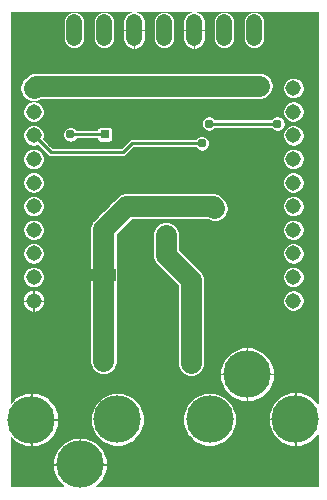
<source format=gbl>
G75*
G70*
%OFA0B0*%
%FSLAX24Y24*%
%IPPOS*%
%LPD*%
%AMOC8*
5,1,8,0,0,1.08239X$1,22.5*
%
%ADD10C,0.0515*%
%ADD11C,0.1580*%
%ADD12C,0.0520*%
%ADD13C,0.0310*%
%ADD14C,0.0700*%
%ADD15C,0.0010*%
%ADD16R,0.0396X0.0396*%
%ADD17C,0.0100*%
%ADD18R,0.0310X0.0310*%
D10*
X003175Y006677D03*
X003175Y007465D03*
X003175Y008252D03*
X003175Y009040D03*
X003175Y009827D03*
X003175Y010614D03*
X003175Y011402D03*
X003175Y012189D03*
X003175Y012977D03*
X003175Y013764D03*
X011836Y013764D03*
X011836Y012977D03*
X011836Y012189D03*
X011836Y011402D03*
X011836Y010614D03*
X011836Y009827D03*
X011836Y009040D03*
X011836Y008252D03*
X011836Y007465D03*
X011836Y006677D03*
D11*
X010293Y004222D03*
X009042Y002721D03*
X011904Y002731D03*
X005969Y002721D03*
X004718Y001220D03*
X003107Y002711D03*
D12*
X004526Y015441D02*
X004526Y015961D01*
X005526Y015961D02*
X005526Y015441D01*
X006526Y015441D02*
X006526Y015961D01*
X007526Y015961D02*
X007526Y015441D01*
X008526Y015441D02*
X008526Y015961D01*
X009526Y015961D02*
X009526Y015441D01*
X010526Y015441D02*
X010526Y015961D01*
D13*
X010706Y013841D03*
X011306Y012581D03*
X009026Y012581D03*
X008786Y011921D03*
X007526Y013001D03*
X009206Y009761D03*
X007586Y008861D03*
X004406Y012221D03*
X005506Y004661D03*
X008426Y004601D03*
D14*
X008426Y007361D01*
X007586Y008201D01*
X007586Y008861D01*
X006266Y009821D02*
X005506Y009061D01*
X005506Y004661D01*
X006266Y009821D02*
X009146Y009821D01*
X009206Y009761D01*
X010706Y013841D02*
X003252Y013841D01*
X003175Y013764D01*
D15*
X002411Y002142D02*
X002411Y000506D01*
X004167Y000506D01*
X003960Y000713D01*
X003823Y001042D01*
X003823Y001215D01*
X004713Y001215D01*
X004713Y001225D01*
X003823Y001225D01*
X003823Y001398D01*
X003960Y001727D01*
X004211Y001979D01*
X004540Y002115D01*
X004713Y002115D01*
X004713Y001225D01*
X004723Y001225D01*
X004723Y002115D01*
X004896Y002115D01*
X005225Y001979D01*
X005477Y001727D01*
X005613Y001398D01*
X005613Y001225D01*
X004723Y001225D01*
X004723Y001215D01*
X005613Y001215D01*
X005613Y001042D01*
X005477Y000713D01*
X005270Y000506D01*
X012651Y000506D01*
X012651Y002212D01*
X012411Y001972D01*
X012082Y001836D01*
X011909Y001836D01*
X011909Y002726D01*
X011899Y002726D01*
X011009Y002726D01*
X011009Y002553D01*
X009917Y002553D01*
X009917Y002547D02*
X009784Y002225D01*
X009538Y001979D01*
X009216Y001846D01*
X008868Y001846D01*
X008546Y001979D01*
X008300Y002225D01*
X008167Y002547D01*
X008167Y002895D01*
X008300Y003216D01*
X008546Y003463D01*
X008868Y003596D01*
X009216Y003596D01*
X009538Y003463D01*
X009784Y003216D01*
X009917Y002895D01*
X009917Y002547D01*
X009916Y002544D02*
X011013Y002544D01*
X011016Y002536D02*
X009912Y002536D01*
X009909Y002527D02*
X011020Y002527D01*
X011023Y002519D02*
X009905Y002519D01*
X009902Y002510D02*
X011027Y002510D01*
X011030Y002501D02*
X009898Y002501D01*
X009895Y002493D02*
X011034Y002493D01*
X011037Y002484D02*
X009891Y002484D01*
X009888Y002476D02*
X011041Y002476D01*
X011045Y002467D02*
X009884Y002467D01*
X009880Y002459D02*
X011048Y002459D01*
X011052Y002450D02*
X009877Y002450D01*
X009873Y002442D02*
X011055Y002442D01*
X011059Y002433D02*
X009870Y002433D01*
X009866Y002425D02*
X011062Y002425D01*
X011066Y002416D02*
X009863Y002416D01*
X009859Y002407D02*
X011069Y002407D01*
X011073Y002399D02*
X009856Y002399D01*
X009852Y002390D02*
X011076Y002390D01*
X011080Y002382D02*
X009849Y002382D01*
X009845Y002373D02*
X011083Y002373D01*
X011087Y002365D02*
X009842Y002365D01*
X009838Y002356D02*
X011091Y002356D01*
X011094Y002348D02*
X009834Y002348D01*
X009831Y002339D02*
X011098Y002339D01*
X011101Y002331D02*
X009827Y002331D01*
X009824Y002322D02*
X011105Y002322D01*
X011108Y002314D02*
X009820Y002314D01*
X009817Y002305D02*
X011112Y002305D01*
X011115Y002296D02*
X009813Y002296D01*
X009810Y002288D02*
X011119Y002288D01*
X011122Y002279D02*
X009806Y002279D01*
X009803Y002271D02*
X011126Y002271D01*
X011129Y002262D02*
X009799Y002262D01*
X009796Y002254D02*
X011133Y002254D01*
X011137Y002245D02*
X009792Y002245D01*
X009788Y002237D02*
X011140Y002237D01*
X011144Y002228D02*
X009785Y002228D01*
X009778Y002220D02*
X011150Y002220D01*
X011145Y002224D02*
X011397Y001972D01*
X011726Y001836D01*
X011899Y001836D01*
X011899Y002726D01*
X011899Y002736D01*
X011899Y003626D01*
X011726Y003626D01*
X011397Y003489D01*
X011145Y003238D01*
X011009Y002909D01*
X011009Y002736D01*
X011899Y002736D01*
X011909Y002736D01*
X011909Y003626D01*
X012082Y003626D01*
X012411Y003489D01*
X012651Y003250D01*
X012651Y016312D01*
X008632Y016312D01*
X008732Y016270D01*
X008835Y016168D01*
X008891Y016033D01*
X008891Y015706D01*
X008531Y015706D01*
X008531Y015696D01*
X008891Y015696D01*
X008891Y015368D01*
X008835Y015234D01*
X008732Y015131D01*
X008598Y015076D01*
X008531Y015076D01*
X008531Y015696D01*
X008521Y015696D01*
X008521Y015076D01*
X008453Y015076D01*
X008319Y015131D01*
X008216Y015234D01*
X008161Y015368D01*
X007869Y015368D01*
X007871Y015372D02*
X007871Y016029D01*
X007818Y016156D01*
X007721Y016253D01*
X007594Y016306D01*
X007457Y016306D01*
X007330Y016253D01*
X007233Y016156D01*
X007181Y016029D01*
X007181Y015372D01*
X007233Y015245D01*
X007330Y015148D01*
X007457Y015096D01*
X007594Y015096D01*
X007721Y015148D01*
X007818Y015245D01*
X007871Y015372D01*
X007871Y015376D02*
X008161Y015376D01*
X008161Y015368D02*
X008161Y015696D01*
X008520Y015696D01*
X008520Y015706D01*
X008161Y015706D01*
X008161Y016033D01*
X008216Y016168D01*
X008319Y016270D01*
X008420Y016312D01*
X006632Y016312D01*
X006732Y016270D01*
X006835Y016168D01*
X006891Y016033D01*
X006891Y015706D01*
X006531Y015706D01*
X006531Y015696D01*
X006891Y015696D01*
X006891Y015368D01*
X006835Y015234D01*
X006732Y015131D01*
X006598Y015076D01*
X006531Y015076D01*
X006531Y015696D01*
X006521Y015696D01*
X006521Y015076D01*
X006453Y015076D01*
X006319Y015131D01*
X006216Y015234D01*
X006161Y015368D01*
X005869Y015368D01*
X005871Y015372D02*
X005871Y016029D01*
X005818Y016156D01*
X005721Y016253D01*
X005594Y016306D01*
X005457Y016306D01*
X005330Y016253D01*
X005233Y016156D01*
X005181Y016029D01*
X005181Y015372D01*
X005233Y015245D01*
X005330Y015148D01*
X005457Y015096D01*
X005594Y015096D01*
X005721Y015148D01*
X005818Y015245D01*
X005871Y015372D01*
X005871Y015376D02*
X006161Y015376D01*
X006161Y015368D02*
X006161Y015696D01*
X006520Y015696D01*
X006520Y015706D01*
X006161Y015706D01*
X006161Y016033D01*
X006216Y016168D01*
X006319Y016270D01*
X006420Y016312D01*
X002411Y016312D01*
X002411Y003280D01*
X002600Y003469D01*
X002929Y003606D01*
X003102Y003606D01*
X003102Y002716D01*
X003112Y002716D01*
X003112Y003606D01*
X003285Y003606D01*
X003614Y003469D01*
X003866Y003218D01*
X004002Y002889D01*
X004002Y002716D01*
X003112Y002716D01*
X003112Y002706D01*
X004002Y002706D01*
X004002Y002533D01*
X003866Y002204D01*
X003614Y001952D01*
X003285Y001816D01*
X003112Y001816D01*
X003112Y002706D01*
X003102Y002706D01*
X003102Y001816D01*
X002929Y001816D01*
X002600Y001952D01*
X002411Y002142D01*
X002411Y002134D02*
X002418Y002134D01*
X002411Y002126D02*
X002427Y002126D01*
X002435Y002117D02*
X002411Y002117D01*
X002411Y002108D02*
X002444Y002108D01*
X002452Y002100D02*
X002411Y002100D01*
X002411Y002091D02*
X002461Y002091D01*
X002469Y002083D02*
X002411Y002083D01*
X002411Y002074D02*
X002478Y002074D01*
X002486Y002066D02*
X002411Y002066D01*
X002411Y002057D02*
X002495Y002057D01*
X002504Y002049D02*
X002411Y002049D01*
X002411Y002040D02*
X002512Y002040D01*
X002521Y002032D02*
X002411Y002032D01*
X002411Y002023D02*
X002529Y002023D01*
X002538Y002014D02*
X002411Y002014D01*
X002411Y002006D02*
X002546Y002006D01*
X002555Y001997D02*
X002411Y001997D01*
X002411Y001989D02*
X002563Y001989D01*
X002572Y001980D02*
X002411Y001980D01*
X002411Y001972D02*
X002580Y001972D01*
X002589Y001963D02*
X002411Y001963D01*
X002411Y001955D02*
X002598Y001955D01*
X002614Y001946D02*
X002411Y001946D01*
X002411Y001938D02*
X002635Y001938D01*
X002656Y001929D02*
X002411Y001929D01*
X002411Y001921D02*
X002676Y001921D01*
X002697Y001912D02*
X002411Y001912D01*
X002411Y001903D02*
X002718Y001903D01*
X002738Y001895D02*
X002411Y001895D01*
X002411Y001886D02*
X002759Y001886D01*
X002779Y001878D02*
X002411Y001878D01*
X002411Y001869D02*
X002800Y001869D01*
X002821Y001861D02*
X002411Y001861D01*
X002411Y001852D02*
X002841Y001852D01*
X002862Y001844D02*
X002411Y001844D01*
X002411Y001835D02*
X002883Y001835D01*
X002903Y001827D02*
X002411Y001827D01*
X002411Y001818D02*
X002924Y001818D01*
X003102Y001818D02*
X003112Y001818D01*
X003112Y001827D02*
X003102Y001827D01*
X003102Y001835D02*
X003112Y001835D01*
X003112Y001844D02*
X003102Y001844D01*
X003102Y001852D02*
X003112Y001852D01*
X003112Y001861D02*
X003102Y001861D01*
X003102Y001869D02*
X003112Y001869D01*
X003112Y001878D02*
X003102Y001878D01*
X003102Y001886D02*
X003112Y001886D01*
X003112Y001895D02*
X003102Y001895D01*
X003102Y001903D02*
X003112Y001903D01*
X003112Y001912D02*
X003102Y001912D01*
X003102Y001921D02*
X003112Y001921D01*
X003112Y001929D02*
X003102Y001929D01*
X003102Y001938D02*
X003112Y001938D01*
X003112Y001946D02*
X003102Y001946D01*
X003102Y001955D02*
X003112Y001955D01*
X003112Y001963D02*
X003102Y001963D01*
X003102Y001972D02*
X003112Y001972D01*
X003112Y001980D02*
X003102Y001980D01*
X003102Y001989D02*
X003112Y001989D01*
X003112Y001997D02*
X003102Y001997D01*
X003102Y002006D02*
X003112Y002006D01*
X003112Y002014D02*
X003102Y002014D01*
X003102Y002023D02*
X003112Y002023D01*
X003112Y002032D02*
X003102Y002032D01*
X003102Y002040D02*
X003112Y002040D01*
X003112Y002049D02*
X003102Y002049D01*
X003102Y002057D02*
X003112Y002057D01*
X003112Y002066D02*
X003102Y002066D01*
X003102Y002074D02*
X003112Y002074D01*
X003112Y002083D02*
X003102Y002083D01*
X003102Y002091D02*
X003112Y002091D01*
X003112Y002100D02*
X003102Y002100D01*
X003102Y002108D02*
X003112Y002108D01*
X003112Y002117D02*
X003102Y002117D01*
X003102Y002126D02*
X003112Y002126D01*
X003112Y002134D02*
X003102Y002134D01*
X003102Y002143D02*
X003112Y002143D01*
X003112Y002151D02*
X003102Y002151D01*
X003102Y002160D02*
X003112Y002160D01*
X003112Y002168D02*
X003102Y002168D01*
X003102Y002177D02*
X003112Y002177D01*
X003112Y002185D02*
X003102Y002185D01*
X003102Y002194D02*
X003112Y002194D01*
X003112Y002202D02*
X003102Y002202D01*
X003102Y002211D02*
X003112Y002211D01*
X003112Y002220D02*
X003102Y002220D01*
X003102Y002228D02*
X003112Y002228D01*
X003112Y002237D02*
X003102Y002237D01*
X003102Y002245D02*
X003112Y002245D01*
X003112Y002254D02*
X003102Y002254D01*
X003102Y002262D02*
X003112Y002262D01*
X003112Y002271D02*
X003102Y002271D01*
X003102Y002279D02*
X003112Y002279D01*
X003112Y002288D02*
X003102Y002288D01*
X003102Y002296D02*
X003112Y002296D01*
X003112Y002305D02*
X003102Y002305D01*
X003102Y002314D02*
X003112Y002314D01*
X003112Y002322D02*
X003102Y002322D01*
X003102Y002331D02*
X003112Y002331D01*
X003112Y002339D02*
X003102Y002339D01*
X003102Y002348D02*
X003112Y002348D01*
X003112Y002356D02*
X003102Y002356D01*
X003102Y002365D02*
X003112Y002365D01*
X003112Y002373D02*
X003102Y002373D01*
X003102Y002382D02*
X003112Y002382D01*
X003112Y002390D02*
X003102Y002390D01*
X003102Y002399D02*
X003112Y002399D01*
X003112Y002407D02*
X003102Y002407D01*
X003102Y002416D02*
X003112Y002416D01*
X003112Y002425D02*
X003102Y002425D01*
X003102Y002433D02*
X003112Y002433D01*
X003112Y002442D02*
X003102Y002442D01*
X003102Y002450D02*
X003112Y002450D01*
X003112Y002459D02*
X003102Y002459D01*
X003102Y002467D02*
X003112Y002467D01*
X003112Y002476D02*
X003102Y002476D01*
X003102Y002484D02*
X003112Y002484D01*
X003112Y002493D02*
X003102Y002493D01*
X003102Y002501D02*
X003112Y002501D01*
X003112Y002510D02*
X003102Y002510D01*
X003102Y002519D02*
X003112Y002519D01*
X003112Y002527D02*
X003102Y002527D01*
X003102Y002536D02*
X003112Y002536D01*
X003112Y002544D02*
X003102Y002544D01*
X003102Y002553D02*
X003112Y002553D01*
X003112Y002561D02*
X003102Y002561D01*
X003102Y002570D02*
X003112Y002570D01*
X003112Y002578D02*
X003102Y002578D01*
X003102Y002587D02*
X003112Y002587D01*
X003112Y002595D02*
X003102Y002595D01*
X003102Y002604D02*
X003112Y002604D01*
X003112Y002613D02*
X003102Y002613D01*
X003102Y002621D02*
X003112Y002621D01*
X003112Y002630D02*
X003102Y002630D01*
X003102Y002638D02*
X003112Y002638D01*
X003112Y002647D02*
X003102Y002647D01*
X003102Y002655D02*
X003112Y002655D01*
X003112Y002664D02*
X003102Y002664D01*
X003102Y002672D02*
X003112Y002672D01*
X003112Y002681D02*
X003102Y002681D01*
X003102Y002689D02*
X003112Y002689D01*
X003112Y002698D02*
X003102Y002698D01*
X003112Y002706D02*
X005094Y002706D01*
X005094Y002698D02*
X004002Y002698D01*
X004002Y002689D02*
X005094Y002689D01*
X005094Y002681D02*
X004002Y002681D01*
X004002Y002672D02*
X005094Y002672D01*
X005094Y002664D02*
X004002Y002664D01*
X004002Y002655D02*
X005094Y002655D01*
X005094Y002647D02*
X004002Y002647D01*
X004002Y002638D02*
X005094Y002638D01*
X005094Y002630D02*
X004002Y002630D01*
X004002Y002621D02*
X005094Y002621D01*
X005094Y002613D02*
X004002Y002613D01*
X004002Y002604D02*
X005094Y002604D01*
X005094Y002595D02*
X004002Y002595D01*
X004002Y002587D02*
X005094Y002587D01*
X005094Y002578D02*
X004002Y002578D01*
X004002Y002570D02*
X005094Y002570D01*
X005094Y002561D02*
X004002Y002561D01*
X004002Y002553D02*
X005094Y002553D01*
X005094Y002547D02*
X005228Y002225D01*
X005474Y001979D01*
X005795Y001846D01*
X006143Y001846D01*
X006465Y001979D01*
X006711Y002225D01*
X006844Y002547D01*
X006844Y002895D01*
X006711Y003216D01*
X006465Y003463D01*
X006143Y003596D01*
X005795Y003596D01*
X005474Y003463D01*
X005228Y003216D01*
X005094Y002895D01*
X005094Y002547D01*
X005095Y002544D02*
X004002Y002544D01*
X004002Y002536D02*
X005099Y002536D01*
X005102Y002527D02*
X004000Y002527D01*
X003996Y002519D02*
X005106Y002519D01*
X005110Y002510D02*
X003993Y002510D01*
X003989Y002501D02*
X005113Y002501D01*
X005117Y002493D02*
X003986Y002493D01*
X003982Y002484D02*
X005120Y002484D01*
X005124Y002476D02*
X003979Y002476D01*
X003975Y002467D02*
X005127Y002467D01*
X005131Y002459D02*
X003971Y002459D01*
X003968Y002450D02*
X005134Y002450D01*
X005138Y002442D02*
X003964Y002442D01*
X003961Y002433D02*
X005141Y002433D01*
X005145Y002425D02*
X003957Y002425D01*
X003954Y002416D02*
X005148Y002416D01*
X005152Y002407D02*
X003950Y002407D01*
X003947Y002399D02*
X005156Y002399D01*
X005159Y002390D02*
X003943Y002390D01*
X003940Y002382D02*
X005163Y002382D01*
X005166Y002373D02*
X003936Y002373D01*
X003933Y002365D02*
X005170Y002365D01*
X005173Y002356D02*
X003929Y002356D01*
X003925Y002348D02*
X005177Y002348D01*
X005180Y002339D02*
X003922Y002339D01*
X003918Y002331D02*
X005184Y002331D01*
X005187Y002322D02*
X003915Y002322D01*
X003911Y002314D02*
X005191Y002314D01*
X005194Y002305D02*
X003908Y002305D01*
X003904Y002296D02*
X005198Y002296D01*
X005202Y002288D02*
X003901Y002288D01*
X003897Y002279D02*
X005205Y002279D01*
X005209Y002271D02*
X003894Y002271D01*
X003890Y002262D02*
X005212Y002262D01*
X005216Y002254D02*
X003887Y002254D01*
X003883Y002245D02*
X005219Y002245D01*
X005223Y002237D02*
X003879Y002237D01*
X003876Y002228D02*
X005226Y002228D01*
X005233Y002220D02*
X003872Y002220D01*
X003869Y002211D02*
X005242Y002211D01*
X005250Y002202D02*
X003865Y002202D01*
X003856Y002194D02*
X005259Y002194D01*
X005267Y002185D02*
X003847Y002185D01*
X003839Y002177D02*
X005276Y002177D01*
X005284Y002168D02*
X003830Y002168D01*
X003822Y002160D02*
X005293Y002160D01*
X005301Y002151D02*
X003813Y002151D01*
X003805Y002143D02*
X005310Y002143D01*
X005319Y002134D02*
X003796Y002134D01*
X003788Y002126D02*
X005327Y002126D01*
X005336Y002117D02*
X003779Y002117D01*
X003771Y002108D02*
X004525Y002108D01*
X004504Y002100D02*
X003762Y002100D01*
X003753Y002091D02*
X004484Y002091D01*
X004463Y002083D02*
X003745Y002083D01*
X003736Y002074D02*
X004442Y002074D01*
X004422Y002066D02*
X003728Y002066D01*
X003719Y002057D02*
X004401Y002057D01*
X004381Y002049D02*
X003711Y002049D01*
X003702Y002040D02*
X004360Y002040D01*
X004339Y002032D02*
X003694Y002032D01*
X003685Y002023D02*
X004319Y002023D01*
X004298Y002014D02*
X003677Y002014D01*
X003668Y002006D02*
X004277Y002006D01*
X004257Y001997D02*
X003659Y001997D01*
X003651Y001989D02*
X004236Y001989D01*
X004216Y001980D02*
X003642Y001980D01*
X003634Y001972D02*
X004204Y001972D01*
X004196Y001963D02*
X003625Y001963D01*
X003617Y001955D02*
X004187Y001955D01*
X004179Y001946D02*
X003600Y001946D01*
X003579Y001938D02*
X004170Y001938D01*
X004162Y001929D02*
X003559Y001929D01*
X003538Y001921D02*
X004153Y001921D01*
X004145Y001912D02*
X003517Y001912D01*
X003497Y001903D02*
X004136Y001903D01*
X004128Y001895D02*
X003476Y001895D01*
X003455Y001886D02*
X004119Y001886D01*
X004111Y001878D02*
X003435Y001878D01*
X003414Y001869D02*
X004102Y001869D01*
X004093Y001861D02*
X003394Y001861D01*
X003373Y001852D02*
X004085Y001852D01*
X004076Y001844D02*
X003352Y001844D01*
X003332Y001835D02*
X004068Y001835D01*
X004059Y001827D02*
X003311Y001827D01*
X003291Y001818D02*
X004051Y001818D01*
X004042Y001809D02*
X002411Y001809D01*
X002411Y001801D02*
X004034Y001801D01*
X004025Y001792D02*
X002411Y001792D01*
X002411Y001784D02*
X004017Y001784D01*
X004008Y001775D02*
X002411Y001775D01*
X002411Y001767D02*
X003999Y001767D01*
X003991Y001758D02*
X002411Y001758D01*
X002411Y001750D02*
X003982Y001750D01*
X003974Y001741D02*
X002411Y001741D01*
X002411Y001733D02*
X003965Y001733D01*
X003958Y001724D02*
X002411Y001724D01*
X002411Y001715D02*
X003955Y001715D01*
X003951Y001707D02*
X002411Y001707D01*
X002411Y001698D02*
X003948Y001698D01*
X003944Y001690D02*
X002411Y001690D01*
X002411Y001681D02*
X003941Y001681D01*
X003937Y001673D02*
X002411Y001673D01*
X002411Y001664D02*
X003934Y001664D01*
X003930Y001656D02*
X002411Y001656D01*
X002411Y001647D02*
X003927Y001647D01*
X003923Y001639D02*
X002411Y001639D01*
X002411Y001630D02*
X003919Y001630D01*
X003916Y001621D02*
X002411Y001621D01*
X002411Y001613D02*
X003912Y001613D01*
X003909Y001604D02*
X002411Y001604D01*
X002411Y001596D02*
X003905Y001596D01*
X003902Y001587D02*
X002411Y001587D01*
X002411Y001579D02*
X003898Y001579D01*
X003895Y001570D02*
X002411Y001570D01*
X002411Y001562D02*
X003891Y001562D01*
X003888Y001553D02*
X002411Y001553D01*
X002411Y001545D02*
X003884Y001545D01*
X003881Y001536D02*
X002411Y001536D01*
X002411Y001528D02*
X003877Y001528D01*
X003873Y001519D02*
X002411Y001519D01*
X002411Y001510D02*
X003870Y001510D01*
X003866Y001502D02*
X002411Y001502D01*
X002411Y001493D02*
X003863Y001493D01*
X003859Y001485D02*
X002411Y001485D01*
X002411Y001476D02*
X003856Y001476D01*
X003852Y001468D02*
X002411Y001468D01*
X002411Y001459D02*
X003849Y001459D01*
X003845Y001451D02*
X002411Y001451D01*
X002411Y001442D02*
X003842Y001442D01*
X003838Y001434D02*
X002411Y001434D01*
X002411Y001425D02*
X003835Y001425D01*
X003831Y001416D02*
X002411Y001416D01*
X002411Y001408D02*
X003827Y001408D01*
X003824Y001399D02*
X002411Y001399D01*
X002411Y001391D02*
X003823Y001391D01*
X003823Y001382D02*
X002411Y001382D01*
X002411Y001374D02*
X003823Y001374D01*
X003823Y001365D02*
X002411Y001365D01*
X002411Y001357D02*
X003823Y001357D01*
X003823Y001348D02*
X002411Y001348D01*
X002411Y001340D02*
X003823Y001340D01*
X003823Y001331D02*
X002411Y001331D01*
X002411Y001322D02*
X003823Y001322D01*
X003823Y001314D02*
X002411Y001314D01*
X002411Y001305D02*
X003823Y001305D01*
X003823Y001297D02*
X002411Y001297D01*
X002411Y001288D02*
X003823Y001288D01*
X003823Y001280D02*
X002411Y001280D01*
X002411Y001271D02*
X003823Y001271D01*
X003823Y001263D02*
X002411Y001263D01*
X002411Y001254D02*
X003823Y001254D01*
X003823Y001246D02*
X002411Y001246D01*
X002411Y001237D02*
X003823Y001237D01*
X003823Y001229D02*
X002411Y001229D01*
X002411Y001220D02*
X004713Y001220D01*
X004713Y001229D02*
X004723Y001229D01*
X004723Y001237D02*
X004713Y001237D01*
X004713Y001246D02*
X004723Y001246D01*
X004723Y001254D02*
X004713Y001254D01*
X004713Y001263D02*
X004723Y001263D01*
X004723Y001271D02*
X004713Y001271D01*
X004713Y001280D02*
X004723Y001280D01*
X004723Y001288D02*
X004713Y001288D01*
X004713Y001297D02*
X004723Y001297D01*
X004723Y001305D02*
X004713Y001305D01*
X004713Y001314D02*
X004723Y001314D01*
X004723Y001322D02*
X004713Y001322D01*
X004713Y001331D02*
X004723Y001331D01*
X004723Y001340D02*
X004713Y001340D01*
X004713Y001348D02*
X004723Y001348D01*
X004723Y001357D02*
X004713Y001357D01*
X004713Y001365D02*
X004723Y001365D01*
X004723Y001374D02*
X004713Y001374D01*
X004713Y001382D02*
X004723Y001382D01*
X004723Y001391D02*
X004713Y001391D01*
X004713Y001399D02*
X004723Y001399D01*
X004723Y001408D02*
X004713Y001408D01*
X004713Y001416D02*
X004723Y001416D01*
X004723Y001425D02*
X004713Y001425D01*
X004713Y001434D02*
X004723Y001434D01*
X004723Y001442D02*
X004713Y001442D01*
X004713Y001451D02*
X004723Y001451D01*
X004723Y001459D02*
X004713Y001459D01*
X004713Y001468D02*
X004723Y001468D01*
X004723Y001476D02*
X004713Y001476D01*
X004713Y001485D02*
X004723Y001485D01*
X004723Y001493D02*
X004713Y001493D01*
X004713Y001502D02*
X004723Y001502D01*
X004723Y001510D02*
X004713Y001510D01*
X004713Y001519D02*
X004723Y001519D01*
X004723Y001528D02*
X004713Y001528D01*
X004713Y001536D02*
X004723Y001536D01*
X004723Y001545D02*
X004713Y001545D01*
X004713Y001553D02*
X004723Y001553D01*
X004723Y001562D02*
X004713Y001562D01*
X004713Y001570D02*
X004723Y001570D01*
X004723Y001579D02*
X004713Y001579D01*
X004713Y001587D02*
X004723Y001587D01*
X004723Y001596D02*
X004713Y001596D01*
X004713Y001604D02*
X004723Y001604D01*
X004723Y001613D02*
X004713Y001613D01*
X004713Y001621D02*
X004723Y001621D01*
X004723Y001630D02*
X004713Y001630D01*
X004713Y001639D02*
X004723Y001639D01*
X004723Y001647D02*
X004713Y001647D01*
X004713Y001656D02*
X004723Y001656D01*
X004723Y001664D02*
X004713Y001664D01*
X004713Y001673D02*
X004723Y001673D01*
X004723Y001681D02*
X004713Y001681D01*
X004713Y001690D02*
X004723Y001690D01*
X004723Y001698D02*
X004713Y001698D01*
X004713Y001707D02*
X004723Y001707D01*
X004723Y001715D02*
X004713Y001715D01*
X004713Y001724D02*
X004723Y001724D01*
X004723Y001733D02*
X004713Y001733D01*
X004713Y001741D02*
X004723Y001741D01*
X004723Y001750D02*
X004713Y001750D01*
X004713Y001758D02*
X004723Y001758D01*
X004723Y001767D02*
X004713Y001767D01*
X004713Y001775D02*
X004723Y001775D01*
X004723Y001784D02*
X004713Y001784D01*
X004713Y001792D02*
X004723Y001792D01*
X004723Y001801D02*
X004713Y001801D01*
X004713Y001809D02*
X004723Y001809D01*
X004723Y001818D02*
X004713Y001818D01*
X004713Y001827D02*
X004723Y001827D01*
X004723Y001835D02*
X004713Y001835D01*
X004713Y001844D02*
X004723Y001844D01*
X004723Y001852D02*
X004713Y001852D01*
X004713Y001861D02*
X004723Y001861D01*
X004723Y001869D02*
X004713Y001869D01*
X004713Y001878D02*
X004723Y001878D01*
X004723Y001886D02*
X004713Y001886D01*
X004713Y001895D02*
X004723Y001895D01*
X004723Y001903D02*
X004713Y001903D01*
X004713Y001912D02*
X004723Y001912D01*
X004723Y001921D02*
X004713Y001921D01*
X004713Y001929D02*
X004723Y001929D01*
X004723Y001938D02*
X004713Y001938D01*
X004713Y001946D02*
X004723Y001946D01*
X004723Y001955D02*
X004713Y001955D01*
X004713Y001963D02*
X004723Y001963D01*
X004723Y001972D02*
X004713Y001972D01*
X004713Y001980D02*
X004723Y001980D01*
X004723Y001989D02*
X004713Y001989D01*
X004713Y001997D02*
X004723Y001997D01*
X004723Y002006D02*
X004713Y002006D01*
X004713Y002014D02*
X004723Y002014D01*
X004723Y002023D02*
X004713Y002023D01*
X004713Y002032D02*
X004723Y002032D01*
X004723Y002040D02*
X004713Y002040D01*
X004713Y002049D02*
X004723Y002049D01*
X004723Y002057D02*
X004713Y002057D01*
X004713Y002066D02*
X004723Y002066D01*
X004723Y002074D02*
X004713Y002074D01*
X004713Y002083D02*
X004723Y002083D01*
X004723Y002091D02*
X004713Y002091D01*
X004713Y002100D02*
X004723Y002100D01*
X004723Y002108D02*
X004713Y002108D01*
X004912Y002108D02*
X005344Y002108D01*
X005353Y002100D02*
X004932Y002100D01*
X004953Y002091D02*
X005361Y002091D01*
X005370Y002083D02*
X004974Y002083D01*
X004994Y002074D02*
X005378Y002074D01*
X005387Y002066D02*
X005015Y002066D01*
X005035Y002057D02*
X005395Y002057D01*
X005404Y002049D02*
X005056Y002049D01*
X005077Y002040D02*
X005413Y002040D01*
X005421Y002032D02*
X005097Y002032D01*
X005118Y002023D02*
X005430Y002023D01*
X005438Y002014D02*
X005138Y002014D01*
X005159Y002006D02*
X005447Y002006D01*
X005455Y001997D02*
X005180Y001997D01*
X005200Y001989D02*
X005464Y001989D01*
X005472Y001980D02*
X005221Y001980D01*
X005232Y001972D02*
X005491Y001972D01*
X005512Y001963D02*
X005241Y001963D01*
X005249Y001955D02*
X005532Y001955D01*
X005553Y001946D02*
X005258Y001946D01*
X005266Y001938D02*
X005574Y001938D01*
X005594Y001929D02*
X005275Y001929D01*
X005283Y001921D02*
X005615Y001921D01*
X005635Y001912D02*
X005292Y001912D01*
X005300Y001903D02*
X005656Y001903D01*
X005677Y001895D02*
X005309Y001895D01*
X005317Y001886D02*
X005697Y001886D01*
X005718Y001878D02*
X005326Y001878D01*
X005335Y001869D02*
X005739Y001869D01*
X005759Y001861D02*
X005343Y001861D01*
X005352Y001852D02*
X005780Y001852D01*
X005478Y001724D02*
X012651Y001724D01*
X012651Y001733D02*
X005471Y001733D01*
X005463Y001741D02*
X012651Y001741D01*
X012651Y001750D02*
X005454Y001750D01*
X005446Y001758D02*
X012651Y001758D01*
X012651Y001767D02*
X005437Y001767D01*
X005429Y001775D02*
X012651Y001775D01*
X012651Y001784D02*
X005420Y001784D01*
X005411Y001792D02*
X012651Y001792D01*
X012651Y001801D02*
X005403Y001801D01*
X005394Y001809D02*
X012651Y001809D01*
X012651Y001818D02*
X005386Y001818D01*
X005377Y001827D02*
X012651Y001827D01*
X012651Y001835D02*
X005369Y001835D01*
X005360Y001844D02*
X011707Y001844D01*
X011687Y001852D02*
X009231Y001852D01*
X009252Y001861D02*
X011666Y001861D01*
X011645Y001869D02*
X009273Y001869D01*
X009293Y001878D02*
X011625Y001878D01*
X011604Y001886D02*
X009314Y001886D01*
X009335Y001895D02*
X011583Y001895D01*
X011563Y001903D02*
X009355Y001903D01*
X009376Y001912D02*
X011542Y001912D01*
X011522Y001921D02*
X009396Y001921D01*
X009417Y001929D02*
X011501Y001929D01*
X011480Y001938D02*
X009438Y001938D01*
X009458Y001946D02*
X011460Y001946D01*
X011439Y001955D02*
X009479Y001955D01*
X009500Y001963D02*
X011418Y001963D01*
X011398Y001972D02*
X009520Y001972D01*
X009539Y001980D02*
X011389Y001980D01*
X011380Y001989D02*
X009547Y001989D01*
X009556Y001997D02*
X011372Y001997D01*
X011363Y002006D02*
X009565Y002006D01*
X009573Y002014D02*
X011355Y002014D01*
X011346Y002023D02*
X009582Y002023D01*
X009590Y002032D02*
X011338Y002032D01*
X011329Y002040D02*
X009599Y002040D01*
X009607Y002049D02*
X011321Y002049D01*
X011312Y002057D02*
X009616Y002057D01*
X009624Y002066D02*
X011303Y002066D01*
X011295Y002074D02*
X009633Y002074D01*
X009641Y002083D02*
X011286Y002083D01*
X011278Y002091D02*
X009650Y002091D01*
X009659Y002100D02*
X011269Y002100D01*
X011261Y002108D02*
X009667Y002108D01*
X009676Y002117D02*
X011252Y002117D01*
X011244Y002126D02*
X009684Y002126D01*
X009693Y002134D02*
X011235Y002134D01*
X011227Y002143D02*
X009701Y002143D01*
X009710Y002151D02*
X011218Y002151D01*
X011209Y002160D02*
X009718Y002160D01*
X009727Y002168D02*
X011201Y002168D01*
X011192Y002177D02*
X009735Y002177D01*
X009744Y002185D02*
X011184Y002185D01*
X011175Y002194D02*
X009753Y002194D01*
X009761Y002202D02*
X011167Y002202D01*
X011158Y002211D02*
X009770Y002211D01*
X009917Y002561D02*
X011009Y002561D01*
X011009Y002553D02*
X011145Y002224D01*
X011009Y002570D02*
X009917Y002570D01*
X009917Y002578D02*
X011009Y002578D01*
X011009Y002587D02*
X009917Y002587D01*
X009917Y002595D02*
X011009Y002595D01*
X011009Y002604D02*
X009917Y002604D01*
X009917Y002613D02*
X011009Y002613D01*
X011009Y002621D02*
X009917Y002621D01*
X009917Y002630D02*
X011009Y002630D01*
X011009Y002638D02*
X009917Y002638D01*
X009917Y002647D02*
X011009Y002647D01*
X011009Y002655D02*
X009917Y002655D01*
X009917Y002664D02*
X011009Y002664D01*
X011009Y002672D02*
X009917Y002672D01*
X009917Y002681D02*
X011009Y002681D01*
X011009Y002689D02*
X009917Y002689D01*
X009917Y002698D02*
X011009Y002698D01*
X011009Y002706D02*
X009917Y002706D01*
X009917Y002715D02*
X011009Y002715D01*
X011009Y002724D02*
X009917Y002724D01*
X009917Y002732D02*
X011899Y002732D01*
X011899Y002724D02*
X011909Y002724D01*
X011909Y002715D02*
X011899Y002715D01*
X011899Y002706D02*
X011909Y002706D01*
X011909Y002698D02*
X011899Y002698D01*
X011899Y002689D02*
X011909Y002689D01*
X011909Y002681D02*
X011899Y002681D01*
X011899Y002672D02*
X011909Y002672D01*
X011909Y002664D02*
X011899Y002664D01*
X011899Y002655D02*
X011909Y002655D01*
X011909Y002647D02*
X011899Y002647D01*
X011899Y002638D02*
X011909Y002638D01*
X011909Y002630D02*
X011899Y002630D01*
X011899Y002621D02*
X011909Y002621D01*
X011909Y002613D02*
X011899Y002613D01*
X011899Y002604D02*
X011909Y002604D01*
X011909Y002595D02*
X011899Y002595D01*
X011899Y002587D02*
X011909Y002587D01*
X011909Y002578D02*
X011899Y002578D01*
X011899Y002570D02*
X011909Y002570D01*
X011909Y002561D02*
X011899Y002561D01*
X011899Y002553D02*
X011909Y002553D01*
X011909Y002544D02*
X011899Y002544D01*
X011899Y002536D02*
X011909Y002536D01*
X011909Y002527D02*
X011899Y002527D01*
X011899Y002519D02*
X011909Y002519D01*
X011909Y002510D02*
X011899Y002510D01*
X011899Y002501D02*
X011909Y002501D01*
X011909Y002493D02*
X011899Y002493D01*
X011899Y002484D02*
X011909Y002484D01*
X011909Y002476D02*
X011899Y002476D01*
X011899Y002467D02*
X011909Y002467D01*
X011909Y002459D02*
X011899Y002459D01*
X011899Y002450D02*
X011909Y002450D01*
X011909Y002442D02*
X011899Y002442D01*
X011899Y002433D02*
X011909Y002433D01*
X011909Y002425D02*
X011899Y002425D01*
X011899Y002416D02*
X011909Y002416D01*
X011909Y002407D02*
X011899Y002407D01*
X011899Y002399D02*
X011909Y002399D01*
X011909Y002390D02*
X011899Y002390D01*
X011899Y002382D02*
X011909Y002382D01*
X011909Y002373D02*
X011899Y002373D01*
X011899Y002365D02*
X011909Y002365D01*
X011909Y002356D02*
X011899Y002356D01*
X011899Y002348D02*
X011909Y002348D01*
X011909Y002339D02*
X011899Y002339D01*
X011899Y002331D02*
X011909Y002331D01*
X011909Y002322D02*
X011899Y002322D01*
X011899Y002314D02*
X011909Y002314D01*
X011909Y002305D02*
X011899Y002305D01*
X011899Y002296D02*
X011909Y002296D01*
X011909Y002288D02*
X011899Y002288D01*
X011899Y002279D02*
X011909Y002279D01*
X011909Y002271D02*
X011899Y002271D01*
X011899Y002262D02*
X011909Y002262D01*
X011909Y002254D02*
X011899Y002254D01*
X011899Y002245D02*
X011909Y002245D01*
X011909Y002237D02*
X011899Y002237D01*
X011899Y002228D02*
X011909Y002228D01*
X011909Y002220D02*
X011899Y002220D01*
X011899Y002211D02*
X011909Y002211D01*
X011909Y002202D02*
X011899Y002202D01*
X011899Y002194D02*
X011909Y002194D01*
X011909Y002185D02*
X011899Y002185D01*
X011899Y002177D02*
X011909Y002177D01*
X011909Y002168D02*
X011899Y002168D01*
X011899Y002160D02*
X011909Y002160D01*
X011909Y002151D02*
X011899Y002151D01*
X011899Y002143D02*
X011909Y002143D01*
X011909Y002134D02*
X011899Y002134D01*
X011899Y002126D02*
X011909Y002126D01*
X011909Y002117D02*
X011899Y002117D01*
X011899Y002108D02*
X011909Y002108D01*
X011909Y002100D02*
X011899Y002100D01*
X011899Y002091D02*
X011909Y002091D01*
X011909Y002083D02*
X011899Y002083D01*
X011899Y002074D02*
X011909Y002074D01*
X011909Y002066D02*
X011899Y002066D01*
X011899Y002057D02*
X011909Y002057D01*
X011909Y002049D02*
X011899Y002049D01*
X011899Y002040D02*
X011909Y002040D01*
X011909Y002032D02*
X011899Y002032D01*
X011899Y002023D02*
X011909Y002023D01*
X011909Y002014D02*
X011899Y002014D01*
X011899Y002006D02*
X011909Y002006D01*
X011909Y001997D02*
X011899Y001997D01*
X011899Y001989D02*
X011909Y001989D01*
X011909Y001980D02*
X011899Y001980D01*
X011899Y001972D02*
X011909Y001972D01*
X011909Y001963D02*
X011899Y001963D01*
X011899Y001955D02*
X011909Y001955D01*
X011909Y001946D02*
X011899Y001946D01*
X011899Y001938D02*
X011909Y001938D01*
X011909Y001929D02*
X011899Y001929D01*
X011899Y001921D02*
X011909Y001921D01*
X011909Y001912D02*
X011899Y001912D01*
X011899Y001903D02*
X011909Y001903D01*
X011909Y001895D02*
X011899Y001895D01*
X011899Y001886D02*
X011909Y001886D01*
X011909Y001878D02*
X011899Y001878D01*
X011899Y001869D02*
X011909Y001869D01*
X011909Y001861D02*
X011899Y001861D01*
X011899Y001852D02*
X011909Y001852D01*
X011909Y001844D02*
X011899Y001844D01*
X012101Y001844D02*
X012651Y001844D01*
X012651Y001852D02*
X012122Y001852D01*
X012142Y001861D02*
X012651Y001861D01*
X012651Y001869D02*
X012163Y001869D01*
X012184Y001878D02*
X012651Y001878D01*
X012651Y001886D02*
X012204Y001886D01*
X012225Y001895D02*
X012651Y001895D01*
X012651Y001903D02*
X012245Y001903D01*
X012266Y001912D02*
X012651Y001912D01*
X012651Y001921D02*
X012287Y001921D01*
X012307Y001929D02*
X012651Y001929D01*
X012651Y001938D02*
X012328Y001938D01*
X012349Y001946D02*
X012651Y001946D01*
X012651Y001955D02*
X012369Y001955D01*
X012390Y001963D02*
X012651Y001963D01*
X012651Y001972D02*
X012410Y001972D01*
X012419Y001980D02*
X012651Y001980D01*
X012651Y001989D02*
X012428Y001989D01*
X012436Y001997D02*
X012651Y001997D01*
X012651Y002006D02*
X012445Y002006D01*
X012454Y002014D02*
X012651Y002014D01*
X012651Y002023D02*
X012462Y002023D01*
X012471Y002032D02*
X012651Y002032D01*
X012651Y002040D02*
X012479Y002040D01*
X012488Y002049D02*
X012651Y002049D01*
X012651Y002057D02*
X012496Y002057D01*
X012505Y002066D02*
X012651Y002066D01*
X012651Y002074D02*
X012513Y002074D01*
X012522Y002083D02*
X012651Y002083D01*
X012651Y002091D02*
X012530Y002091D01*
X012539Y002100D02*
X012651Y002100D01*
X012651Y002108D02*
X012548Y002108D01*
X012556Y002117D02*
X012651Y002117D01*
X012651Y002126D02*
X012565Y002126D01*
X012573Y002134D02*
X012651Y002134D01*
X012651Y002143D02*
X012582Y002143D01*
X012590Y002151D02*
X012651Y002151D01*
X012651Y002160D02*
X012599Y002160D01*
X012607Y002168D02*
X012651Y002168D01*
X012651Y002177D02*
X012616Y002177D01*
X012624Y002185D02*
X012651Y002185D01*
X012651Y002194D02*
X012633Y002194D01*
X012641Y002202D02*
X012651Y002202D01*
X012650Y002211D02*
X012651Y002211D01*
X012651Y001715D02*
X005482Y001715D01*
X005485Y001707D02*
X012651Y001707D01*
X012651Y001698D02*
X005489Y001698D01*
X005492Y001690D02*
X012651Y001690D01*
X012651Y001681D02*
X005496Y001681D01*
X005499Y001673D02*
X012651Y001673D01*
X012651Y001664D02*
X005503Y001664D01*
X005506Y001656D02*
X012651Y001656D01*
X012651Y001647D02*
X005510Y001647D01*
X005514Y001639D02*
X012651Y001639D01*
X012651Y001630D02*
X005517Y001630D01*
X005521Y001621D02*
X012651Y001621D01*
X012651Y001613D02*
X005524Y001613D01*
X005528Y001604D02*
X012651Y001604D01*
X012651Y001596D02*
X005531Y001596D01*
X005535Y001587D02*
X012651Y001587D01*
X012651Y001579D02*
X005538Y001579D01*
X005542Y001570D02*
X012651Y001570D01*
X012651Y001562D02*
X005545Y001562D01*
X005549Y001553D02*
X012651Y001553D01*
X012651Y001545D02*
X005552Y001545D01*
X005556Y001536D02*
X012651Y001536D01*
X012651Y001528D02*
X005560Y001528D01*
X005563Y001519D02*
X012651Y001519D01*
X012651Y001510D02*
X005567Y001510D01*
X005570Y001502D02*
X012651Y001502D01*
X012651Y001493D02*
X005574Y001493D01*
X005577Y001485D02*
X012651Y001485D01*
X012651Y001476D02*
X005581Y001476D01*
X005584Y001468D02*
X012651Y001468D01*
X012651Y001459D02*
X005588Y001459D01*
X005591Y001451D02*
X012651Y001451D01*
X012651Y001442D02*
X005595Y001442D01*
X005598Y001434D02*
X012651Y001434D01*
X012651Y001425D02*
X005602Y001425D01*
X005606Y001416D02*
X012651Y001416D01*
X012651Y001408D02*
X005609Y001408D01*
X005613Y001399D02*
X012651Y001399D01*
X012651Y001391D02*
X005613Y001391D01*
X005613Y001382D02*
X012651Y001382D01*
X012651Y001374D02*
X005613Y001374D01*
X005613Y001365D02*
X012651Y001365D01*
X012651Y001357D02*
X005613Y001357D01*
X005613Y001348D02*
X012651Y001348D01*
X012651Y001340D02*
X005613Y001340D01*
X005613Y001331D02*
X012651Y001331D01*
X012651Y001322D02*
X005613Y001322D01*
X005613Y001314D02*
X012651Y001314D01*
X012651Y001305D02*
X005613Y001305D01*
X005613Y001297D02*
X012651Y001297D01*
X012651Y001288D02*
X005613Y001288D01*
X005613Y001280D02*
X012651Y001280D01*
X012651Y001271D02*
X005613Y001271D01*
X005613Y001263D02*
X012651Y001263D01*
X012651Y001254D02*
X005613Y001254D01*
X005613Y001246D02*
X012651Y001246D01*
X012651Y001237D02*
X005613Y001237D01*
X005613Y001229D02*
X012651Y001229D01*
X012651Y001220D02*
X004723Y001220D01*
X005352Y000588D02*
X012651Y000588D01*
X012651Y000596D02*
X005360Y000596D01*
X005369Y000605D02*
X012651Y000605D01*
X012651Y000613D02*
X005377Y000613D01*
X005386Y000622D02*
X012651Y000622D01*
X012651Y000630D02*
X005395Y000630D01*
X005403Y000639D02*
X012651Y000639D01*
X012651Y000648D02*
X005412Y000648D01*
X005420Y000656D02*
X012651Y000656D01*
X012651Y000665D02*
X005429Y000665D01*
X005437Y000673D02*
X012651Y000673D01*
X012651Y000682D02*
X005446Y000682D01*
X005454Y000690D02*
X012651Y000690D01*
X012651Y000699D02*
X005463Y000699D01*
X005471Y000707D02*
X012651Y000707D01*
X012651Y000716D02*
X005478Y000716D01*
X005482Y000724D02*
X012651Y000724D01*
X012651Y000733D02*
X005485Y000733D01*
X005489Y000742D02*
X012651Y000742D01*
X012651Y000750D02*
X005492Y000750D01*
X005496Y000759D02*
X012651Y000759D01*
X012651Y000767D02*
X005499Y000767D01*
X005503Y000776D02*
X012651Y000776D01*
X012651Y000784D02*
X005507Y000784D01*
X005510Y000793D02*
X012651Y000793D01*
X012651Y000801D02*
X005514Y000801D01*
X005517Y000810D02*
X012651Y000810D01*
X012651Y000818D02*
X005521Y000818D01*
X005524Y000827D02*
X012651Y000827D01*
X012651Y000836D02*
X005528Y000836D01*
X005531Y000844D02*
X012651Y000844D01*
X012651Y000853D02*
X005535Y000853D01*
X005538Y000861D02*
X012651Y000861D01*
X012651Y000870D02*
X005542Y000870D01*
X005545Y000878D02*
X012651Y000878D01*
X012651Y000887D02*
X005549Y000887D01*
X005553Y000895D02*
X012651Y000895D01*
X012651Y000904D02*
X005556Y000904D01*
X005560Y000912D02*
X012651Y000912D01*
X012651Y000921D02*
X005563Y000921D01*
X005567Y000929D02*
X012651Y000929D01*
X012651Y000938D02*
X005570Y000938D01*
X005574Y000947D02*
X012651Y000947D01*
X012651Y000955D02*
X005577Y000955D01*
X005581Y000964D02*
X012651Y000964D01*
X012651Y000972D02*
X005584Y000972D01*
X005588Y000981D02*
X012651Y000981D01*
X012651Y000989D02*
X005591Y000989D01*
X005595Y000998D02*
X012651Y000998D01*
X012651Y001006D02*
X005599Y001006D01*
X005602Y001015D02*
X012651Y001015D01*
X012651Y001023D02*
X005606Y001023D01*
X005609Y001032D02*
X012651Y001032D01*
X012651Y001041D02*
X005613Y001041D01*
X005613Y001049D02*
X012651Y001049D01*
X012651Y001058D02*
X005613Y001058D01*
X005613Y001066D02*
X012651Y001066D01*
X012651Y001075D02*
X005613Y001075D01*
X005613Y001083D02*
X012651Y001083D01*
X012651Y001092D02*
X005613Y001092D01*
X005613Y001100D02*
X012651Y001100D01*
X012651Y001109D02*
X005613Y001109D01*
X005613Y001117D02*
X012651Y001117D01*
X012651Y001126D02*
X005613Y001126D01*
X005613Y001135D02*
X012651Y001135D01*
X012651Y001143D02*
X005613Y001143D01*
X005613Y001152D02*
X012651Y001152D01*
X012651Y001160D02*
X005613Y001160D01*
X005613Y001169D02*
X012651Y001169D01*
X012651Y001177D02*
X005613Y001177D01*
X005613Y001186D02*
X012651Y001186D01*
X012651Y001194D02*
X005613Y001194D01*
X005613Y001203D02*
X012651Y001203D01*
X012651Y001211D02*
X005613Y001211D01*
X005343Y000579D02*
X012651Y000579D01*
X012651Y000571D02*
X005335Y000571D01*
X005326Y000562D02*
X012651Y000562D01*
X012651Y000554D02*
X005318Y000554D01*
X005309Y000545D02*
X012651Y000545D01*
X012651Y000536D02*
X005301Y000536D01*
X005292Y000528D02*
X012651Y000528D01*
X012651Y000519D02*
X005284Y000519D01*
X005275Y000511D02*
X012651Y000511D01*
X011909Y002741D02*
X011899Y002741D01*
X011899Y002749D02*
X011909Y002749D01*
X011909Y002758D02*
X011899Y002758D01*
X011899Y002766D02*
X011909Y002766D01*
X011909Y002775D02*
X011899Y002775D01*
X011899Y002783D02*
X011909Y002783D01*
X011909Y002792D02*
X011899Y002792D01*
X011899Y002800D02*
X011909Y002800D01*
X011909Y002809D02*
X011899Y002809D01*
X011899Y002818D02*
X011909Y002818D01*
X011909Y002826D02*
X011899Y002826D01*
X011899Y002835D02*
X011909Y002835D01*
X011909Y002843D02*
X011899Y002843D01*
X011899Y002852D02*
X011909Y002852D01*
X011909Y002860D02*
X011899Y002860D01*
X011899Y002869D02*
X011909Y002869D01*
X011909Y002877D02*
X011899Y002877D01*
X011899Y002886D02*
X011909Y002886D01*
X011909Y002894D02*
X011899Y002894D01*
X011899Y002903D02*
X011909Y002903D01*
X011909Y002912D02*
X011899Y002912D01*
X011899Y002920D02*
X011909Y002920D01*
X011909Y002929D02*
X011899Y002929D01*
X011899Y002937D02*
X011909Y002937D01*
X011909Y002946D02*
X011899Y002946D01*
X011899Y002954D02*
X011909Y002954D01*
X011909Y002963D02*
X011899Y002963D01*
X011899Y002971D02*
X011909Y002971D01*
X011909Y002980D02*
X011899Y002980D01*
X011899Y002988D02*
X011909Y002988D01*
X011909Y002997D02*
X011899Y002997D01*
X011899Y003006D02*
X011909Y003006D01*
X011909Y003014D02*
X011899Y003014D01*
X011899Y003023D02*
X011909Y003023D01*
X011909Y003031D02*
X011899Y003031D01*
X011899Y003040D02*
X011909Y003040D01*
X011909Y003048D02*
X011899Y003048D01*
X011899Y003057D02*
X011909Y003057D01*
X011909Y003065D02*
X011899Y003065D01*
X011899Y003074D02*
X011909Y003074D01*
X011909Y003082D02*
X011899Y003082D01*
X011899Y003091D02*
X011909Y003091D01*
X011909Y003099D02*
X011899Y003099D01*
X011899Y003108D02*
X011909Y003108D01*
X011909Y003117D02*
X011899Y003117D01*
X011899Y003125D02*
X011909Y003125D01*
X011909Y003134D02*
X011899Y003134D01*
X011899Y003142D02*
X011909Y003142D01*
X011909Y003151D02*
X011899Y003151D01*
X011899Y003159D02*
X011909Y003159D01*
X011909Y003168D02*
X011899Y003168D01*
X011899Y003176D02*
X011909Y003176D01*
X011909Y003185D02*
X011899Y003185D01*
X011899Y003193D02*
X011909Y003193D01*
X011909Y003202D02*
X011899Y003202D01*
X011899Y003211D02*
X011909Y003211D01*
X011909Y003219D02*
X011899Y003219D01*
X011899Y003228D02*
X011909Y003228D01*
X011909Y003236D02*
X011899Y003236D01*
X011899Y003245D02*
X011909Y003245D01*
X011909Y003253D02*
X011899Y003253D01*
X011899Y003262D02*
X011909Y003262D01*
X011909Y003270D02*
X011899Y003270D01*
X011899Y003279D02*
X011909Y003279D01*
X011909Y003287D02*
X011899Y003287D01*
X011899Y003296D02*
X011909Y003296D01*
X011909Y003305D02*
X011899Y003305D01*
X011899Y003313D02*
X011909Y003313D01*
X011909Y003322D02*
X011899Y003322D01*
X011899Y003330D02*
X011909Y003330D01*
X011909Y003339D02*
X011899Y003339D01*
X011899Y003347D02*
X011909Y003347D01*
X011909Y003356D02*
X011899Y003356D01*
X011899Y003364D02*
X011909Y003364D01*
X011909Y003373D02*
X011899Y003373D01*
X011899Y003381D02*
X011909Y003381D01*
X011909Y003390D02*
X011899Y003390D01*
X011899Y003399D02*
X011909Y003399D01*
X011909Y003407D02*
X011899Y003407D01*
X011899Y003416D02*
X011909Y003416D01*
X011909Y003424D02*
X011899Y003424D01*
X011899Y003433D02*
X011909Y003433D01*
X011909Y003441D02*
X011899Y003441D01*
X011899Y003450D02*
X011909Y003450D01*
X011909Y003458D02*
X011899Y003458D01*
X011899Y003467D02*
X011909Y003467D01*
X011909Y003475D02*
X011899Y003475D01*
X011899Y003484D02*
X011909Y003484D01*
X011909Y003492D02*
X011899Y003492D01*
X011899Y003501D02*
X011909Y003501D01*
X011909Y003510D02*
X011899Y003510D01*
X011899Y003518D02*
X011909Y003518D01*
X011909Y003527D02*
X011899Y003527D01*
X011899Y003535D02*
X011909Y003535D01*
X011909Y003544D02*
X011899Y003544D01*
X011899Y003552D02*
X011909Y003552D01*
X011909Y003561D02*
X011899Y003561D01*
X011899Y003569D02*
X011909Y003569D01*
X011909Y003578D02*
X011899Y003578D01*
X011899Y003586D02*
X011909Y003586D01*
X011909Y003595D02*
X011899Y003595D01*
X011899Y003604D02*
X011909Y003604D01*
X011909Y003612D02*
X011899Y003612D01*
X011899Y003621D02*
X011909Y003621D01*
X012095Y003621D02*
X012651Y003621D01*
X012651Y003629D02*
X010966Y003629D01*
X010958Y003621D02*
X011714Y003621D01*
X011693Y003612D02*
X010949Y003612D01*
X010941Y003604D02*
X011673Y003604D01*
X011652Y003595D02*
X010932Y003595D01*
X010924Y003586D02*
X011631Y003586D01*
X011611Y003578D02*
X010915Y003578D01*
X010906Y003569D02*
X011590Y003569D01*
X011569Y003561D02*
X010898Y003561D01*
X010889Y003552D02*
X011549Y003552D01*
X011528Y003544D02*
X010881Y003544D01*
X010872Y003535D02*
X011508Y003535D01*
X011487Y003527D02*
X010864Y003527D01*
X010855Y003518D02*
X011466Y003518D01*
X011446Y003510D02*
X010847Y003510D01*
X010838Y003501D02*
X011425Y003501D01*
X011404Y003492D02*
X010830Y003492D01*
X010821Y003484D02*
X011392Y003484D01*
X011383Y003475D02*
X010812Y003475D01*
X010804Y003467D02*
X011375Y003467D01*
X011366Y003458D02*
X010789Y003458D01*
X010800Y003463D02*
X011052Y003715D01*
X011188Y004044D01*
X011188Y004217D01*
X010298Y004217D01*
X010298Y004227D01*
X010288Y004227D01*
X010288Y005117D01*
X010115Y005117D01*
X009786Y004980D01*
X009534Y004729D01*
X009398Y004400D01*
X009398Y004227D01*
X008660Y004227D01*
X008672Y004232D02*
X008794Y004354D01*
X008861Y004514D01*
X008861Y007274D01*
X008861Y007447D01*
X008794Y007607D01*
X008021Y008381D01*
X008021Y008947D01*
X007954Y009107D01*
X007832Y009230D01*
X007672Y009296D01*
X007499Y009296D01*
X007339Y009230D01*
X007217Y009107D01*
X007151Y008947D01*
X007151Y008114D01*
X007217Y007954D01*
X007339Y007832D01*
X007991Y007181D01*
X007991Y004514D01*
X008057Y004354D01*
X008179Y004232D01*
X008339Y004166D01*
X008512Y004166D01*
X008672Y004232D01*
X008676Y004236D02*
X009398Y004236D01*
X009398Y004244D02*
X008684Y004244D01*
X008693Y004253D02*
X009398Y004253D01*
X009398Y004261D02*
X008701Y004261D01*
X008710Y004270D02*
X009398Y004270D01*
X009398Y004278D02*
X008719Y004278D01*
X008727Y004287D02*
X009398Y004287D01*
X009398Y004296D02*
X008736Y004296D01*
X008744Y004304D02*
X009398Y004304D01*
X009398Y004313D02*
X008753Y004313D01*
X008761Y004321D02*
X009398Y004321D01*
X009398Y004330D02*
X008770Y004330D01*
X008778Y004338D02*
X009398Y004338D01*
X009398Y004347D02*
X008787Y004347D01*
X008795Y004355D02*
X009398Y004355D01*
X009398Y004364D02*
X008798Y004364D01*
X008802Y004372D02*
X009398Y004372D01*
X009398Y004381D02*
X008805Y004381D01*
X008809Y004390D02*
X009398Y004390D01*
X009398Y004398D02*
X008812Y004398D01*
X008816Y004407D02*
X009401Y004407D01*
X009404Y004415D02*
X008820Y004415D01*
X008823Y004424D02*
X009408Y004424D01*
X009412Y004432D02*
X008827Y004432D01*
X008830Y004441D02*
X009415Y004441D01*
X009419Y004449D02*
X008834Y004449D01*
X008837Y004458D02*
X009422Y004458D01*
X009426Y004466D02*
X008841Y004466D01*
X008844Y004475D02*
X009429Y004475D01*
X009433Y004484D02*
X008848Y004484D01*
X008851Y004492D02*
X009436Y004492D01*
X009440Y004501D02*
X008855Y004501D01*
X008859Y004509D02*
X009443Y004509D01*
X009447Y004518D02*
X008861Y004518D01*
X008861Y004526D02*
X009450Y004526D01*
X009454Y004535D02*
X008861Y004535D01*
X008861Y004543D02*
X009458Y004543D01*
X009461Y004552D02*
X008861Y004552D01*
X008861Y004560D02*
X009465Y004560D01*
X009468Y004569D02*
X008861Y004569D01*
X008861Y004577D02*
X009472Y004577D01*
X009475Y004586D02*
X008861Y004586D01*
X008861Y004595D02*
X009479Y004595D01*
X009482Y004603D02*
X008861Y004603D01*
X008861Y004612D02*
X009486Y004612D01*
X009489Y004620D02*
X008861Y004620D01*
X008861Y004629D02*
X009493Y004629D01*
X009496Y004637D02*
X008861Y004637D01*
X008861Y004646D02*
X009500Y004646D01*
X009504Y004654D02*
X008861Y004654D01*
X008861Y004663D02*
X009507Y004663D01*
X009511Y004671D02*
X008861Y004671D01*
X008861Y004680D02*
X009514Y004680D01*
X009518Y004689D02*
X008861Y004689D01*
X008861Y004697D02*
X009521Y004697D01*
X009525Y004706D02*
X008861Y004706D01*
X008861Y004714D02*
X009528Y004714D01*
X009532Y004723D02*
X008861Y004723D01*
X008861Y004731D02*
X009537Y004731D01*
X009545Y004740D02*
X008861Y004740D01*
X008861Y004748D02*
X009554Y004748D01*
X009563Y004757D02*
X008861Y004757D01*
X008861Y004765D02*
X009571Y004765D01*
X009580Y004774D02*
X008861Y004774D01*
X008861Y004783D02*
X009588Y004783D01*
X009597Y004791D02*
X008861Y004791D01*
X008861Y004800D02*
X009605Y004800D01*
X009614Y004808D02*
X008861Y004808D01*
X008861Y004817D02*
X009622Y004817D01*
X009631Y004825D02*
X008861Y004825D01*
X008861Y004834D02*
X009639Y004834D01*
X009648Y004842D02*
X008861Y004842D01*
X008861Y004851D02*
X009656Y004851D01*
X009665Y004859D02*
X008861Y004859D01*
X008861Y004868D02*
X009674Y004868D01*
X009682Y004876D02*
X008861Y004876D01*
X008861Y004885D02*
X009691Y004885D01*
X009699Y004894D02*
X008861Y004894D01*
X008861Y004902D02*
X009708Y004902D01*
X009716Y004911D02*
X008861Y004911D01*
X008861Y004919D02*
X009725Y004919D01*
X009733Y004928D02*
X008861Y004928D01*
X008861Y004936D02*
X009742Y004936D01*
X009750Y004945D02*
X008861Y004945D01*
X008861Y004953D02*
X009759Y004953D01*
X009768Y004962D02*
X008861Y004962D01*
X008861Y004970D02*
X009776Y004970D01*
X009785Y004979D02*
X008861Y004979D01*
X008861Y004988D02*
X009803Y004988D01*
X009824Y004996D02*
X008861Y004996D01*
X008861Y005005D02*
X009845Y005005D01*
X009865Y005013D02*
X008861Y005013D01*
X008861Y005022D02*
X009886Y005022D01*
X009906Y005030D02*
X008861Y005030D01*
X008861Y005039D02*
X009927Y005039D01*
X009948Y005047D02*
X008861Y005047D01*
X008861Y005056D02*
X009968Y005056D01*
X009989Y005064D02*
X008861Y005064D01*
X008861Y005073D02*
X010010Y005073D01*
X010030Y005082D02*
X008861Y005082D01*
X008861Y005090D02*
X010051Y005090D01*
X010071Y005099D02*
X008861Y005099D01*
X008861Y005107D02*
X010092Y005107D01*
X010113Y005116D02*
X008861Y005116D01*
X008861Y005124D02*
X012651Y005124D01*
X012651Y005116D02*
X010474Y005116D01*
X010471Y005117D02*
X010298Y005117D01*
X010298Y004227D01*
X010288Y004227D01*
X010288Y004217D01*
X009398Y004217D01*
X009398Y004044D01*
X009534Y003715D01*
X009786Y003463D01*
X010115Y003327D01*
X010288Y003327D01*
X010288Y004217D01*
X010298Y004217D01*
X010298Y003327D01*
X010471Y003327D01*
X010800Y003463D01*
X010768Y003450D02*
X011357Y003450D01*
X011349Y003441D02*
X010747Y003441D01*
X010727Y003433D02*
X011340Y003433D01*
X011332Y003424D02*
X010706Y003424D01*
X010686Y003416D02*
X011323Y003416D01*
X011315Y003407D02*
X010665Y003407D01*
X010644Y003399D02*
X011306Y003399D01*
X011298Y003390D02*
X010624Y003390D01*
X010603Y003381D02*
X011289Y003381D01*
X011281Y003373D02*
X010582Y003373D01*
X010562Y003364D02*
X011272Y003364D01*
X011263Y003356D02*
X010541Y003356D01*
X010521Y003347D02*
X011255Y003347D01*
X011246Y003339D02*
X010500Y003339D01*
X010479Y003330D02*
X011238Y003330D01*
X011229Y003322D02*
X009679Y003322D01*
X009687Y003313D02*
X011221Y003313D01*
X011212Y003305D02*
X009696Y003305D01*
X009704Y003296D02*
X011204Y003296D01*
X011195Y003287D02*
X009713Y003287D01*
X009721Y003279D02*
X011187Y003279D01*
X011178Y003270D02*
X009730Y003270D01*
X009738Y003262D02*
X011169Y003262D01*
X011161Y003253D02*
X009747Y003253D01*
X009755Y003245D02*
X011152Y003245D01*
X011145Y003236D02*
X009764Y003236D01*
X009773Y003228D02*
X011141Y003228D01*
X011138Y003219D02*
X009781Y003219D01*
X009786Y003211D02*
X011134Y003211D01*
X011131Y003202D02*
X009790Y003202D01*
X009793Y003193D02*
X011127Y003193D01*
X011124Y003185D02*
X009797Y003185D01*
X009800Y003176D02*
X011120Y003176D01*
X011116Y003168D02*
X009804Y003168D01*
X009807Y003159D02*
X011113Y003159D01*
X011109Y003151D02*
X009811Y003151D01*
X009814Y003142D02*
X011106Y003142D01*
X011102Y003134D02*
X009818Y003134D01*
X009822Y003125D02*
X011099Y003125D01*
X011095Y003117D02*
X009825Y003117D01*
X009829Y003108D02*
X011092Y003108D01*
X011088Y003099D02*
X009832Y003099D01*
X009836Y003091D02*
X011085Y003091D01*
X011081Y003082D02*
X009839Y003082D01*
X009843Y003074D02*
X011078Y003074D01*
X011074Y003065D02*
X009846Y003065D01*
X009850Y003057D02*
X011070Y003057D01*
X011067Y003048D02*
X009853Y003048D01*
X009857Y003040D02*
X011063Y003040D01*
X011060Y003031D02*
X009861Y003031D01*
X009864Y003023D02*
X011056Y003023D01*
X011053Y003014D02*
X009868Y003014D01*
X009871Y003006D02*
X011049Y003006D01*
X011046Y002997D02*
X009875Y002997D01*
X009878Y002988D02*
X011042Y002988D01*
X011039Y002980D02*
X009882Y002980D01*
X009885Y002971D02*
X011035Y002971D01*
X011032Y002963D02*
X009889Y002963D01*
X009892Y002954D02*
X011028Y002954D01*
X011024Y002946D02*
X009896Y002946D01*
X009899Y002937D02*
X011021Y002937D01*
X011017Y002929D02*
X009903Y002929D01*
X009906Y002920D02*
X011014Y002920D01*
X011010Y002912D02*
X009910Y002912D01*
X009914Y002903D02*
X011009Y002903D01*
X011009Y002894D02*
X009917Y002894D01*
X009917Y002886D02*
X011009Y002886D01*
X011009Y002877D02*
X009917Y002877D01*
X009917Y002869D02*
X011009Y002869D01*
X011009Y002860D02*
X009917Y002860D01*
X009917Y002852D02*
X011009Y002852D01*
X011009Y002843D02*
X009917Y002843D01*
X009917Y002835D02*
X011009Y002835D01*
X011009Y002826D02*
X009917Y002826D01*
X009917Y002818D02*
X011009Y002818D01*
X011009Y002809D02*
X009917Y002809D01*
X009917Y002800D02*
X011009Y002800D01*
X011009Y002792D02*
X009917Y002792D01*
X009917Y002783D02*
X011009Y002783D01*
X011009Y002775D02*
X009917Y002775D01*
X009917Y002766D02*
X011009Y002766D01*
X011009Y002758D02*
X009917Y002758D01*
X009917Y002749D02*
X011009Y002749D01*
X011009Y002741D02*
X009917Y002741D01*
X010107Y003330D02*
X009670Y003330D01*
X009661Y003339D02*
X010086Y003339D01*
X010065Y003347D02*
X009653Y003347D01*
X009644Y003356D02*
X010045Y003356D01*
X010024Y003364D02*
X009636Y003364D01*
X009627Y003373D02*
X010004Y003373D01*
X009983Y003381D02*
X009619Y003381D01*
X009610Y003390D02*
X009962Y003390D01*
X009942Y003399D02*
X009602Y003399D01*
X009593Y003407D02*
X009921Y003407D01*
X009900Y003416D02*
X009585Y003416D01*
X009576Y003424D02*
X009880Y003424D01*
X009859Y003433D02*
X009567Y003433D01*
X009559Y003441D02*
X009839Y003441D01*
X009818Y003450D02*
X009550Y003450D01*
X009542Y003458D02*
X009797Y003458D01*
X009782Y003467D02*
X009527Y003467D01*
X009507Y003475D02*
X009774Y003475D01*
X009765Y003484D02*
X009486Y003484D01*
X009465Y003492D02*
X009757Y003492D01*
X009748Y003501D02*
X009445Y003501D01*
X009424Y003510D02*
X009739Y003510D01*
X009731Y003518D02*
X009404Y003518D01*
X009383Y003527D02*
X009722Y003527D01*
X009714Y003535D02*
X009362Y003535D01*
X009342Y003544D02*
X009705Y003544D01*
X009697Y003552D02*
X009321Y003552D01*
X009300Y003561D02*
X009688Y003561D01*
X009680Y003569D02*
X009280Y003569D01*
X009259Y003578D02*
X009671Y003578D01*
X009663Y003586D02*
X009238Y003586D01*
X009218Y003595D02*
X009654Y003595D01*
X009646Y003604D02*
X003291Y003604D01*
X003311Y003595D02*
X005794Y003595D01*
X005773Y003586D02*
X003332Y003586D01*
X003352Y003578D02*
X005752Y003578D01*
X005732Y003569D02*
X003373Y003569D01*
X003394Y003561D02*
X005711Y003561D01*
X005690Y003552D02*
X003414Y003552D01*
X003435Y003544D02*
X005670Y003544D01*
X005649Y003535D02*
X003456Y003535D01*
X003476Y003527D02*
X005628Y003527D01*
X005608Y003518D02*
X003497Y003518D01*
X003517Y003510D02*
X005587Y003510D01*
X005567Y003501D02*
X003538Y003501D01*
X003559Y003492D02*
X005546Y003492D01*
X005525Y003484D02*
X003579Y003484D01*
X003600Y003475D02*
X005505Y003475D01*
X005484Y003467D02*
X003617Y003467D01*
X003625Y003458D02*
X005469Y003458D01*
X005461Y003450D02*
X003634Y003450D01*
X003642Y003441D02*
X005452Y003441D01*
X005444Y003433D02*
X003651Y003433D01*
X003659Y003424D02*
X005435Y003424D01*
X005427Y003416D02*
X003668Y003416D01*
X003677Y003407D02*
X005418Y003407D01*
X005410Y003399D02*
X003685Y003399D01*
X003694Y003390D02*
X005401Y003390D01*
X005393Y003381D02*
X003702Y003381D01*
X003711Y003373D02*
X005384Y003373D01*
X005375Y003364D02*
X003719Y003364D01*
X003728Y003356D02*
X005367Y003356D01*
X005358Y003347D02*
X003736Y003347D01*
X003745Y003339D02*
X005350Y003339D01*
X005341Y003330D02*
X003753Y003330D01*
X003762Y003322D02*
X005333Y003322D01*
X005324Y003313D02*
X003771Y003313D01*
X003779Y003305D02*
X005316Y003305D01*
X005307Y003296D02*
X003788Y003296D01*
X003796Y003287D02*
X005299Y003287D01*
X005290Y003279D02*
X003805Y003279D01*
X003813Y003270D02*
X005281Y003270D01*
X005273Y003262D02*
X003822Y003262D01*
X003830Y003253D02*
X005264Y003253D01*
X005256Y003245D02*
X003839Y003245D01*
X003847Y003236D02*
X005247Y003236D01*
X005239Y003228D02*
X003856Y003228D01*
X003865Y003219D02*
X005230Y003219D01*
X005225Y003211D02*
X003869Y003211D01*
X003872Y003202D02*
X005222Y003202D01*
X005218Y003193D02*
X003876Y003193D01*
X003879Y003185D02*
X005215Y003185D01*
X005211Y003176D02*
X003883Y003176D01*
X003887Y003168D02*
X005207Y003168D01*
X005204Y003159D02*
X003890Y003159D01*
X003894Y003151D02*
X005200Y003151D01*
X005197Y003142D02*
X003897Y003142D01*
X003901Y003134D02*
X005193Y003134D01*
X005190Y003125D02*
X003904Y003125D01*
X003908Y003117D02*
X005186Y003117D01*
X005183Y003108D02*
X003911Y003108D01*
X003915Y003099D02*
X005179Y003099D01*
X005176Y003091D02*
X003918Y003091D01*
X003922Y003082D02*
X005172Y003082D01*
X005169Y003074D02*
X003926Y003074D01*
X003929Y003065D02*
X005165Y003065D01*
X005161Y003057D02*
X003933Y003057D01*
X003936Y003048D02*
X005158Y003048D01*
X005154Y003040D02*
X003940Y003040D01*
X003943Y003031D02*
X005151Y003031D01*
X005147Y003023D02*
X003947Y003023D01*
X003950Y003014D02*
X005144Y003014D01*
X005140Y003006D02*
X003954Y003006D01*
X003957Y002997D02*
X005137Y002997D01*
X005133Y002988D02*
X003961Y002988D01*
X003964Y002980D02*
X005130Y002980D01*
X005126Y002971D02*
X003968Y002971D01*
X003971Y002963D02*
X005123Y002963D01*
X005119Y002954D02*
X003975Y002954D01*
X003979Y002946D02*
X005115Y002946D01*
X005112Y002937D02*
X003982Y002937D01*
X003986Y002929D02*
X005108Y002929D01*
X005105Y002920D02*
X003989Y002920D01*
X003993Y002912D02*
X005101Y002912D01*
X005098Y002903D02*
X003996Y002903D01*
X004000Y002894D02*
X005094Y002894D01*
X005094Y002886D02*
X004002Y002886D01*
X004002Y002877D02*
X005094Y002877D01*
X005094Y002869D02*
X004002Y002869D01*
X004002Y002860D02*
X005094Y002860D01*
X005094Y002852D02*
X004002Y002852D01*
X004002Y002843D02*
X005094Y002843D01*
X005094Y002835D02*
X004002Y002835D01*
X004002Y002826D02*
X005094Y002826D01*
X005094Y002818D02*
X004002Y002818D01*
X004002Y002809D02*
X005094Y002809D01*
X005094Y002800D02*
X004002Y002800D01*
X004002Y002792D02*
X005094Y002792D01*
X005094Y002783D02*
X004002Y002783D01*
X004002Y002775D02*
X005094Y002775D01*
X005094Y002766D02*
X004002Y002766D01*
X004002Y002758D02*
X005094Y002758D01*
X005094Y002749D02*
X004002Y002749D01*
X004002Y002741D02*
X005094Y002741D01*
X005094Y002732D02*
X004002Y002732D01*
X004002Y002724D02*
X005094Y002724D01*
X005094Y002715D02*
X003112Y002715D01*
X003112Y002724D02*
X003102Y002724D01*
X003102Y002732D02*
X003112Y002732D01*
X003112Y002741D02*
X003102Y002741D01*
X003102Y002749D02*
X003112Y002749D01*
X003112Y002758D02*
X003102Y002758D01*
X003102Y002766D02*
X003112Y002766D01*
X003112Y002775D02*
X003102Y002775D01*
X003102Y002783D02*
X003112Y002783D01*
X003112Y002792D02*
X003102Y002792D01*
X003102Y002800D02*
X003112Y002800D01*
X003112Y002809D02*
X003102Y002809D01*
X003102Y002818D02*
X003112Y002818D01*
X003112Y002826D02*
X003102Y002826D01*
X003102Y002835D02*
X003112Y002835D01*
X003112Y002843D02*
X003102Y002843D01*
X003102Y002852D02*
X003112Y002852D01*
X003112Y002860D02*
X003102Y002860D01*
X003102Y002869D02*
X003112Y002869D01*
X003112Y002877D02*
X003102Y002877D01*
X003102Y002886D02*
X003112Y002886D01*
X003112Y002894D02*
X003102Y002894D01*
X003102Y002903D02*
X003112Y002903D01*
X003112Y002912D02*
X003102Y002912D01*
X003102Y002920D02*
X003112Y002920D01*
X003112Y002929D02*
X003102Y002929D01*
X003102Y002937D02*
X003112Y002937D01*
X003112Y002946D02*
X003102Y002946D01*
X003102Y002954D02*
X003112Y002954D01*
X003112Y002963D02*
X003102Y002963D01*
X003102Y002971D02*
X003112Y002971D01*
X003112Y002980D02*
X003102Y002980D01*
X003102Y002988D02*
X003112Y002988D01*
X003112Y002997D02*
X003102Y002997D01*
X003102Y003006D02*
X003112Y003006D01*
X003112Y003014D02*
X003102Y003014D01*
X003102Y003023D02*
X003112Y003023D01*
X003112Y003031D02*
X003102Y003031D01*
X003102Y003040D02*
X003112Y003040D01*
X003112Y003048D02*
X003102Y003048D01*
X003102Y003057D02*
X003112Y003057D01*
X003112Y003065D02*
X003102Y003065D01*
X003102Y003074D02*
X003112Y003074D01*
X003112Y003082D02*
X003102Y003082D01*
X003102Y003091D02*
X003112Y003091D01*
X003112Y003099D02*
X003102Y003099D01*
X003102Y003108D02*
X003112Y003108D01*
X003112Y003117D02*
X003102Y003117D01*
X003102Y003125D02*
X003112Y003125D01*
X003112Y003134D02*
X003102Y003134D01*
X003102Y003142D02*
X003112Y003142D01*
X003112Y003151D02*
X003102Y003151D01*
X003102Y003159D02*
X003112Y003159D01*
X003112Y003168D02*
X003102Y003168D01*
X003102Y003176D02*
X003112Y003176D01*
X003112Y003185D02*
X003102Y003185D01*
X003102Y003193D02*
X003112Y003193D01*
X003112Y003202D02*
X003102Y003202D01*
X003102Y003211D02*
X003112Y003211D01*
X003112Y003219D02*
X003102Y003219D01*
X003102Y003228D02*
X003112Y003228D01*
X003112Y003236D02*
X003102Y003236D01*
X003102Y003245D02*
X003112Y003245D01*
X003112Y003253D02*
X003102Y003253D01*
X003102Y003262D02*
X003112Y003262D01*
X003112Y003270D02*
X003102Y003270D01*
X003102Y003279D02*
X003112Y003279D01*
X003112Y003287D02*
X003102Y003287D01*
X003102Y003296D02*
X003112Y003296D01*
X003112Y003305D02*
X003102Y003305D01*
X003102Y003313D02*
X003112Y003313D01*
X003112Y003322D02*
X003102Y003322D01*
X003102Y003330D02*
X003112Y003330D01*
X003112Y003339D02*
X003102Y003339D01*
X003102Y003347D02*
X003112Y003347D01*
X003112Y003356D02*
X003102Y003356D01*
X003102Y003364D02*
X003112Y003364D01*
X003112Y003373D02*
X003102Y003373D01*
X003102Y003381D02*
X003112Y003381D01*
X003112Y003390D02*
X003102Y003390D01*
X003102Y003399D02*
X003112Y003399D01*
X003112Y003407D02*
X003102Y003407D01*
X003102Y003416D02*
X003112Y003416D01*
X003112Y003424D02*
X003102Y003424D01*
X003102Y003433D02*
X003112Y003433D01*
X003112Y003441D02*
X003102Y003441D01*
X003102Y003450D02*
X003112Y003450D01*
X003112Y003458D02*
X003102Y003458D01*
X003102Y003467D02*
X003112Y003467D01*
X003112Y003475D02*
X003102Y003475D01*
X003102Y003484D02*
X003112Y003484D01*
X003112Y003492D02*
X003102Y003492D01*
X003102Y003501D02*
X003112Y003501D01*
X003112Y003510D02*
X003102Y003510D01*
X003102Y003518D02*
X003112Y003518D01*
X003112Y003527D02*
X003102Y003527D01*
X003102Y003535D02*
X003112Y003535D01*
X003112Y003544D02*
X003102Y003544D01*
X003102Y003552D02*
X003112Y003552D01*
X003112Y003561D02*
X003102Y003561D01*
X003102Y003569D02*
X003112Y003569D01*
X003112Y003578D02*
X003102Y003578D01*
X003102Y003586D02*
X003112Y003586D01*
X003112Y003595D02*
X003102Y003595D01*
X003102Y003604D02*
X003112Y003604D01*
X002924Y003604D02*
X002411Y003604D01*
X002411Y003612D02*
X009637Y003612D01*
X009628Y003621D02*
X002411Y003621D01*
X002411Y003629D02*
X009620Y003629D01*
X009611Y003638D02*
X002411Y003638D01*
X002411Y003646D02*
X009603Y003646D01*
X009594Y003655D02*
X002411Y003655D01*
X002411Y003663D02*
X009586Y003663D01*
X009577Y003672D02*
X002411Y003672D01*
X002411Y003680D02*
X009569Y003680D01*
X009560Y003689D02*
X002411Y003689D01*
X002411Y003698D02*
X009552Y003698D01*
X009543Y003706D02*
X002411Y003706D01*
X002411Y003715D02*
X009534Y003715D01*
X009531Y003723D02*
X002411Y003723D01*
X002411Y003732D02*
X009527Y003732D01*
X009524Y003740D02*
X002411Y003740D01*
X002411Y003749D02*
X009520Y003749D01*
X009517Y003757D02*
X002411Y003757D01*
X002411Y003766D02*
X009513Y003766D01*
X009510Y003774D02*
X002411Y003774D01*
X002411Y003783D02*
X009506Y003783D01*
X009503Y003791D02*
X002411Y003791D01*
X002411Y003800D02*
X009499Y003800D01*
X009495Y003809D02*
X002411Y003809D01*
X002411Y003817D02*
X009492Y003817D01*
X009488Y003826D02*
X002411Y003826D01*
X002411Y003834D02*
X009485Y003834D01*
X009481Y003843D02*
X002411Y003843D01*
X002411Y003851D02*
X009478Y003851D01*
X009474Y003860D02*
X002411Y003860D01*
X002411Y003868D02*
X009471Y003868D01*
X009467Y003877D02*
X002411Y003877D01*
X002411Y003885D02*
X009464Y003885D01*
X009460Y003894D02*
X002411Y003894D01*
X002411Y003903D02*
X009456Y003903D01*
X009453Y003911D02*
X002411Y003911D01*
X002411Y003920D02*
X009449Y003920D01*
X009446Y003928D02*
X002411Y003928D01*
X002411Y003937D02*
X009442Y003937D01*
X009439Y003945D02*
X002411Y003945D01*
X002411Y003954D02*
X009435Y003954D01*
X009432Y003962D02*
X002411Y003962D01*
X002411Y003971D02*
X009428Y003971D01*
X009425Y003979D02*
X002411Y003979D01*
X002411Y003988D02*
X009421Y003988D01*
X009418Y003997D02*
X002411Y003997D01*
X002411Y004005D02*
X009414Y004005D01*
X009411Y004014D02*
X002411Y004014D01*
X002411Y004022D02*
X009407Y004022D01*
X009403Y004031D02*
X002411Y004031D01*
X002411Y004039D02*
X009400Y004039D01*
X009398Y004048D02*
X002411Y004048D01*
X002411Y004056D02*
X009398Y004056D01*
X009398Y004065D02*
X002411Y004065D01*
X002411Y004073D02*
X009398Y004073D01*
X009398Y004082D02*
X002411Y004082D01*
X002411Y004091D02*
X009398Y004091D01*
X009398Y004099D02*
X002411Y004099D01*
X002411Y004108D02*
X009398Y004108D01*
X009398Y004116D02*
X002411Y004116D01*
X002411Y004125D02*
X009398Y004125D01*
X009398Y004133D02*
X002411Y004133D01*
X002411Y004142D02*
X009398Y004142D01*
X009398Y004150D02*
X002411Y004150D01*
X002411Y004159D02*
X009398Y004159D01*
X009398Y004167D02*
X008516Y004167D01*
X008537Y004176D02*
X009398Y004176D01*
X009398Y004184D02*
X008557Y004184D01*
X008578Y004193D02*
X009398Y004193D01*
X009398Y004202D02*
X008599Y004202D01*
X008619Y004210D02*
X009398Y004210D01*
X009398Y004227D02*
X010288Y004227D01*
X010288Y004219D02*
X008640Y004219D01*
X008335Y004167D02*
X002411Y004167D01*
X002411Y004176D02*
X008315Y004176D01*
X008294Y004184D02*
X002411Y004184D01*
X002411Y004193D02*
X008273Y004193D01*
X008253Y004202D02*
X002411Y004202D01*
X002411Y004210D02*
X008232Y004210D01*
X008211Y004219D02*
X002411Y004219D01*
X002411Y004227D02*
X005416Y004227D01*
X005419Y004226D02*
X005592Y004226D01*
X005752Y004292D01*
X005874Y004414D01*
X005941Y004574D01*
X005941Y008881D01*
X006446Y009386D01*
X008974Y009386D01*
X009119Y009326D01*
X009292Y009326D01*
X009452Y009392D01*
X009574Y009514D01*
X009641Y009674D01*
X009641Y009847D01*
X009574Y010007D01*
X009514Y010067D01*
X009392Y010190D01*
X009232Y010256D01*
X006352Y010256D01*
X006179Y010256D01*
X006019Y010190D01*
X005259Y009430D01*
X005137Y009307D01*
X005071Y009147D01*
X005071Y004574D01*
X005137Y004414D01*
X005259Y004292D01*
X005419Y004226D01*
X005395Y004236D02*
X002411Y004236D01*
X002411Y004244D02*
X005374Y004244D01*
X005354Y004253D02*
X002411Y004253D01*
X002411Y004261D02*
X005333Y004261D01*
X005313Y004270D02*
X002411Y004270D01*
X002411Y004278D02*
X005292Y004278D01*
X005271Y004287D02*
X002411Y004287D01*
X002411Y004296D02*
X005256Y004296D01*
X005247Y004304D02*
X002411Y004304D01*
X002411Y004313D02*
X005239Y004313D01*
X005230Y004321D02*
X002411Y004321D01*
X002411Y004330D02*
X005222Y004330D01*
X005213Y004338D02*
X002411Y004338D01*
X002411Y004347D02*
X005204Y004347D01*
X005196Y004355D02*
X002411Y004355D01*
X002411Y004364D02*
X005187Y004364D01*
X005179Y004372D02*
X002411Y004372D01*
X002411Y004381D02*
X005170Y004381D01*
X005162Y004390D02*
X002411Y004390D01*
X002411Y004398D02*
X005153Y004398D01*
X005145Y004407D02*
X002411Y004407D01*
X002411Y004415D02*
X005137Y004415D01*
X005133Y004424D02*
X002411Y004424D01*
X002411Y004432D02*
X005129Y004432D01*
X005126Y004441D02*
X002411Y004441D01*
X002411Y004449D02*
X005122Y004449D01*
X005119Y004458D02*
X002411Y004458D01*
X002411Y004466D02*
X005115Y004466D01*
X005112Y004475D02*
X002411Y004475D01*
X002411Y004484D02*
X005108Y004484D01*
X005105Y004492D02*
X002411Y004492D01*
X002411Y004501D02*
X005101Y004501D01*
X005098Y004509D02*
X002411Y004509D01*
X002411Y004518D02*
X005094Y004518D01*
X005091Y004526D02*
X002411Y004526D01*
X002411Y004535D02*
X005087Y004535D01*
X005083Y004543D02*
X002411Y004543D01*
X002411Y004552D02*
X005080Y004552D01*
X005076Y004560D02*
X002411Y004560D01*
X002411Y004569D02*
X005073Y004569D01*
X005071Y004577D02*
X002411Y004577D01*
X002411Y004586D02*
X005071Y004586D01*
X005071Y004595D02*
X002411Y004595D01*
X002411Y004603D02*
X005071Y004603D01*
X005071Y004612D02*
X002411Y004612D01*
X002411Y004620D02*
X005071Y004620D01*
X005071Y004629D02*
X002411Y004629D01*
X002411Y004637D02*
X005071Y004637D01*
X005071Y004646D02*
X002411Y004646D01*
X002411Y004654D02*
X005071Y004654D01*
X005071Y004663D02*
X002411Y004663D01*
X002411Y004671D02*
X005071Y004671D01*
X005071Y004680D02*
X002411Y004680D01*
X002411Y004689D02*
X005071Y004689D01*
X005071Y004697D02*
X002411Y004697D01*
X002411Y004706D02*
X005071Y004706D01*
X005071Y004714D02*
X002411Y004714D01*
X002411Y004723D02*
X005071Y004723D01*
X005071Y004731D02*
X002411Y004731D01*
X002411Y004740D02*
X005071Y004740D01*
X005071Y004748D02*
X002411Y004748D01*
X002411Y004757D02*
X005071Y004757D01*
X005071Y004765D02*
X002411Y004765D01*
X002411Y004774D02*
X005071Y004774D01*
X005071Y004783D02*
X002411Y004783D01*
X002411Y004791D02*
X005071Y004791D01*
X005071Y004800D02*
X002411Y004800D01*
X002411Y004808D02*
X005071Y004808D01*
X005071Y004817D02*
X002411Y004817D01*
X002411Y004825D02*
X005071Y004825D01*
X005071Y004834D02*
X002411Y004834D01*
X002411Y004842D02*
X005071Y004842D01*
X005071Y004851D02*
X002411Y004851D01*
X002411Y004859D02*
X005071Y004859D01*
X005071Y004868D02*
X002411Y004868D01*
X002411Y004876D02*
X005071Y004876D01*
X005071Y004885D02*
X002411Y004885D01*
X002411Y004894D02*
X005071Y004894D01*
X005071Y004902D02*
X002411Y004902D01*
X002411Y004911D02*
X005071Y004911D01*
X005071Y004919D02*
X002411Y004919D01*
X002411Y004928D02*
X005071Y004928D01*
X005071Y004936D02*
X002411Y004936D01*
X002411Y004945D02*
X005071Y004945D01*
X005071Y004953D02*
X002411Y004953D01*
X002411Y004962D02*
X005071Y004962D01*
X005071Y004970D02*
X002411Y004970D01*
X002411Y004979D02*
X005071Y004979D01*
X005071Y004988D02*
X002411Y004988D01*
X002411Y004996D02*
X005071Y004996D01*
X005071Y005005D02*
X002411Y005005D01*
X002411Y005013D02*
X005071Y005013D01*
X005071Y005022D02*
X002411Y005022D01*
X002411Y005030D02*
X005071Y005030D01*
X005071Y005039D02*
X002411Y005039D01*
X002411Y005047D02*
X005071Y005047D01*
X005071Y005056D02*
X002411Y005056D01*
X002411Y005064D02*
X005071Y005064D01*
X005071Y005073D02*
X002411Y005073D01*
X002411Y005082D02*
X005071Y005082D01*
X005071Y005090D02*
X002411Y005090D01*
X002411Y005099D02*
X005071Y005099D01*
X005071Y005107D02*
X002411Y005107D01*
X002411Y005116D02*
X005071Y005116D01*
X005071Y005124D02*
X002411Y005124D01*
X002411Y005133D02*
X005071Y005133D01*
X005071Y005141D02*
X002411Y005141D01*
X002411Y005150D02*
X005071Y005150D01*
X005071Y005158D02*
X002411Y005158D01*
X002411Y005167D02*
X005071Y005167D01*
X005071Y005176D02*
X002411Y005176D01*
X002411Y005184D02*
X005071Y005184D01*
X005071Y005193D02*
X002411Y005193D01*
X002411Y005201D02*
X005071Y005201D01*
X005071Y005210D02*
X002411Y005210D01*
X002411Y005218D02*
X005071Y005218D01*
X005071Y005227D02*
X002411Y005227D01*
X002411Y005235D02*
X005071Y005235D01*
X005071Y005244D02*
X002411Y005244D01*
X002411Y005252D02*
X005071Y005252D01*
X005071Y005261D02*
X002411Y005261D01*
X002411Y005269D02*
X005071Y005269D01*
X005071Y005278D02*
X002411Y005278D01*
X002411Y005287D02*
X005071Y005287D01*
X005071Y005295D02*
X002411Y005295D01*
X002411Y005304D02*
X005071Y005304D01*
X005071Y005312D02*
X002411Y005312D01*
X002411Y005321D02*
X005071Y005321D01*
X005071Y005329D02*
X002411Y005329D01*
X002411Y005338D02*
X005071Y005338D01*
X005071Y005346D02*
X002411Y005346D01*
X002411Y005355D02*
X005071Y005355D01*
X005071Y005363D02*
X002411Y005363D01*
X002411Y005372D02*
X005071Y005372D01*
X005071Y005381D02*
X002411Y005381D01*
X002411Y005389D02*
X005071Y005389D01*
X005071Y005398D02*
X002411Y005398D01*
X002411Y005406D02*
X005071Y005406D01*
X005071Y005415D02*
X002411Y005415D01*
X002411Y005423D02*
X005071Y005423D01*
X005071Y005432D02*
X002411Y005432D01*
X002411Y005440D02*
X005071Y005440D01*
X005071Y005449D02*
X002411Y005449D01*
X002411Y005457D02*
X005071Y005457D01*
X005071Y005466D02*
X002411Y005466D01*
X002411Y005475D02*
X005071Y005475D01*
X005071Y005483D02*
X002411Y005483D01*
X002411Y005492D02*
X005071Y005492D01*
X005071Y005500D02*
X002411Y005500D01*
X002411Y005509D02*
X005071Y005509D01*
X005071Y005517D02*
X002411Y005517D01*
X002411Y005526D02*
X005071Y005526D01*
X005071Y005534D02*
X002411Y005534D01*
X002411Y005543D02*
X005071Y005543D01*
X005071Y005551D02*
X002411Y005551D01*
X002411Y005560D02*
X005071Y005560D01*
X005071Y005569D02*
X002411Y005569D01*
X002411Y005577D02*
X005071Y005577D01*
X005071Y005586D02*
X002411Y005586D01*
X002411Y005594D02*
X005071Y005594D01*
X005071Y005603D02*
X002411Y005603D01*
X002411Y005611D02*
X005071Y005611D01*
X005071Y005620D02*
X002411Y005620D01*
X002411Y005628D02*
X005071Y005628D01*
X005071Y005637D02*
X002411Y005637D01*
X002411Y005645D02*
X005071Y005645D01*
X005071Y005654D02*
X002411Y005654D01*
X002411Y005662D02*
X005071Y005662D01*
X005071Y005671D02*
X002411Y005671D01*
X002411Y005680D02*
X005071Y005680D01*
X005071Y005688D02*
X002411Y005688D01*
X002411Y005697D02*
X005071Y005697D01*
X005071Y005705D02*
X002411Y005705D01*
X002411Y005714D02*
X005071Y005714D01*
X005071Y005722D02*
X002411Y005722D01*
X002411Y005731D02*
X005071Y005731D01*
X005071Y005739D02*
X002411Y005739D01*
X002411Y005748D02*
X005071Y005748D01*
X005071Y005756D02*
X002411Y005756D01*
X002411Y005765D02*
X005071Y005765D01*
X005071Y005774D02*
X002411Y005774D01*
X002411Y005782D02*
X005071Y005782D01*
X005071Y005791D02*
X002411Y005791D01*
X002411Y005799D02*
X005071Y005799D01*
X005071Y005808D02*
X002411Y005808D01*
X002411Y005816D02*
X005071Y005816D01*
X005071Y005825D02*
X002411Y005825D01*
X002411Y005833D02*
X005071Y005833D01*
X005071Y005842D02*
X002411Y005842D01*
X002411Y005850D02*
X005071Y005850D01*
X005071Y005859D02*
X002411Y005859D01*
X002411Y005868D02*
X005071Y005868D01*
X005071Y005876D02*
X002411Y005876D01*
X002411Y005885D02*
X005071Y005885D01*
X005071Y005893D02*
X002411Y005893D01*
X002411Y005902D02*
X005071Y005902D01*
X005071Y005910D02*
X002411Y005910D01*
X002411Y005919D02*
X005071Y005919D01*
X005071Y005927D02*
X002411Y005927D01*
X002411Y005936D02*
X005071Y005936D01*
X005071Y005944D02*
X002411Y005944D01*
X002411Y005953D02*
X005071Y005953D01*
X005071Y005961D02*
X002411Y005961D01*
X002411Y005970D02*
X005071Y005970D01*
X005071Y005979D02*
X002411Y005979D01*
X002411Y005987D02*
X005071Y005987D01*
X005071Y005996D02*
X002411Y005996D01*
X002411Y006004D02*
X005071Y006004D01*
X005071Y006013D02*
X002411Y006013D01*
X002411Y006021D02*
X005071Y006021D01*
X005071Y006030D02*
X002411Y006030D01*
X002411Y006038D02*
X005071Y006038D01*
X005071Y006047D02*
X002411Y006047D01*
X002411Y006055D02*
X005071Y006055D01*
X005071Y006064D02*
X002411Y006064D01*
X002411Y006073D02*
X005071Y006073D01*
X005071Y006081D02*
X002411Y006081D01*
X002411Y006090D02*
X005071Y006090D01*
X005071Y006098D02*
X002411Y006098D01*
X002411Y006107D02*
X005071Y006107D01*
X005071Y006115D02*
X002411Y006115D01*
X002411Y006124D02*
X005071Y006124D01*
X005071Y006132D02*
X002411Y006132D01*
X002411Y006141D02*
X005071Y006141D01*
X005071Y006149D02*
X002411Y006149D01*
X002411Y006158D02*
X005071Y006158D01*
X005071Y006167D02*
X002411Y006167D01*
X002411Y006175D02*
X005071Y006175D01*
X005071Y006184D02*
X002411Y006184D01*
X002411Y006192D02*
X005071Y006192D01*
X005071Y006201D02*
X002411Y006201D01*
X002411Y006209D02*
X005071Y006209D01*
X005071Y006218D02*
X002411Y006218D01*
X002411Y006226D02*
X005071Y006226D01*
X005071Y006235D02*
X002411Y006235D01*
X002411Y006243D02*
X005071Y006243D01*
X005071Y006252D02*
X002411Y006252D01*
X002411Y006261D02*
X005071Y006261D01*
X005071Y006269D02*
X002411Y006269D01*
X002411Y006278D02*
X005071Y006278D01*
X005071Y006286D02*
X002411Y006286D01*
X002411Y006295D02*
X005071Y006295D01*
X005071Y006303D02*
X002411Y006303D01*
X002411Y006312D02*
X005071Y006312D01*
X005071Y006320D02*
X003260Y006320D01*
X003247Y006315D02*
X003380Y006370D01*
X003482Y006472D01*
X003537Y006605D01*
X003537Y006672D01*
X003180Y006672D01*
X003180Y006315D01*
X003247Y006315D01*
X003280Y006329D02*
X005071Y006329D01*
X005071Y006337D02*
X003301Y006337D01*
X003322Y006346D02*
X005071Y006346D01*
X005071Y006354D02*
X003342Y006354D01*
X003363Y006363D02*
X005071Y006363D01*
X005071Y006372D02*
X003382Y006372D01*
X003390Y006380D02*
X005071Y006380D01*
X005071Y006389D02*
X003399Y006389D01*
X003407Y006397D02*
X005071Y006397D01*
X005071Y006406D02*
X003416Y006406D01*
X003424Y006414D02*
X005071Y006414D01*
X005071Y006423D02*
X003433Y006423D01*
X003441Y006431D02*
X005071Y006431D01*
X005071Y006440D02*
X003450Y006440D01*
X003459Y006448D02*
X005071Y006448D01*
X005071Y006457D02*
X003467Y006457D01*
X003476Y006466D02*
X005071Y006466D01*
X005071Y006474D02*
X003483Y006474D01*
X003487Y006483D02*
X005071Y006483D01*
X005071Y006491D02*
X003490Y006491D01*
X003494Y006500D02*
X005071Y006500D01*
X005071Y006508D02*
X003497Y006508D01*
X003501Y006517D02*
X005071Y006517D01*
X005071Y006525D02*
X003504Y006525D01*
X003508Y006534D02*
X005071Y006534D01*
X005071Y006542D02*
X003511Y006542D01*
X003515Y006551D02*
X005071Y006551D01*
X005071Y006560D02*
X003518Y006560D01*
X003522Y006568D02*
X005071Y006568D01*
X005071Y006577D02*
X003525Y006577D01*
X003529Y006585D02*
X005071Y006585D01*
X005071Y006594D02*
X003533Y006594D01*
X003536Y006602D02*
X005071Y006602D01*
X005071Y006611D02*
X003537Y006611D01*
X003537Y006619D02*
X005071Y006619D01*
X005071Y006628D02*
X003537Y006628D01*
X003537Y006636D02*
X005071Y006636D01*
X005071Y006645D02*
X003537Y006645D01*
X003537Y006654D02*
X005071Y006654D01*
X005071Y006662D02*
X003537Y006662D01*
X003537Y006671D02*
X005071Y006671D01*
X005071Y006679D02*
X003180Y006679D01*
X003180Y006682D02*
X003537Y006682D01*
X003537Y006750D01*
X003482Y006883D01*
X003380Y006985D01*
X003247Y007040D01*
X003180Y007040D01*
X003180Y006683D01*
X003170Y006683D01*
X003170Y007040D01*
X003103Y007040D01*
X002970Y006985D01*
X002868Y006883D01*
X002812Y006750D01*
X002812Y006682D01*
X003170Y006682D01*
X003170Y006672D01*
X003180Y006672D01*
X003180Y006682D01*
X003180Y006688D02*
X003170Y006688D01*
X003170Y006696D02*
X003180Y006696D01*
X003180Y006705D02*
X003170Y006705D01*
X003170Y006713D02*
X003180Y006713D01*
X003180Y006722D02*
X003170Y006722D01*
X003170Y006730D02*
X003180Y006730D01*
X003180Y006739D02*
X003170Y006739D01*
X003170Y006747D02*
X003180Y006747D01*
X003180Y006756D02*
X003170Y006756D01*
X003170Y006765D02*
X003180Y006765D01*
X003180Y006773D02*
X003170Y006773D01*
X003170Y006782D02*
X003180Y006782D01*
X003180Y006790D02*
X003170Y006790D01*
X003170Y006799D02*
X003180Y006799D01*
X003180Y006807D02*
X003170Y006807D01*
X003170Y006816D02*
X003180Y006816D01*
X003180Y006824D02*
X003170Y006824D01*
X003170Y006833D02*
X003180Y006833D01*
X003180Y006841D02*
X003170Y006841D01*
X003170Y006850D02*
X003180Y006850D01*
X003180Y006859D02*
X003170Y006859D01*
X003170Y006867D02*
X003180Y006867D01*
X003180Y006876D02*
X003170Y006876D01*
X003170Y006884D02*
X003180Y006884D01*
X003180Y006893D02*
X003170Y006893D01*
X003170Y006901D02*
X003180Y006901D01*
X003180Y006910D02*
X003170Y006910D01*
X003170Y006918D02*
X003180Y006918D01*
X003180Y006927D02*
X003170Y006927D01*
X003170Y006935D02*
X003180Y006935D01*
X003180Y006944D02*
X003170Y006944D01*
X003170Y006953D02*
X003180Y006953D01*
X003180Y006961D02*
X003170Y006961D01*
X003170Y006970D02*
X003180Y006970D01*
X003180Y006978D02*
X003170Y006978D01*
X003170Y006987D02*
X003180Y006987D01*
X003180Y006995D02*
X003170Y006995D01*
X003170Y007004D02*
X003180Y007004D01*
X003180Y007012D02*
X003170Y007012D01*
X003170Y007021D02*
X003180Y007021D01*
X003180Y007029D02*
X003170Y007029D01*
X003170Y007038D02*
X003180Y007038D01*
X003252Y007038D02*
X005071Y007038D01*
X005071Y007046D02*
X002411Y007046D01*
X002411Y007038D02*
X003098Y007038D01*
X003077Y007029D02*
X002411Y007029D01*
X002411Y007021D02*
X003057Y007021D01*
X003036Y007012D02*
X002411Y007012D01*
X002411Y007004D02*
X003016Y007004D01*
X002995Y006995D02*
X002411Y006995D01*
X002411Y006987D02*
X002974Y006987D01*
X002963Y006978D02*
X002411Y006978D01*
X002411Y006970D02*
X002954Y006970D01*
X002946Y006961D02*
X002411Y006961D01*
X002411Y006953D02*
X002937Y006953D01*
X002929Y006944D02*
X002411Y006944D01*
X002411Y006935D02*
X002920Y006935D01*
X002912Y006927D02*
X002411Y006927D01*
X002411Y006918D02*
X002903Y006918D01*
X002895Y006910D02*
X002411Y006910D01*
X002411Y006901D02*
X002886Y006901D01*
X002878Y006893D02*
X002411Y006893D01*
X002411Y006884D02*
X002869Y006884D01*
X002865Y006876D02*
X002411Y006876D01*
X002411Y006867D02*
X002861Y006867D01*
X002858Y006859D02*
X002411Y006859D01*
X002411Y006850D02*
X002854Y006850D01*
X002851Y006841D02*
X002411Y006841D01*
X002411Y006833D02*
X002847Y006833D01*
X002844Y006824D02*
X002411Y006824D01*
X002411Y006816D02*
X002840Y006816D01*
X002836Y006807D02*
X002411Y006807D01*
X002411Y006799D02*
X002833Y006799D01*
X002829Y006790D02*
X002411Y006790D01*
X002411Y006782D02*
X002826Y006782D01*
X002822Y006773D02*
X002411Y006773D01*
X002411Y006765D02*
X002819Y006765D01*
X002815Y006756D02*
X002411Y006756D01*
X002411Y006747D02*
X002812Y006747D01*
X002812Y006739D02*
X002411Y006739D01*
X002411Y006730D02*
X002812Y006730D01*
X002812Y006722D02*
X002411Y006722D01*
X002411Y006713D02*
X002812Y006713D01*
X002812Y006705D02*
X002411Y006705D01*
X002411Y006696D02*
X002812Y006696D01*
X002812Y006688D02*
X002411Y006688D01*
X002411Y006679D02*
X003170Y006679D01*
X003170Y006672D02*
X002812Y006672D01*
X002812Y006605D01*
X002868Y006472D01*
X002970Y006370D01*
X003103Y006315D01*
X003170Y006315D01*
X003170Y006672D01*
X003170Y006671D02*
X003180Y006671D01*
X003180Y006662D02*
X003170Y006662D01*
X003170Y006654D02*
X003180Y006654D01*
X003180Y006645D02*
X003170Y006645D01*
X003170Y006636D02*
X003180Y006636D01*
X003180Y006628D02*
X003170Y006628D01*
X003170Y006619D02*
X003180Y006619D01*
X003180Y006611D02*
X003170Y006611D01*
X003170Y006602D02*
X003180Y006602D01*
X003180Y006594D02*
X003170Y006594D01*
X003170Y006585D02*
X003180Y006585D01*
X003180Y006577D02*
X003170Y006577D01*
X003170Y006568D02*
X003180Y006568D01*
X003180Y006560D02*
X003170Y006560D01*
X003170Y006551D02*
X003180Y006551D01*
X003180Y006542D02*
X003170Y006542D01*
X003170Y006534D02*
X003180Y006534D01*
X003180Y006525D02*
X003170Y006525D01*
X003170Y006517D02*
X003180Y006517D01*
X003180Y006508D02*
X003170Y006508D01*
X003170Y006500D02*
X003180Y006500D01*
X003180Y006491D02*
X003170Y006491D01*
X003170Y006483D02*
X003180Y006483D01*
X003180Y006474D02*
X003170Y006474D01*
X003170Y006466D02*
X003180Y006466D01*
X003180Y006457D02*
X003170Y006457D01*
X003170Y006448D02*
X003180Y006448D01*
X003180Y006440D02*
X003170Y006440D01*
X003170Y006431D02*
X003180Y006431D01*
X003180Y006423D02*
X003170Y006423D01*
X003170Y006414D02*
X003180Y006414D01*
X003180Y006406D02*
X003170Y006406D01*
X003170Y006397D02*
X003180Y006397D01*
X003180Y006389D02*
X003170Y006389D01*
X003170Y006380D02*
X003180Y006380D01*
X003180Y006372D02*
X003170Y006372D01*
X003170Y006363D02*
X003180Y006363D01*
X003180Y006354D02*
X003170Y006354D01*
X003170Y006346D02*
X003180Y006346D01*
X003180Y006337D02*
X003170Y006337D01*
X003170Y006329D02*
X003180Y006329D01*
X003180Y006320D02*
X003170Y006320D01*
X003090Y006320D02*
X002411Y006320D01*
X002411Y006329D02*
X003069Y006329D01*
X003049Y006337D02*
X002411Y006337D01*
X002411Y006346D02*
X003028Y006346D01*
X003008Y006354D02*
X002411Y006354D01*
X002411Y006363D02*
X002987Y006363D01*
X002968Y006372D02*
X002411Y006372D01*
X002411Y006380D02*
X002960Y006380D01*
X002951Y006389D02*
X002411Y006389D01*
X002411Y006397D02*
X002943Y006397D01*
X002934Y006406D02*
X002411Y006406D01*
X002411Y006414D02*
X002926Y006414D01*
X002917Y006423D02*
X002411Y006423D01*
X002411Y006431D02*
X002908Y006431D01*
X002900Y006440D02*
X002411Y006440D01*
X002411Y006448D02*
X002891Y006448D01*
X002883Y006457D02*
X002411Y006457D01*
X002411Y006466D02*
X002874Y006466D01*
X002867Y006474D02*
X002411Y006474D01*
X002411Y006483D02*
X002863Y006483D01*
X002860Y006491D02*
X002411Y006491D01*
X002411Y006500D02*
X002856Y006500D01*
X002853Y006508D02*
X002411Y006508D01*
X002411Y006517D02*
X002849Y006517D01*
X002846Y006525D02*
X002411Y006525D01*
X002411Y006534D02*
X002842Y006534D01*
X002839Y006542D02*
X002411Y006542D01*
X002411Y006551D02*
X002835Y006551D01*
X002831Y006560D02*
X002411Y006560D01*
X002411Y006568D02*
X002828Y006568D01*
X002824Y006577D02*
X002411Y006577D01*
X002411Y006585D02*
X002821Y006585D01*
X002817Y006594D02*
X002411Y006594D01*
X002411Y006602D02*
X002814Y006602D01*
X002812Y006611D02*
X002411Y006611D01*
X002411Y006619D02*
X002812Y006619D01*
X002812Y006628D02*
X002411Y006628D01*
X002411Y006636D02*
X002812Y006636D01*
X002812Y006645D02*
X002411Y006645D01*
X002411Y006654D02*
X002812Y006654D01*
X002812Y006662D02*
X002411Y006662D01*
X002411Y006671D02*
X002812Y006671D01*
X003043Y007149D02*
X002411Y007149D01*
X002411Y007140D02*
X003063Y007140D01*
X003084Y007132D02*
X002411Y007132D01*
X002411Y007123D02*
X003104Y007123D01*
X003107Y007122D02*
X003243Y007122D01*
X003369Y007175D01*
X005071Y007175D01*
X005071Y007183D02*
X003378Y007183D01*
X003386Y007192D02*
X005071Y007192D01*
X005071Y007200D02*
X003395Y007200D01*
X003403Y007209D02*
X005071Y007209D01*
X005071Y007217D02*
X003412Y007217D01*
X003420Y007226D02*
X005071Y007226D01*
X005071Y007234D02*
X003429Y007234D01*
X003437Y007243D02*
X005071Y007243D01*
X005071Y007252D02*
X003446Y007252D01*
X003454Y007260D02*
X005071Y007260D01*
X005071Y007269D02*
X003463Y007269D01*
X003465Y007271D02*
X003517Y007397D01*
X005071Y007397D01*
X005071Y007405D02*
X003517Y007405D01*
X003517Y007397D02*
X003517Y007533D01*
X003465Y007659D01*
X003369Y007755D01*
X003243Y007807D01*
X003107Y007807D01*
X002981Y007755D01*
X002885Y007659D01*
X002832Y007533D01*
X002832Y007397D01*
X002411Y007397D01*
X002411Y007405D02*
X002832Y007405D01*
X002832Y007397D02*
X002885Y007271D01*
X002981Y007175D01*
X002411Y007175D01*
X002411Y007183D02*
X002972Y007183D01*
X002964Y007192D02*
X002411Y007192D01*
X002411Y007200D02*
X002955Y007200D01*
X002947Y007209D02*
X002411Y007209D01*
X002411Y007217D02*
X002938Y007217D01*
X002930Y007226D02*
X002411Y007226D01*
X002411Y007234D02*
X002921Y007234D01*
X002912Y007243D02*
X002411Y007243D01*
X002411Y007252D02*
X002904Y007252D01*
X002895Y007260D02*
X002411Y007260D01*
X002411Y007269D02*
X002887Y007269D01*
X002882Y007277D02*
X002411Y007277D01*
X002411Y007286D02*
X002878Y007286D01*
X002875Y007294D02*
X002411Y007294D01*
X002411Y007303D02*
X002871Y007303D01*
X002868Y007311D02*
X002411Y007311D01*
X002411Y007320D02*
X002864Y007320D01*
X002861Y007328D02*
X002411Y007328D01*
X002411Y007337D02*
X002857Y007337D01*
X002854Y007346D02*
X002411Y007346D01*
X002411Y007354D02*
X002850Y007354D01*
X002847Y007363D02*
X002411Y007363D01*
X002411Y007371D02*
X002843Y007371D01*
X002840Y007380D02*
X002411Y007380D01*
X002411Y007388D02*
X002836Y007388D01*
X002832Y007414D02*
X002411Y007414D01*
X002411Y007422D02*
X002832Y007422D01*
X002832Y007431D02*
X002411Y007431D01*
X002411Y007439D02*
X002832Y007439D01*
X002832Y007448D02*
X002411Y007448D01*
X002411Y007457D02*
X002832Y007457D01*
X002832Y007465D02*
X002411Y007465D01*
X002411Y007474D02*
X002832Y007474D01*
X002832Y007482D02*
X002411Y007482D01*
X002411Y007491D02*
X002832Y007491D01*
X002832Y007499D02*
X002411Y007499D01*
X002411Y007508D02*
X002832Y007508D01*
X002832Y007516D02*
X002411Y007516D01*
X002411Y007525D02*
X002832Y007525D01*
X002833Y007533D02*
X002411Y007533D01*
X002411Y007542D02*
X002836Y007542D01*
X002840Y007551D02*
X002411Y007551D01*
X002411Y007559D02*
X002843Y007559D01*
X002847Y007568D02*
X002411Y007568D01*
X002411Y007576D02*
X002850Y007576D01*
X002854Y007585D02*
X002411Y007585D01*
X002411Y007593D02*
X002857Y007593D01*
X002861Y007602D02*
X002411Y007602D01*
X002411Y007610D02*
X002865Y007610D01*
X002868Y007619D02*
X002411Y007619D01*
X002411Y007627D02*
X002872Y007627D01*
X002875Y007636D02*
X002411Y007636D01*
X002411Y007645D02*
X002879Y007645D01*
X002882Y007653D02*
X002411Y007653D01*
X002411Y007662D02*
X002887Y007662D01*
X002896Y007670D02*
X002411Y007670D01*
X002411Y007679D02*
X002904Y007679D01*
X002913Y007687D02*
X002411Y007687D01*
X002411Y007696D02*
X002922Y007696D01*
X002930Y007704D02*
X002411Y007704D01*
X002411Y007713D02*
X002939Y007713D01*
X002947Y007721D02*
X002411Y007721D01*
X002411Y007730D02*
X002956Y007730D01*
X002964Y007739D02*
X002411Y007739D01*
X002411Y007747D02*
X002973Y007747D01*
X002982Y007756D02*
X002411Y007756D01*
X002411Y007764D02*
X003003Y007764D01*
X003023Y007773D02*
X002411Y007773D01*
X002411Y007781D02*
X003044Y007781D01*
X003064Y007790D02*
X002411Y007790D01*
X002411Y007798D02*
X003085Y007798D01*
X003106Y007807D02*
X002411Y007807D01*
X002411Y007815D02*
X005071Y007815D01*
X005071Y007807D02*
X003244Y007807D01*
X003265Y007798D02*
X005071Y007798D01*
X005071Y007790D02*
X003285Y007790D01*
X003306Y007781D02*
X005071Y007781D01*
X005071Y007773D02*
X003327Y007773D01*
X003347Y007764D02*
X005071Y007764D01*
X005071Y007756D02*
X003368Y007756D01*
X003377Y007747D02*
X005071Y007747D01*
X005071Y007739D02*
X003386Y007739D01*
X003394Y007730D02*
X005071Y007730D01*
X005071Y007721D02*
X003403Y007721D01*
X003411Y007713D02*
X005071Y007713D01*
X005071Y007704D02*
X003420Y007704D01*
X003428Y007696D02*
X005071Y007696D01*
X005071Y007687D02*
X003437Y007687D01*
X003445Y007679D02*
X005071Y007679D01*
X005071Y007670D02*
X003454Y007670D01*
X003463Y007662D02*
X005071Y007662D01*
X005071Y007653D02*
X003468Y007653D01*
X003471Y007645D02*
X005071Y007645D01*
X005071Y007636D02*
X003475Y007636D01*
X003478Y007627D02*
X005071Y007627D01*
X005071Y007619D02*
X003482Y007619D01*
X003485Y007610D02*
X005071Y007610D01*
X005071Y007602D02*
X003489Y007602D01*
X003492Y007593D02*
X005071Y007593D01*
X005071Y007585D02*
X003496Y007585D01*
X003500Y007576D02*
X005071Y007576D01*
X005071Y007568D02*
X003503Y007568D01*
X003507Y007559D02*
X005071Y007559D01*
X005071Y007551D02*
X003510Y007551D01*
X003514Y007542D02*
X005071Y007542D01*
X005071Y007533D02*
X003517Y007533D01*
X003517Y007525D02*
X005071Y007525D01*
X005071Y007516D02*
X003517Y007516D01*
X003517Y007508D02*
X005071Y007508D01*
X005071Y007499D02*
X003517Y007499D01*
X003517Y007491D02*
X005071Y007491D01*
X005071Y007482D02*
X003517Y007482D01*
X003517Y007474D02*
X005071Y007474D01*
X005071Y007465D02*
X003517Y007465D01*
X003517Y007457D02*
X005071Y007457D01*
X005071Y007448D02*
X003517Y007448D01*
X003517Y007439D02*
X005071Y007439D01*
X005071Y007431D02*
X003517Y007431D01*
X003517Y007422D02*
X005071Y007422D01*
X005071Y007414D02*
X003517Y007414D01*
X003514Y007388D02*
X005071Y007388D01*
X005071Y007380D02*
X003510Y007380D01*
X003507Y007371D02*
X005071Y007371D01*
X005071Y007363D02*
X003503Y007363D01*
X003500Y007354D02*
X005071Y007354D01*
X005071Y007346D02*
X003496Y007346D01*
X003493Y007337D02*
X005071Y007337D01*
X005071Y007328D02*
X003489Y007328D01*
X003486Y007320D02*
X005071Y007320D01*
X005071Y007311D02*
X003482Y007311D01*
X003478Y007303D02*
X005071Y007303D01*
X005071Y007294D02*
X003475Y007294D01*
X003471Y007286D02*
X005071Y007286D01*
X005071Y007277D02*
X003468Y007277D01*
X003465Y007271D02*
X003369Y007175D01*
X003349Y007166D02*
X005071Y007166D01*
X005071Y007158D02*
X003328Y007158D01*
X003307Y007149D02*
X005071Y007149D01*
X005071Y007140D02*
X003287Y007140D01*
X003266Y007132D02*
X005071Y007132D01*
X005071Y007123D02*
X003245Y007123D01*
X003272Y007029D02*
X005071Y007029D01*
X005071Y007021D02*
X003293Y007021D01*
X003314Y007012D02*
X005071Y007012D01*
X005071Y007004D02*
X003334Y007004D01*
X003355Y006995D02*
X005071Y006995D01*
X005071Y006987D02*
X003376Y006987D01*
X003387Y006978D02*
X005071Y006978D01*
X005071Y006970D02*
X003395Y006970D01*
X003404Y006961D02*
X005071Y006961D01*
X005071Y006953D02*
X003412Y006953D01*
X003421Y006944D02*
X005071Y006944D01*
X005071Y006935D02*
X003430Y006935D01*
X003438Y006927D02*
X005071Y006927D01*
X005071Y006918D02*
X003447Y006918D01*
X003455Y006910D02*
X005071Y006910D01*
X005071Y006901D02*
X003464Y006901D01*
X003472Y006893D02*
X005071Y006893D01*
X005071Y006884D02*
X003481Y006884D01*
X003485Y006876D02*
X005071Y006876D01*
X005071Y006867D02*
X003489Y006867D01*
X003492Y006859D02*
X005071Y006859D01*
X005071Y006850D02*
X003496Y006850D01*
X003499Y006841D02*
X005071Y006841D01*
X005071Y006833D02*
X003503Y006833D01*
X003506Y006824D02*
X005071Y006824D01*
X005071Y006816D02*
X003510Y006816D01*
X003514Y006807D02*
X005071Y006807D01*
X005071Y006799D02*
X003517Y006799D01*
X003521Y006790D02*
X005071Y006790D01*
X005071Y006782D02*
X003524Y006782D01*
X003528Y006773D02*
X005071Y006773D01*
X005071Y006765D02*
X003531Y006765D01*
X003535Y006756D02*
X005071Y006756D01*
X005071Y006747D02*
X003537Y006747D01*
X003537Y006739D02*
X005071Y006739D01*
X005071Y006730D02*
X003537Y006730D01*
X003537Y006722D02*
X005071Y006722D01*
X005071Y006713D02*
X003537Y006713D01*
X003537Y006705D02*
X005071Y006705D01*
X005071Y006696D02*
X003537Y006696D01*
X003537Y006688D02*
X005071Y006688D01*
X005071Y007055D02*
X002411Y007055D01*
X002411Y007064D02*
X005071Y007064D01*
X005071Y007072D02*
X002411Y007072D01*
X002411Y007081D02*
X005071Y007081D01*
X005071Y007089D02*
X002411Y007089D01*
X002411Y007098D02*
X005071Y007098D01*
X005071Y007106D02*
X002411Y007106D01*
X002411Y007115D02*
X005071Y007115D01*
X005071Y007824D02*
X002411Y007824D01*
X002411Y007832D02*
X005071Y007832D01*
X005071Y007841D02*
X002411Y007841D01*
X002411Y007850D02*
X005071Y007850D01*
X005071Y007858D02*
X002411Y007858D01*
X002411Y007867D02*
X005071Y007867D01*
X005071Y007875D02*
X002411Y007875D01*
X002411Y007884D02*
X005071Y007884D01*
X005071Y007892D02*
X002411Y007892D01*
X002411Y007901D02*
X005071Y007901D01*
X005071Y007909D02*
X002411Y007909D01*
X002411Y007918D02*
X003087Y007918D01*
X003107Y007910D02*
X003243Y007910D01*
X003369Y007962D01*
X003465Y008058D01*
X003517Y008184D01*
X003517Y008320D01*
X003465Y008446D01*
X003369Y008543D01*
X003243Y008595D01*
X003107Y008595D01*
X002981Y008543D01*
X002885Y008446D01*
X002832Y008320D01*
X002832Y008184D01*
X002885Y008058D01*
X002981Y007962D01*
X003107Y007910D01*
X003067Y007926D02*
X002411Y007926D01*
X002411Y007935D02*
X003046Y007935D01*
X003025Y007944D02*
X002411Y007944D01*
X002411Y007952D02*
X003005Y007952D01*
X002984Y007961D02*
X002411Y007961D01*
X002411Y007969D02*
X002974Y007969D01*
X002965Y007978D02*
X002411Y007978D01*
X002411Y007986D02*
X002957Y007986D01*
X002948Y007995D02*
X002411Y007995D01*
X002411Y008003D02*
X002940Y008003D01*
X002931Y008012D02*
X002411Y008012D01*
X002411Y008020D02*
X002922Y008020D01*
X002914Y008029D02*
X002411Y008029D01*
X002411Y008038D02*
X002905Y008038D01*
X002897Y008046D02*
X002411Y008046D01*
X002411Y008055D02*
X002888Y008055D01*
X002883Y008063D02*
X002411Y008063D01*
X002411Y008072D02*
X002879Y008072D01*
X002875Y008080D02*
X002411Y008080D01*
X002411Y008089D02*
X002872Y008089D01*
X002868Y008097D02*
X002411Y008097D01*
X002411Y008106D02*
X002865Y008106D01*
X002861Y008114D02*
X002411Y008114D01*
X002411Y008123D02*
X002858Y008123D01*
X002854Y008131D02*
X002411Y008131D01*
X002411Y008140D02*
X002851Y008140D01*
X002847Y008149D02*
X002411Y008149D01*
X002411Y008157D02*
X002844Y008157D01*
X002840Y008166D02*
X002411Y008166D01*
X002411Y008174D02*
X002837Y008174D01*
X002833Y008183D02*
X002411Y008183D01*
X002411Y008191D02*
X002832Y008191D01*
X002832Y008200D02*
X002411Y008200D01*
X002411Y008208D02*
X002832Y008208D01*
X002832Y008217D02*
X002411Y008217D01*
X002411Y008225D02*
X002832Y008225D01*
X002832Y008234D02*
X002411Y008234D01*
X002411Y008243D02*
X002832Y008243D01*
X002832Y008251D02*
X002411Y008251D01*
X002411Y008260D02*
X002832Y008260D01*
X002832Y008268D02*
X002411Y008268D01*
X002411Y008277D02*
X002832Y008277D01*
X002832Y008285D02*
X002411Y008285D01*
X002411Y008294D02*
X002832Y008294D01*
X002832Y008302D02*
X002411Y008302D01*
X002411Y008311D02*
X002832Y008311D01*
X002832Y008319D02*
X002411Y008319D01*
X002411Y008328D02*
X002836Y008328D01*
X002839Y008337D02*
X002411Y008337D01*
X002411Y008345D02*
X002843Y008345D01*
X002846Y008354D02*
X002411Y008354D01*
X002411Y008362D02*
X002850Y008362D01*
X002853Y008371D02*
X002411Y008371D01*
X002411Y008379D02*
X002857Y008379D01*
X002860Y008388D02*
X002411Y008388D01*
X002411Y008396D02*
X002864Y008396D01*
X002867Y008405D02*
X002411Y008405D01*
X002411Y008413D02*
X002871Y008413D01*
X002875Y008422D02*
X002411Y008422D01*
X002411Y008431D02*
X002878Y008431D01*
X002882Y008439D02*
X002411Y008439D01*
X002411Y008448D02*
X002886Y008448D01*
X002894Y008456D02*
X002411Y008456D01*
X002411Y008465D02*
X002903Y008465D01*
X002912Y008473D02*
X002411Y008473D01*
X002411Y008482D02*
X002920Y008482D01*
X002929Y008490D02*
X002411Y008490D01*
X002411Y008499D02*
X002937Y008499D01*
X002946Y008507D02*
X002411Y008507D01*
X002411Y008516D02*
X002954Y008516D01*
X002963Y008524D02*
X002411Y008524D01*
X002411Y008533D02*
X002971Y008533D01*
X002980Y008542D02*
X002411Y008542D01*
X002411Y008550D02*
X002999Y008550D01*
X003020Y008559D02*
X002411Y008559D01*
X002411Y008567D02*
X003040Y008567D01*
X003061Y008576D02*
X002411Y008576D01*
X002411Y008584D02*
X003082Y008584D01*
X003102Y008593D02*
X002411Y008593D01*
X002411Y008601D02*
X005071Y008601D01*
X005071Y008593D02*
X003248Y008593D01*
X003268Y008584D02*
X005071Y008584D01*
X005071Y008576D02*
X003289Y008576D01*
X003310Y008567D02*
X005071Y008567D01*
X005071Y008559D02*
X003330Y008559D01*
X003351Y008550D02*
X005071Y008550D01*
X005071Y008542D02*
X003370Y008542D01*
X003379Y008533D02*
X005071Y008533D01*
X005071Y008524D02*
X003387Y008524D01*
X003396Y008516D02*
X005071Y008516D01*
X005071Y008507D02*
X003404Y008507D01*
X003413Y008499D02*
X005071Y008499D01*
X005071Y008490D02*
X003421Y008490D01*
X003430Y008482D02*
X005071Y008482D01*
X005071Y008473D02*
X003438Y008473D01*
X003447Y008465D02*
X005071Y008465D01*
X005071Y008456D02*
X003455Y008456D01*
X003464Y008448D02*
X005071Y008448D01*
X005071Y008439D02*
X003468Y008439D01*
X003472Y008431D02*
X005071Y008431D01*
X005071Y008422D02*
X003475Y008422D01*
X003479Y008413D02*
X005071Y008413D01*
X005071Y008405D02*
X003482Y008405D01*
X003486Y008396D02*
X005071Y008396D01*
X005071Y008388D02*
X003489Y008388D01*
X003493Y008379D02*
X005071Y008379D01*
X005071Y008371D02*
X003497Y008371D01*
X003500Y008362D02*
X005071Y008362D01*
X005071Y008354D02*
X003504Y008354D01*
X003507Y008345D02*
X005071Y008345D01*
X005071Y008337D02*
X003511Y008337D01*
X003514Y008328D02*
X005071Y008328D01*
X005071Y008319D02*
X003517Y008319D01*
X003517Y008311D02*
X005071Y008311D01*
X005071Y008302D02*
X003517Y008302D01*
X003517Y008294D02*
X005071Y008294D01*
X005071Y008285D02*
X003517Y008285D01*
X003517Y008277D02*
X005071Y008277D01*
X005071Y008268D02*
X003517Y008268D01*
X003517Y008260D02*
X005071Y008260D01*
X005071Y008251D02*
X003517Y008251D01*
X003517Y008243D02*
X005071Y008243D01*
X005071Y008234D02*
X003517Y008234D01*
X003517Y008225D02*
X005071Y008225D01*
X005071Y008217D02*
X003517Y008217D01*
X003517Y008208D02*
X005071Y008208D01*
X005071Y008200D02*
X003517Y008200D01*
X003517Y008191D02*
X005071Y008191D01*
X005071Y008183D02*
X003517Y008183D01*
X003513Y008174D02*
X005071Y008174D01*
X005071Y008166D02*
X003510Y008166D01*
X003506Y008157D02*
X005071Y008157D01*
X005071Y008149D02*
X003503Y008149D01*
X003499Y008140D02*
X005071Y008140D01*
X005071Y008131D02*
X003496Y008131D01*
X003492Y008123D02*
X005071Y008123D01*
X005071Y008114D02*
X003489Y008114D01*
X003485Y008106D02*
X005071Y008106D01*
X005071Y008097D02*
X003481Y008097D01*
X003478Y008089D02*
X005071Y008089D01*
X005071Y008080D02*
X003474Y008080D01*
X003471Y008072D02*
X005071Y008072D01*
X005071Y008063D02*
X003467Y008063D01*
X003462Y008055D02*
X005071Y008055D01*
X005071Y008046D02*
X003453Y008046D01*
X003445Y008038D02*
X005071Y008038D01*
X005071Y008029D02*
X003436Y008029D01*
X003427Y008020D02*
X005071Y008020D01*
X005071Y008012D02*
X003419Y008012D01*
X003410Y008003D02*
X005071Y008003D01*
X005071Y007995D02*
X003402Y007995D01*
X003393Y007986D02*
X005071Y007986D01*
X005071Y007978D02*
X003385Y007978D01*
X003376Y007969D02*
X005071Y007969D01*
X005071Y007961D02*
X003366Y007961D01*
X003345Y007952D02*
X005071Y007952D01*
X005071Y007944D02*
X003325Y007944D01*
X003304Y007935D02*
X005071Y007935D01*
X005071Y007926D02*
X003283Y007926D01*
X003263Y007918D02*
X005071Y007918D01*
X005071Y008610D02*
X002411Y008610D01*
X002411Y008618D02*
X005071Y008618D01*
X005071Y008627D02*
X002411Y008627D01*
X002411Y008636D02*
X005071Y008636D01*
X005071Y008644D02*
X002411Y008644D01*
X002411Y008653D02*
X005071Y008653D01*
X005071Y008661D02*
X002411Y008661D01*
X002411Y008670D02*
X005071Y008670D01*
X005071Y008678D02*
X002411Y008678D01*
X002411Y008687D02*
X005071Y008687D01*
X005071Y008695D02*
X002411Y008695D01*
X002411Y008704D02*
X003091Y008704D01*
X003107Y008697D02*
X003243Y008697D01*
X003369Y008749D01*
X003465Y008846D01*
X003517Y008972D01*
X003517Y009108D01*
X003465Y009234D01*
X003369Y009330D01*
X003243Y009382D01*
X003107Y009382D01*
X002981Y009330D01*
X002885Y009234D01*
X002832Y009108D01*
X002832Y008972D01*
X002885Y008846D01*
X002981Y008749D01*
X003107Y008697D01*
X003070Y008712D02*
X002411Y008712D01*
X002411Y008721D02*
X003049Y008721D01*
X003029Y008730D02*
X002411Y008730D01*
X002411Y008738D02*
X003008Y008738D01*
X002987Y008747D02*
X002411Y008747D01*
X002411Y008755D02*
X002975Y008755D01*
X002967Y008764D02*
X002411Y008764D01*
X002411Y008772D02*
X002958Y008772D01*
X002949Y008781D02*
X002411Y008781D01*
X002411Y008789D02*
X002941Y008789D01*
X002932Y008798D02*
X002411Y008798D01*
X002411Y008806D02*
X002924Y008806D01*
X002915Y008815D02*
X002411Y008815D01*
X002411Y008824D02*
X002907Y008824D01*
X002898Y008832D02*
X002411Y008832D01*
X002411Y008841D02*
X002890Y008841D01*
X002883Y008849D02*
X002411Y008849D01*
X002411Y008858D02*
X002880Y008858D01*
X002876Y008866D02*
X002411Y008866D01*
X002411Y008875D02*
X002873Y008875D01*
X002869Y008883D02*
X002411Y008883D01*
X002411Y008892D02*
X002865Y008892D01*
X002862Y008900D02*
X002411Y008900D01*
X002411Y008909D02*
X002858Y008909D01*
X002855Y008917D02*
X002411Y008917D01*
X002411Y008926D02*
X002851Y008926D01*
X002848Y008935D02*
X002411Y008935D01*
X002411Y008943D02*
X002844Y008943D01*
X002841Y008952D02*
X002411Y008952D01*
X002411Y008960D02*
X002837Y008960D01*
X002834Y008969D02*
X002411Y008969D01*
X002411Y008977D02*
X002832Y008977D01*
X002832Y008986D02*
X002411Y008986D01*
X002411Y008994D02*
X002832Y008994D01*
X002832Y009003D02*
X002411Y009003D01*
X002411Y009011D02*
X002832Y009011D01*
X002832Y009020D02*
X002411Y009020D01*
X002411Y009029D02*
X002832Y009029D01*
X002832Y009037D02*
X002411Y009037D01*
X002411Y009046D02*
X002832Y009046D01*
X002832Y009054D02*
X002411Y009054D01*
X002411Y009063D02*
X002832Y009063D01*
X002832Y009071D02*
X002411Y009071D01*
X002411Y009080D02*
X002832Y009080D01*
X002832Y009088D02*
X002411Y009088D01*
X002411Y009097D02*
X002832Y009097D01*
X002832Y009105D02*
X002411Y009105D01*
X002411Y009114D02*
X002835Y009114D01*
X002839Y009123D02*
X002411Y009123D01*
X002411Y009131D02*
X002842Y009131D01*
X002846Y009140D02*
X002411Y009140D01*
X002411Y009148D02*
X002849Y009148D01*
X002853Y009157D02*
X002411Y009157D01*
X002411Y009165D02*
X002856Y009165D01*
X002860Y009174D02*
X002411Y009174D01*
X002411Y009182D02*
X002863Y009182D01*
X002867Y009191D02*
X002411Y009191D01*
X002411Y009199D02*
X002870Y009199D01*
X002874Y009208D02*
X002411Y009208D01*
X002411Y009216D02*
X002878Y009216D01*
X002881Y009225D02*
X002411Y009225D01*
X002411Y009234D02*
X002885Y009234D01*
X002893Y009242D02*
X002411Y009242D01*
X002411Y009251D02*
X002902Y009251D01*
X002910Y009259D02*
X002411Y009259D01*
X002411Y009268D02*
X002919Y009268D01*
X002927Y009276D02*
X002411Y009276D01*
X002411Y009285D02*
X002936Y009285D01*
X002944Y009293D02*
X002411Y009293D01*
X002411Y009302D02*
X002953Y009302D01*
X002961Y009310D02*
X002411Y009310D01*
X002411Y009319D02*
X002970Y009319D01*
X002979Y009328D02*
X002411Y009328D01*
X002411Y009336D02*
X002996Y009336D01*
X003016Y009345D02*
X002411Y009345D01*
X002411Y009353D02*
X003037Y009353D01*
X003058Y009362D02*
X002411Y009362D01*
X002411Y009370D02*
X003078Y009370D01*
X003099Y009379D02*
X002411Y009379D01*
X002411Y009387D02*
X005217Y009387D01*
X005209Y009379D02*
X003251Y009379D01*
X003272Y009370D02*
X005200Y009370D01*
X005191Y009362D02*
X003292Y009362D01*
X003313Y009353D02*
X005183Y009353D01*
X005174Y009345D02*
X003334Y009345D01*
X003354Y009336D02*
X005166Y009336D01*
X005157Y009328D02*
X003371Y009328D01*
X003380Y009319D02*
X005149Y009319D01*
X005140Y009310D02*
X003388Y009310D01*
X003397Y009302D02*
X005135Y009302D01*
X005131Y009293D02*
X003406Y009293D01*
X003414Y009285D02*
X005128Y009285D01*
X005124Y009276D02*
X003423Y009276D01*
X003431Y009268D02*
X005121Y009268D01*
X005117Y009259D02*
X003440Y009259D01*
X003448Y009251D02*
X005114Y009251D01*
X005110Y009242D02*
X003457Y009242D01*
X003465Y009234D02*
X005106Y009234D01*
X005103Y009225D02*
X003469Y009225D01*
X003472Y009216D02*
X005099Y009216D01*
X005096Y009208D02*
X003476Y009208D01*
X003479Y009199D02*
X005092Y009199D01*
X005089Y009191D02*
X003483Y009191D01*
X003487Y009182D02*
X005085Y009182D01*
X005082Y009174D02*
X003490Y009174D01*
X003494Y009165D02*
X005078Y009165D01*
X005075Y009157D02*
X003497Y009157D01*
X003501Y009148D02*
X005071Y009148D01*
X005071Y009140D02*
X003504Y009140D01*
X003508Y009131D02*
X005071Y009131D01*
X005071Y009123D02*
X003511Y009123D01*
X003515Y009114D02*
X005071Y009114D01*
X005071Y009105D02*
X003517Y009105D01*
X003517Y009097D02*
X005071Y009097D01*
X005071Y009088D02*
X003517Y009088D01*
X003517Y009080D02*
X005071Y009080D01*
X005071Y009071D02*
X003517Y009071D01*
X003517Y009063D02*
X005071Y009063D01*
X005071Y009054D02*
X003517Y009054D01*
X003517Y009046D02*
X005071Y009046D01*
X005071Y009037D02*
X003517Y009037D01*
X003517Y009029D02*
X005071Y009029D01*
X005071Y009020D02*
X003517Y009020D01*
X003517Y009011D02*
X005071Y009011D01*
X005071Y009003D02*
X003517Y009003D01*
X003517Y008994D02*
X005071Y008994D01*
X005071Y008986D02*
X003517Y008986D01*
X003517Y008977D02*
X005071Y008977D01*
X005071Y008969D02*
X003516Y008969D01*
X003513Y008960D02*
X005071Y008960D01*
X005071Y008952D02*
X003509Y008952D01*
X003506Y008943D02*
X005071Y008943D01*
X005071Y008935D02*
X003502Y008935D01*
X003499Y008926D02*
X005071Y008926D01*
X005071Y008917D02*
X003495Y008917D01*
X003491Y008909D02*
X005071Y008909D01*
X005071Y008900D02*
X003488Y008900D01*
X003484Y008892D02*
X005071Y008892D01*
X005071Y008883D02*
X003481Y008883D01*
X003477Y008875D02*
X005071Y008875D01*
X005071Y008866D02*
X003474Y008866D01*
X003470Y008858D02*
X005071Y008858D01*
X005071Y008849D02*
X003467Y008849D01*
X003460Y008841D02*
X005071Y008841D01*
X005071Y008832D02*
X003452Y008832D01*
X003443Y008824D02*
X005071Y008824D01*
X005071Y008815D02*
X003435Y008815D01*
X003426Y008806D02*
X005071Y008806D01*
X005071Y008798D02*
X003417Y008798D01*
X003409Y008789D02*
X005071Y008789D01*
X005071Y008781D02*
X003400Y008781D01*
X003392Y008772D02*
X005071Y008772D01*
X005071Y008764D02*
X003383Y008764D01*
X003375Y008755D02*
X005071Y008755D01*
X005071Y008747D02*
X003362Y008747D01*
X003342Y008738D02*
X005071Y008738D01*
X005071Y008730D02*
X003321Y008730D01*
X003300Y008721D02*
X005071Y008721D01*
X005071Y008712D02*
X003280Y008712D01*
X003259Y008704D02*
X005071Y008704D01*
X005226Y009396D02*
X002411Y009396D01*
X002411Y009404D02*
X005234Y009404D01*
X005243Y009413D02*
X002411Y009413D01*
X002411Y009422D02*
X005251Y009422D01*
X005260Y009430D02*
X002411Y009430D01*
X002411Y009439D02*
X005268Y009439D01*
X005277Y009447D02*
X002411Y009447D01*
X002411Y009456D02*
X005285Y009456D01*
X005294Y009464D02*
X002411Y009464D01*
X002411Y009473D02*
X005303Y009473D01*
X005311Y009481D02*
X002411Y009481D01*
X002411Y009490D02*
X003094Y009490D01*
X003107Y009485D02*
X003243Y009485D01*
X003369Y009537D01*
X003465Y009633D01*
X003517Y009759D01*
X003517Y009895D01*
X003465Y010021D01*
X003369Y010117D01*
X003243Y010170D01*
X003107Y010170D01*
X002981Y010117D01*
X002885Y010021D01*
X002832Y009895D01*
X002832Y009759D01*
X002885Y009633D01*
X002981Y009537D01*
X003107Y009485D01*
X003073Y009498D02*
X002411Y009498D01*
X002411Y009507D02*
X003053Y009507D01*
X003032Y009516D02*
X002411Y009516D01*
X002411Y009524D02*
X003012Y009524D01*
X002991Y009533D02*
X002411Y009533D01*
X002411Y009541D02*
X002977Y009541D01*
X002968Y009550D02*
X002411Y009550D01*
X002411Y009558D02*
X002959Y009558D01*
X002951Y009567D02*
X002411Y009567D01*
X002411Y009575D02*
X002942Y009575D01*
X002934Y009584D02*
X002411Y009584D01*
X002411Y009592D02*
X002925Y009592D01*
X002917Y009601D02*
X002411Y009601D01*
X002411Y009609D02*
X002908Y009609D01*
X002900Y009618D02*
X002411Y009618D01*
X002411Y009627D02*
X002891Y009627D01*
X002884Y009635D02*
X002411Y009635D01*
X002411Y009644D02*
X002880Y009644D01*
X002877Y009652D02*
X002411Y009652D01*
X002411Y009661D02*
X002873Y009661D01*
X002870Y009669D02*
X002411Y009669D01*
X002411Y009678D02*
X002866Y009678D01*
X002863Y009686D02*
X002411Y009686D01*
X002411Y009695D02*
X002859Y009695D01*
X002855Y009703D02*
X002411Y009703D01*
X002411Y009712D02*
X002852Y009712D01*
X002848Y009721D02*
X002411Y009721D01*
X002411Y009729D02*
X002845Y009729D01*
X002841Y009738D02*
X002411Y009738D01*
X002411Y009746D02*
X002838Y009746D01*
X002834Y009755D02*
X002411Y009755D01*
X002411Y009763D02*
X002832Y009763D01*
X002832Y009772D02*
X002411Y009772D01*
X002411Y009780D02*
X002832Y009780D01*
X002832Y009789D02*
X002411Y009789D01*
X002411Y009797D02*
X002832Y009797D01*
X002832Y009806D02*
X002411Y009806D01*
X002411Y009815D02*
X002832Y009815D01*
X002832Y009823D02*
X002411Y009823D01*
X002411Y009832D02*
X002832Y009832D01*
X002832Y009840D02*
X002411Y009840D01*
X002411Y009849D02*
X002832Y009849D01*
X002832Y009857D02*
X002411Y009857D01*
X002411Y009866D02*
X002832Y009866D01*
X002832Y009874D02*
X002411Y009874D01*
X002411Y009883D02*
X002832Y009883D01*
X002832Y009891D02*
X002411Y009891D01*
X002411Y009900D02*
X002834Y009900D01*
X002838Y009909D02*
X002411Y009909D01*
X002411Y009917D02*
X002842Y009917D01*
X002845Y009926D02*
X002411Y009926D01*
X002411Y009934D02*
X002849Y009934D01*
X002852Y009943D02*
X002411Y009943D01*
X002411Y009951D02*
X002856Y009951D01*
X002859Y009960D02*
X002411Y009960D01*
X002411Y009968D02*
X002863Y009968D01*
X002866Y009977D02*
X002411Y009977D01*
X002411Y009985D02*
X002870Y009985D01*
X002873Y009994D02*
X002411Y009994D01*
X002411Y010002D02*
X002877Y010002D01*
X002880Y010011D02*
X002411Y010011D01*
X002411Y010020D02*
X002884Y010020D01*
X002892Y010028D02*
X002411Y010028D01*
X002411Y010037D02*
X002900Y010037D01*
X002909Y010045D02*
X002411Y010045D01*
X002411Y010054D02*
X002917Y010054D01*
X002926Y010062D02*
X002411Y010062D01*
X002411Y010071D02*
X002934Y010071D01*
X002943Y010079D02*
X002411Y010079D01*
X002411Y010088D02*
X002951Y010088D01*
X002960Y010096D02*
X002411Y010096D01*
X002411Y010105D02*
X002969Y010105D01*
X002977Y010114D02*
X002411Y010114D01*
X002411Y010122D02*
X002992Y010122D01*
X003013Y010131D02*
X002411Y010131D01*
X002411Y010139D02*
X003034Y010139D01*
X003054Y010148D02*
X002411Y010148D01*
X002411Y010156D02*
X003075Y010156D01*
X003095Y010165D02*
X002411Y010165D01*
X002411Y010173D02*
X006003Y010173D01*
X005995Y010165D02*
X003254Y010165D01*
X003275Y010156D02*
X005986Y010156D01*
X005977Y010148D02*
X003296Y010148D01*
X003316Y010139D02*
X005969Y010139D01*
X005960Y010131D02*
X003337Y010131D01*
X003358Y010122D02*
X005952Y010122D01*
X005943Y010114D02*
X003373Y010114D01*
X003381Y010105D02*
X005935Y010105D01*
X005926Y010096D02*
X003390Y010096D01*
X003398Y010088D02*
X005918Y010088D01*
X005909Y010079D02*
X003407Y010079D01*
X003416Y010071D02*
X005901Y010071D01*
X005892Y010062D02*
X003424Y010062D01*
X003433Y010054D02*
X005883Y010054D01*
X005875Y010045D02*
X003441Y010045D01*
X003450Y010037D02*
X005866Y010037D01*
X005858Y010028D02*
X003458Y010028D01*
X003466Y010020D02*
X005849Y010020D01*
X005841Y010011D02*
X003469Y010011D01*
X003473Y010002D02*
X005832Y010002D01*
X005824Y009994D02*
X003477Y009994D01*
X003480Y009985D02*
X005815Y009985D01*
X005807Y009977D02*
X003484Y009977D01*
X003487Y009968D02*
X005798Y009968D01*
X005789Y009960D02*
X003491Y009960D01*
X003494Y009951D02*
X005781Y009951D01*
X005772Y009943D02*
X003498Y009943D01*
X003501Y009934D02*
X005764Y009934D01*
X005755Y009926D02*
X003505Y009926D01*
X003508Y009917D02*
X005747Y009917D01*
X005738Y009909D02*
X003512Y009909D01*
X003515Y009900D02*
X005730Y009900D01*
X005721Y009891D02*
X003517Y009891D01*
X003517Y009883D02*
X005713Y009883D01*
X005704Y009874D02*
X003517Y009874D01*
X003517Y009866D02*
X005696Y009866D01*
X005687Y009857D02*
X003517Y009857D01*
X003517Y009849D02*
X005678Y009849D01*
X005670Y009840D02*
X003517Y009840D01*
X003517Y009832D02*
X005661Y009832D01*
X005653Y009823D02*
X003517Y009823D01*
X003517Y009815D02*
X005644Y009815D01*
X005636Y009806D02*
X003517Y009806D01*
X003517Y009797D02*
X005627Y009797D01*
X005619Y009789D02*
X003517Y009789D01*
X003517Y009780D02*
X005610Y009780D01*
X005602Y009772D02*
X003517Y009772D01*
X003517Y009763D02*
X005593Y009763D01*
X005584Y009755D02*
X003516Y009755D01*
X003512Y009746D02*
X005576Y009746D01*
X005567Y009738D02*
X003509Y009738D01*
X003505Y009729D02*
X005559Y009729D01*
X005550Y009721D02*
X003501Y009721D01*
X003498Y009712D02*
X005542Y009712D01*
X005533Y009703D02*
X003494Y009703D01*
X003491Y009695D02*
X005525Y009695D01*
X005516Y009686D02*
X003487Y009686D01*
X003484Y009678D02*
X005508Y009678D01*
X005499Y009669D02*
X003480Y009669D01*
X003477Y009661D02*
X005490Y009661D01*
X005482Y009652D02*
X003473Y009652D01*
X003470Y009644D02*
X005473Y009644D01*
X005465Y009635D02*
X003466Y009635D01*
X003459Y009627D02*
X005456Y009627D01*
X005448Y009618D02*
X003450Y009618D01*
X003442Y009609D02*
X005439Y009609D01*
X005431Y009601D02*
X003433Y009601D01*
X003425Y009592D02*
X005422Y009592D01*
X005414Y009584D02*
X003416Y009584D01*
X003408Y009575D02*
X005405Y009575D01*
X005396Y009567D02*
X003399Y009567D01*
X003390Y009558D02*
X005388Y009558D01*
X005379Y009550D02*
X003382Y009550D01*
X003373Y009541D02*
X005371Y009541D01*
X005362Y009533D02*
X003359Y009533D01*
X003338Y009524D02*
X005354Y009524D01*
X005345Y009516D02*
X003318Y009516D01*
X003297Y009507D02*
X005337Y009507D01*
X005328Y009498D02*
X003276Y009498D01*
X003256Y009490D02*
X005320Y009490D01*
X005943Y008883D02*
X007151Y008883D01*
X007151Y008875D02*
X005941Y008875D01*
X005941Y008866D02*
X007151Y008866D01*
X007151Y008858D02*
X005941Y008858D01*
X005941Y008849D02*
X007151Y008849D01*
X007151Y008841D02*
X005941Y008841D01*
X005941Y008832D02*
X007151Y008832D01*
X007151Y008824D02*
X005941Y008824D01*
X005941Y008815D02*
X007151Y008815D01*
X007151Y008806D02*
X005941Y008806D01*
X005941Y008798D02*
X007151Y008798D01*
X007151Y008789D02*
X005941Y008789D01*
X005941Y008781D02*
X007151Y008781D01*
X007151Y008772D02*
X005941Y008772D01*
X005941Y008764D02*
X007151Y008764D01*
X007151Y008755D02*
X005941Y008755D01*
X005941Y008747D02*
X007151Y008747D01*
X007151Y008738D02*
X005941Y008738D01*
X005941Y008730D02*
X007151Y008730D01*
X007151Y008721D02*
X005941Y008721D01*
X005941Y008712D02*
X007151Y008712D01*
X007151Y008704D02*
X005941Y008704D01*
X005941Y008695D02*
X007151Y008695D01*
X007151Y008687D02*
X005941Y008687D01*
X005941Y008678D02*
X007151Y008678D01*
X007151Y008670D02*
X005941Y008670D01*
X005941Y008661D02*
X007151Y008661D01*
X007151Y008653D02*
X005941Y008653D01*
X005941Y008644D02*
X007151Y008644D01*
X007151Y008636D02*
X005941Y008636D01*
X005941Y008627D02*
X007151Y008627D01*
X007151Y008618D02*
X005941Y008618D01*
X005941Y008610D02*
X007151Y008610D01*
X007151Y008601D02*
X005941Y008601D01*
X005941Y008593D02*
X007151Y008593D01*
X007151Y008584D02*
X005941Y008584D01*
X005941Y008576D02*
X007151Y008576D01*
X007151Y008567D02*
X005941Y008567D01*
X005941Y008559D02*
X007151Y008559D01*
X007151Y008550D02*
X005941Y008550D01*
X005941Y008542D02*
X007151Y008542D01*
X007151Y008533D02*
X005941Y008533D01*
X005941Y008524D02*
X007151Y008524D01*
X007151Y008516D02*
X005941Y008516D01*
X005941Y008507D02*
X007151Y008507D01*
X007151Y008499D02*
X005941Y008499D01*
X005941Y008490D02*
X007151Y008490D01*
X007151Y008482D02*
X005941Y008482D01*
X005941Y008473D02*
X007151Y008473D01*
X007151Y008465D02*
X005941Y008465D01*
X005941Y008456D02*
X007151Y008456D01*
X007151Y008448D02*
X005941Y008448D01*
X005941Y008439D02*
X007151Y008439D01*
X007151Y008431D02*
X005941Y008431D01*
X005941Y008422D02*
X007151Y008422D01*
X007151Y008413D02*
X005941Y008413D01*
X005941Y008405D02*
X007151Y008405D01*
X007151Y008396D02*
X005941Y008396D01*
X005941Y008388D02*
X007151Y008388D01*
X007151Y008379D02*
X005941Y008379D01*
X005941Y008371D02*
X007151Y008371D01*
X007151Y008362D02*
X005941Y008362D01*
X005941Y008354D02*
X007151Y008354D01*
X007151Y008345D02*
X005941Y008345D01*
X005941Y008337D02*
X007151Y008337D01*
X007151Y008328D02*
X005941Y008328D01*
X005941Y008319D02*
X007151Y008319D01*
X007151Y008311D02*
X005941Y008311D01*
X005941Y008302D02*
X007151Y008302D01*
X007151Y008294D02*
X005941Y008294D01*
X005941Y008285D02*
X007151Y008285D01*
X007151Y008277D02*
X005941Y008277D01*
X005941Y008268D02*
X007151Y008268D01*
X007151Y008260D02*
X005941Y008260D01*
X005941Y008251D02*
X007151Y008251D01*
X007151Y008243D02*
X005941Y008243D01*
X005941Y008234D02*
X007151Y008234D01*
X007151Y008225D02*
X005941Y008225D01*
X005941Y008217D02*
X007151Y008217D01*
X007151Y008208D02*
X005941Y008208D01*
X005941Y008200D02*
X007151Y008200D01*
X007151Y008191D02*
X005941Y008191D01*
X005941Y008183D02*
X007151Y008183D01*
X007151Y008174D02*
X005941Y008174D01*
X005941Y008166D02*
X007151Y008166D01*
X007151Y008157D02*
X005941Y008157D01*
X005941Y008149D02*
X007151Y008149D01*
X007151Y008140D02*
X005941Y008140D01*
X005941Y008131D02*
X007151Y008131D01*
X007151Y008123D02*
X005941Y008123D01*
X005941Y008114D02*
X007151Y008114D01*
X007154Y008106D02*
X005941Y008106D01*
X005941Y008097D02*
X007158Y008097D01*
X007161Y008089D02*
X005941Y008089D01*
X005941Y008080D02*
X007165Y008080D01*
X007168Y008072D02*
X005941Y008072D01*
X005941Y008063D02*
X007172Y008063D01*
X007175Y008055D02*
X005941Y008055D01*
X005941Y008046D02*
X007179Y008046D01*
X007182Y008038D02*
X005941Y008038D01*
X005941Y008029D02*
X007186Y008029D01*
X007189Y008020D02*
X005941Y008020D01*
X005941Y008012D02*
X007193Y008012D01*
X007197Y008003D02*
X005941Y008003D01*
X005941Y007995D02*
X007200Y007995D01*
X007204Y007986D02*
X005941Y007986D01*
X005941Y007978D02*
X007207Y007978D01*
X007211Y007969D02*
X005941Y007969D01*
X005941Y007961D02*
X007214Y007961D01*
X007219Y007952D02*
X005941Y007952D01*
X005941Y007944D02*
X007228Y007944D01*
X007236Y007935D02*
X005941Y007935D01*
X005941Y007926D02*
X007245Y007926D01*
X007253Y007918D02*
X005941Y007918D01*
X005941Y007909D02*
X007262Y007909D01*
X007270Y007901D02*
X005941Y007901D01*
X005941Y007892D02*
X007279Y007892D01*
X007288Y007884D02*
X005941Y007884D01*
X005941Y007875D02*
X007296Y007875D01*
X007305Y007867D02*
X005941Y007867D01*
X005941Y007858D02*
X007313Y007858D01*
X007322Y007850D02*
X005941Y007850D01*
X005941Y007841D02*
X007330Y007841D01*
X007339Y007832D02*
X005941Y007832D01*
X005941Y007824D02*
X007347Y007824D01*
X007356Y007815D02*
X005941Y007815D01*
X005941Y007807D02*
X007364Y007807D01*
X007373Y007798D02*
X005941Y007798D01*
X005941Y007790D02*
X007381Y007790D01*
X007390Y007781D02*
X005941Y007781D01*
X005941Y007773D02*
X007399Y007773D01*
X007407Y007764D02*
X005941Y007764D01*
X005941Y007756D02*
X007416Y007756D01*
X007424Y007747D02*
X005941Y007747D01*
X005941Y007739D02*
X007433Y007739D01*
X007441Y007730D02*
X005941Y007730D01*
X005941Y007721D02*
X007450Y007721D01*
X007458Y007713D02*
X005941Y007713D01*
X005941Y007704D02*
X007467Y007704D01*
X007475Y007696D02*
X005941Y007696D01*
X005941Y007687D02*
X007484Y007687D01*
X007493Y007679D02*
X005941Y007679D01*
X005941Y007670D02*
X007501Y007670D01*
X007510Y007662D02*
X005941Y007662D01*
X005941Y007653D02*
X007518Y007653D01*
X007527Y007645D02*
X005941Y007645D01*
X005941Y007636D02*
X007535Y007636D01*
X007544Y007627D02*
X005941Y007627D01*
X005941Y007619D02*
X007552Y007619D01*
X007561Y007610D02*
X005941Y007610D01*
X005941Y007602D02*
X007569Y007602D01*
X007578Y007593D02*
X005941Y007593D01*
X005941Y007585D02*
X007587Y007585D01*
X007595Y007576D02*
X005941Y007576D01*
X005941Y007568D02*
X007604Y007568D01*
X007612Y007559D02*
X005941Y007559D01*
X005941Y007551D02*
X007621Y007551D01*
X007629Y007542D02*
X005941Y007542D01*
X005941Y007533D02*
X007638Y007533D01*
X007646Y007525D02*
X005941Y007525D01*
X005941Y007516D02*
X007655Y007516D01*
X007663Y007508D02*
X005941Y007508D01*
X005941Y007499D02*
X007672Y007499D01*
X007681Y007491D02*
X005941Y007491D01*
X005941Y007482D02*
X007689Y007482D01*
X007698Y007474D02*
X005941Y007474D01*
X005941Y007465D02*
X007706Y007465D01*
X007715Y007457D02*
X005941Y007457D01*
X005941Y007448D02*
X007723Y007448D01*
X007732Y007439D02*
X005941Y007439D01*
X005941Y007431D02*
X007740Y007431D01*
X007749Y007422D02*
X005941Y007422D01*
X005941Y007414D02*
X007757Y007414D01*
X007766Y007405D02*
X005941Y007405D01*
X005941Y007397D02*
X007774Y007397D01*
X007783Y007388D02*
X005941Y007388D01*
X005941Y007380D02*
X007792Y007380D01*
X007800Y007371D02*
X005941Y007371D01*
X005941Y007363D02*
X007809Y007363D01*
X007817Y007354D02*
X005941Y007354D01*
X005941Y007346D02*
X007826Y007346D01*
X007834Y007337D02*
X005941Y007337D01*
X005941Y007328D02*
X007843Y007328D01*
X007851Y007320D02*
X005941Y007320D01*
X005941Y007311D02*
X007860Y007311D01*
X007868Y007303D02*
X005941Y007303D01*
X005941Y007294D02*
X007877Y007294D01*
X007886Y007286D02*
X005941Y007286D01*
X005941Y007277D02*
X007894Y007277D01*
X007903Y007269D02*
X005941Y007269D01*
X005941Y007260D02*
X007911Y007260D01*
X007920Y007252D02*
X005941Y007252D01*
X005941Y007243D02*
X007928Y007243D01*
X007937Y007234D02*
X005941Y007234D01*
X005941Y007226D02*
X007945Y007226D01*
X007954Y007217D02*
X005941Y007217D01*
X005941Y007209D02*
X007962Y007209D01*
X007971Y007200D02*
X005941Y007200D01*
X005941Y007192D02*
X007980Y007192D01*
X007988Y007183D02*
X005941Y007183D01*
X005941Y007175D02*
X007991Y007175D01*
X007991Y007166D02*
X005941Y007166D01*
X005941Y007158D02*
X007991Y007158D01*
X007991Y007149D02*
X005941Y007149D01*
X005941Y007140D02*
X007991Y007140D01*
X007991Y007132D02*
X005941Y007132D01*
X005941Y007123D02*
X007991Y007123D01*
X007991Y007115D02*
X005941Y007115D01*
X005941Y007106D02*
X007991Y007106D01*
X007991Y007098D02*
X005941Y007098D01*
X005941Y007089D02*
X007991Y007089D01*
X007991Y007081D02*
X005941Y007081D01*
X005941Y007072D02*
X007991Y007072D01*
X007991Y007064D02*
X005941Y007064D01*
X005941Y007055D02*
X007991Y007055D01*
X007991Y007046D02*
X005941Y007046D01*
X005941Y007038D02*
X007991Y007038D01*
X007991Y007029D02*
X005941Y007029D01*
X005941Y007021D02*
X007991Y007021D01*
X007991Y007012D02*
X005941Y007012D01*
X005941Y007004D02*
X007991Y007004D01*
X007991Y006995D02*
X005941Y006995D01*
X005941Y006987D02*
X007991Y006987D01*
X007991Y006978D02*
X005941Y006978D01*
X005941Y006970D02*
X007991Y006970D01*
X007991Y006961D02*
X005941Y006961D01*
X005941Y006953D02*
X007991Y006953D01*
X007991Y006944D02*
X005941Y006944D01*
X005941Y006935D02*
X007991Y006935D01*
X007991Y006927D02*
X005941Y006927D01*
X005941Y006918D02*
X007991Y006918D01*
X007991Y006910D02*
X005941Y006910D01*
X005941Y006901D02*
X007991Y006901D01*
X007991Y006893D02*
X005941Y006893D01*
X005941Y006884D02*
X007991Y006884D01*
X007991Y006876D02*
X005941Y006876D01*
X005941Y006867D02*
X007991Y006867D01*
X007991Y006859D02*
X005941Y006859D01*
X005941Y006850D02*
X007991Y006850D01*
X007991Y006841D02*
X005941Y006841D01*
X005941Y006833D02*
X007991Y006833D01*
X007991Y006824D02*
X005941Y006824D01*
X005941Y006816D02*
X007991Y006816D01*
X007991Y006807D02*
X005941Y006807D01*
X005941Y006799D02*
X007991Y006799D01*
X007991Y006790D02*
X005941Y006790D01*
X005941Y006782D02*
X007991Y006782D01*
X007991Y006773D02*
X005941Y006773D01*
X005941Y006765D02*
X007991Y006765D01*
X007991Y006756D02*
X005941Y006756D01*
X005941Y006747D02*
X007991Y006747D01*
X007991Y006739D02*
X005941Y006739D01*
X005941Y006730D02*
X007991Y006730D01*
X007991Y006722D02*
X005941Y006722D01*
X005941Y006713D02*
X007991Y006713D01*
X007991Y006705D02*
X005941Y006705D01*
X005941Y006696D02*
X007991Y006696D01*
X007991Y006688D02*
X005941Y006688D01*
X005941Y006679D02*
X007991Y006679D01*
X007991Y006671D02*
X005941Y006671D01*
X005941Y006662D02*
X007991Y006662D01*
X007991Y006654D02*
X005941Y006654D01*
X005941Y006645D02*
X007991Y006645D01*
X007991Y006636D02*
X005941Y006636D01*
X005941Y006628D02*
X007991Y006628D01*
X007991Y006619D02*
X005941Y006619D01*
X005941Y006611D02*
X007991Y006611D01*
X007991Y006602D02*
X005941Y006602D01*
X005941Y006594D02*
X007991Y006594D01*
X007991Y006585D02*
X005941Y006585D01*
X005941Y006577D02*
X007991Y006577D01*
X007991Y006568D02*
X005941Y006568D01*
X005941Y006560D02*
X007991Y006560D01*
X007991Y006551D02*
X005941Y006551D01*
X005941Y006542D02*
X007991Y006542D01*
X007991Y006534D02*
X005941Y006534D01*
X005941Y006525D02*
X007991Y006525D01*
X007991Y006517D02*
X005941Y006517D01*
X005941Y006508D02*
X007991Y006508D01*
X007991Y006500D02*
X005941Y006500D01*
X005941Y006491D02*
X007991Y006491D01*
X007991Y006483D02*
X005941Y006483D01*
X005941Y006474D02*
X007991Y006474D01*
X007991Y006466D02*
X005941Y006466D01*
X005941Y006457D02*
X007991Y006457D01*
X007991Y006448D02*
X005941Y006448D01*
X005941Y006440D02*
X007991Y006440D01*
X007991Y006431D02*
X005941Y006431D01*
X005941Y006423D02*
X007991Y006423D01*
X007991Y006414D02*
X005941Y006414D01*
X005941Y006406D02*
X007991Y006406D01*
X007991Y006397D02*
X005941Y006397D01*
X005941Y006389D02*
X007991Y006389D01*
X007991Y006380D02*
X005941Y006380D01*
X005941Y006372D02*
X007991Y006372D01*
X007991Y006363D02*
X005941Y006363D01*
X005941Y006354D02*
X007991Y006354D01*
X007991Y006346D02*
X005941Y006346D01*
X005941Y006337D02*
X007991Y006337D01*
X007991Y006329D02*
X005941Y006329D01*
X005941Y006320D02*
X007991Y006320D01*
X007991Y006312D02*
X005941Y006312D01*
X005941Y006303D02*
X007991Y006303D01*
X007991Y006295D02*
X005941Y006295D01*
X005941Y006286D02*
X007991Y006286D01*
X007991Y006278D02*
X005941Y006278D01*
X005941Y006269D02*
X007991Y006269D01*
X007991Y006261D02*
X005941Y006261D01*
X005941Y006252D02*
X007991Y006252D01*
X007991Y006243D02*
X005941Y006243D01*
X005941Y006235D02*
X007991Y006235D01*
X007991Y006226D02*
X005941Y006226D01*
X005941Y006218D02*
X007991Y006218D01*
X007991Y006209D02*
X005941Y006209D01*
X005941Y006201D02*
X007991Y006201D01*
X007991Y006192D02*
X005941Y006192D01*
X005941Y006184D02*
X007991Y006184D01*
X007991Y006175D02*
X005941Y006175D01*
X005941Y006167D02*
X007991Y006167D01*
X007991Y006158D02*
X005941Y006158D01*
X005941Y006149D02*
X007991Y006149D01*
X007991Y006141D02*
X005941Y006141D01*
X005941Y006132D02*
X007991Y006132D01*
X007991Y006124D02*
X005941Y006124D01*
X005941Y006115D02*
X007991Y006115D01*
X007991Y006107D02*
X005941Y006107D01*
X005941Y006098D02*
X007991Y006098D01*
X007991Y006090D02*
X005941Y006090D01*
X005941Y006081D02*
X007991Y006081D01*
X007991Y006073D02*
X005941Y006073D01*
X005941Y006064D02*
X007991Y006064D01*
X007991Y006055D02*
X005941Y006055D01*
X005941Y006047D02*
X007991Y006047D01*
X007991Y006038D02*
X005941Y006038D01*
X005941Y006030D02*
X007991Y006030D01*
X007991Y006021D02*
X005941Y006021D01*
X005941Y006013D02*
X007991Y006013D01*
X007991Y006004D02*
X005941Y006004D01*
X005941Y005996D02*
X007991Y005996D01*
X007991Y005987D02*
X005941Y005987D01*
X005941Y005979D02*
X007991Y005979D01*
X007991Y005970D02*
X005941Y005970D01*
X005941Y005961D02*
X007991Y005961D01*
X007991Y005953D02*
X005941Y005953D01*
X005941Y005944D02*
X007991Y005944D01*
X007991Y005936D02*
X005941Y005936D01*
X005941Y005927D02*
X007991Y005927D01*
X007991Y005919D02*
X005941Y005919D01*
X005941Y005910D02*
X007991Y005910D01*
X007991Y005902D02*
X005941Y005902D01*
X005941Y005893D02*
X007991Y005893D01*
X007991Y005885D02*
X005941Y005885D01*
X005941Y005876D02*
X007991Y005876D01*
X007991Y005868D02*
X005941Y005868D01*
X005941Y005859D02*
X007991Y005859D01*
X007991Y005850D02*
X005941Y005850D01*
X005941Y005842D02*
X007991Y005842D01*
X007991Y005833D02*
X005941Y005833D01*
X005941Y005825D02*
X007991Y005825D01*
X007991Y005816D02*
X005941Y005816D01*
X005941Y005808D02*
X007991Y005808D01*
X007991Y005799D02*
X005941Y005799D01*
X005941Y005791D02*
X007991Y005791D01*
X007991Y005782D02*
X005941Y005782D01*
X005941Y005774D02*
X007991Y005774D01*
X007991Y005765D02*
X005941Y005765D01*
X005941Y005756D02*
X007991Y005756D01*
X007991Y005748D02*
X005941Y005748D01*
X005941Y005739D02*
X007991Y005739D01*
X007991Y005731D02*
X005941Y005731D01*
X005941Y005722D02*
X007991Y005722D01*
X007991Y005714D02*
X005941Y005714D01*
X005941Y005705D02*
X007991Y005705D01*
X007991Y005697D02*
X005941Y005697D01*
X005941Y005688D02*
X007991Y005688D01*
X007991Y005680D02*
X005941Y005680D01*
X005941Y005671D02*
X007991Y005671D01*
X007991Y005662D02*
X005941Y005662D01*
X005941Y005654D02*
X007991Y005654D01*
X007991Y005645D02*
X005941Y005645D01*
X005941Y005637D02*
X007991Y005637D01*
X007991Y005628D02*
X005941Y005628D01*
X005941Y005620D02*
X007991Y005620D01*
X007991Y005611D02*
X005941Y005611D01*
X005941Y005603D02*
X007991Y005603D01*
X007991Y005594D02*
X005941Y005594D01*
X005941Y005586D02*
X007991Y005586D01*
X007991Y005577D02*
X005941Y005577D01*
X005941Y005569D02*
X007991Y005569D01*
X007991Y005560D02*
X005941Y005560D01*
X005941Y005551D02*
X007991Y005551D01*
X007991Y005543D02*
X005941Y005543D01*
X005941Y005534D02*
X007991Y005534D01*
X007991Y005526D02*
X005941Y005526D01*
X005941Y005517D02*
X007991Y005517D01*
X007991Y005509D02*
X005941Y005509D01*
X005941Y005500D02*
X007991Y005500D01*
X007991Y005492D02*
X005941Y005492D01*
X005941Y005483D02*
X007991Y005483D01*
X007991Y005475D02*
X005941Y005475D01*
X005941Y005466D02*
X007991Y005466D01*
X007991Y005457D02*
X005941Y005457D01*
X005941Y005449D02*
X007991Y005449D01*
X007991Y005440D02*
X005941Y005440D01*
X005941Y005432D02*
X007991Y005432D01*
X007991Y005423D02*
X005941Y005423D01*
X005941Y005415D02*
X007991Y005415D01*
X007991Y005406D02*
X005941Y005406D01*
X005941Y005398D02*
X007991Y005398D01*
X007991Y005389D02*
X005941Y005389D01*
X005941Y005381D02*
X007991Y005381D01*
X007991Y005372D02*
X005941Y005372D01*
X005941Y005363D02*
X007991Y005363D01*
X007991Y005355D02*
X005941Y005355D01*
X005941Y005346D02*
X007991Y005346D01*
X007991Y005338D02*
X005941Y005338D01*
X005941Y005329D02*
X007991Y005329D01*
X007991Y005321D02*
X005941Y005321D01*
X005941Y005312D02*
X007991Y005312D01*
X007991Y005304D02*
X005941Y005304D01*
X005941Y005295D02*
X007991Y005295D01*
X007991Y005287D02*
X005941Y005287D01*
X005941Y005278D02*
X007991Y005278D01*
X007991Y005269D02*
X005941Y005269D01*
X005941Y005261D02*
X007991Y005261D01*
X007991Y005252D02*
X005941Y005252D01*
X005941Y005244D02*
X007991Y005244D01*
X007991Y005235D02*
X005941Y005235D01*
X005941Y005227D02*
X007991Y005227D01*
X007991Y005218D02*
X005941Y005218D01*
X005941Y005210D02*
X007991Y005210D01*
X007991Y005201D02*
X005941Y005201D01*
X005941Y005193D02*
X007991Y005193D01*
X007991Y005184D02*
X005941Y005184D01*
X005941Y005176D02*
X007991Y005176D01*
X007991Y005167D02*
X005941Y005167D01*
X005941Y005158D02*
X007991Y005158D01*
X007991Y005150D02*
X005941Y005150D01*
X005941Y005141D02*
X007991Y005141D01*
X007991Y005133D02*
X005941Y005133D01*
X005941Y005124D02*
X007991Y005124D01*
X007991Y005116D02*
X005941Y005116D01*
X005941Y005107D02*
X007991Y005107D01*
X007991Y005099D02*
X005941Y005099D01*
X005941Y005090D02*
X007991Y005090D01*
X007991Y005082D02*
X005941Y005082D01*
X005941Y005073D02*
X007991Y005073D01*
X007991Y005064D02*
X005941Y005064D01*
X005941Y005056D02*
X007991Y005056D01*
X007991Y005047D02*
X005941Y005047D01*
X005941Y005039D02*
X007991Y005039D01*
X007991Y005030D02*
X005941Y005030D01*
X005941Y005022D02*
X007991Y005022D01*
X007991Y005013D02*
X005941Y005013D01*
X005941Y005005D02*
X007991Y005005D01*
X007991Y004996D02*
X005941Y004996D01*
X005941Y004988D02*
X007991Y004988D01*
X007991Y004979D02*
X005941Y004979D01*
X005941Y004970D02*
X007991Y004970D01*
X007991Y004962D02*
X005941Y004962D01*
X005941Y004953D02*
X007991Y004953D01*
X007991Y004945D02*
X005941Y004945D01*
X005941Y004936D02*
X007991Y004936D01*
X007991Y004928D02*
X005941Y004928D01*
X005941Y004919D02*
X007991Y004919D01*
X007991Y004911D02*
X005941Y004911D01*
X005941Y004902D02*
X007991Y004902D01*
X007991Y004894D02*
X005941Y004894D01*
X005941Y004885D02*
X007991Y004885D01*
X007991Y004876D02*
X005941Y004876D01*
X005941Y004868D02*
X007991Y004868D01*
X007991Y004859D02*
X005941Y004859D01*
X005941Y004851D02*
X007991Y004851D01*
X007991Y004842D02*
X005941Y004842D01*
X005941Y004834D02*
X007991Y004834D01*
X007991Y004825D02*
X005941Y004825D01*
X005941Y004817D02*
X007991Y004817D01*
X007991Y004808D02*
X005941Y004808D01*
X005941Y004800D02*
X007991Y004800D01*
X007991Y004791D02*
X005941Y004791D01*
X005941Y004783D02*
X007991Y004783D01*
X007991Y004774D02*
X005941Y004774D01*
X005941Y004765D02*
X007991Y004765D01*
X007991Y004757D02*
X005941Y004757D01*
X005941Y004748D02*
X007991Y004748D01*
X007991Y004740D02*
X005941Y004740D01*
X005941Y004731D02*
X007991Y004731D01*
X007991Y004723D02*
X005941Y004723D01*
X005941Y004714D02*
X007991Y004714D01*
X007991Y004706D02*
X005941Y004706D01*
X005941Y004697D02*
X007991Y004697D01*
X007991Y004689D02*
X005941Y004689D01*
X005941Y004680D02*
X007991Y004680D01*
X007991Y004671D02*
X005941Y004671D01*
X005941Y004663D02*
X007991Y004663D01*
X007991Y004654D02*
X005941Y004654D01*
X005941Y004646D02*
X007991Y004646D01*
X007991Y004637D02*
X005941Y004637D01*
X005941Y004629D02*
X007991Y004629D01*
X007991Y004620D02*
X005941Y004620D01*
X005941Y004612D02*
X007991Y004612D01*
X007991Y004603D02*
X005941Y004603D01*
X005941Y004595D02*
X007991Y004595D01*
X007991Y004586D02*
X005941Y004586D01*
X005941Y004577D02*
X007991Y004577D01*
X007991Y004569D02*
X005938Y004569D01*
X005935Y004560D02*
X007991Y004560D01*
X007991Y004552D02*
X005931Y004552D01*
X005928Y004543D02*
X007991Y004543D01*
X007991Y004535D02*
X005924Y004535D01*
X005921Y004526D02*
X007991Y004526D01*
X007991Y004518D02*
X005917Y004518D01*
X005914Y004509D02*
X007993Y004509D01*
X007996Y004501D02*
X005910Y004501D01*
X005907Y004492D02*
X008000Y004492D01*
X008003Y004484D02*
X005903Y004484D01*
X005899Y004475D02*
X008007Y004475D01*
X008010Y004466D02*
X005896Y004466D01*
X005892Y004458D02*
X008014Y004458D01*
X008018Y004449D02*
X005889Y004449D01*
X005885Y004441D02*
X008021Y004441D01*
X008025Y004432D02*
X005882Y004432D01*
X005878Y004424D02*
X008028Y004424D01*
X008032Y004415D02*
X005875Y004415D01*
X005867Y004407D02*
X008035Y004407D01*
X008039Y004398D02*
X005858Y004398D01*
X005850Y004390D02*
X008042Y004390D01*
X008046Y004381D02*
X005841Y004381D01*
X005832Y004372D02*
X008049Y004372D01*
X008053Y004364D02*
X005824Y004364D01*
X005815Y004355D02*
X008056Y004355D01*
X008064Y004347D02*
X005807Y004347D01*
X005798Y004338D02*
X008073Y004338D01*
X008082Y004330D02*
X005790Y004330D01*
X005781Y004321D02*
X008090Y004321D01*
X008099Y004313D02*
X005773Y004313D01*
X005764Y004304D02*
X008107Y004304D01*
X008116Y004296D02*
X005756Y004296D01*
X005740Y004287D02*
X008124Y004287D01*
X008133Y004278D02*
X005719Y004278D01*
X005699Y004270D02*
X008141Y004270D01*
X008150Y004261D02*
X005678Y004261D01*
X005657Y004253D02*
X008158Y004253D01*
X008167Y004244D02*
X005637Y004244D01*
X005616Y004236D02*
X008176Y004236D01*
X008191Y004227D02*
X005596Y004227D01*
X006145Y003595D02*
X008866Y003595D01*
X008845Y003586D02*
X006166Y003586D01*
X006186Y003578D02*
X008825Y003578D01*
X008804Y003569D02*
X006207Y003569D01*
X006228Y003561D02*
X008784Y003561D01*
X008763Y003552D02*
X006248Y003552D01*
X006269Y003544D02*
X008742Y003544D01*
X008722Y003535D02*
X006290Y003535D01*
X006310Y003527D02*
X008701Y003527D01*
X008680Y003518D02*
X006331Y003518D01*
X006352Y003510D02*
X008660Y003510D01*
X008639Y003501D02*
X006372Y003501D01*
X006393Y003492D02*
X008619Y003492D01*
X008598Y003484D02*
X006413Y003484D01*
X006434Y003475D02*
X008577Y003475D01*
X008557Y003467D02*
X006455Y003467D01*
X006469Y003458D02*
X008542Y003458D01*
X008534Y003450D02*
X006478Y003450D01*
X006486Y003441D02*
X008525Y003441D01*
X008516Y003433D02*
X006495Y003433D01*
X006503Y003424D02*
X008508Y003424D01*
X008499Y003416D02*
X006512Y003416D01*
X006521Y003407D02*
X008491Y003407D01*
X008482Y003399D02*
X006529Y003399D01*
X006538Y003390D02*
X008474Y003390D01*
X008465Y003381D02*
X006546Y003381D01*
X006555Y003373D02*
X008457Y003373D01*
X008448Y003364D02*
X006563Y003364D01*
X006572Y003356D02*
X008440Y003356D01*
X008431Y003347D02*
X006580Y003347D01*
X006589Y003339D02*
X008422Y003339D01*
X008414Y003330D02*
X006597Y003330D01*
X006606Y003322D02*
X008405Y003322D01*
X008397Y003313D02*
X006614Y003313D01*
X006623Y003305D02*
X008388Y003305D01*
X008380Y003296D02*
X006632Y003296D01*
X006640Y003287D02*
X008371Y003287D01*
X008363Y003279D02*
X006649Y003279D01*
X006657Y003270D02*
X008354Y003270D01*
X008346Y003262D02*
X006666Y003262D01*
X006674Y003253D02*
X008337Y003253D01*
X008328Y003245D02*
X006683Y003245D01*
X006691Y003236D02*
X008320Y003236D01*
X008311Y003228D02*
X006700Y003228D01*
X006708Y003219D02*
X008303Y003219D01*
X008298Y003211D02*
X006714Y003211D01*
X006717Y003202D02*
X008294Y003202D01*
X008291Y003193D02*
X006721Y003193D01*
X006724Y003185D02*
X008287Y003185D01*
X008284Y003176D02*
X006728Y003176D01*
X006731Y003168D02*
X008280Y003168D01*
X008277Y003159D02*
X006735Y003159D01*
X006738Y003151D02*
X008273Y003151D01*
X008269Y003142D02*
X006742Y003142D01*
X006745Y003134D02*
X008266Y003134D01*
X008262Y003125D02*
X006749Y003125D01*
X006753Y003117D02*
X008259Y003117D01*
X008255Y003108D02*
X006756Y003108D01*
X006760Y003099D02*
X008252Y003099D01*
X008248Y003091D02*
X006763Y003091D01*
X006767Y003082D02*
X008245Y003082D01*
X008241Y003074D02*
X006770Y003074D01*
X006774Y003065D02*
X008238Y003065D01*
X008234Y003057D02*
X006777Y003057D01*
X006781Y003048D02*
X008231Y003048D01*
X008227Y003040D02*
X006784Y003040D01*
X006788Y003031D02*
X008223Y003031D01*
X008220Y003023D02*
X006791Y003023D01*
X006795Y003014D02*
X008216Y003014D01*
X008213Y003006D02*
X006799Y003006D01*
X006802Y002997D02*
X008209Y002997D01*
X008206Y002988D02*
X006806Y002988D01*
X006809Y002980D02*
X008202Y002980D01*
X008199Y002971D02*
X006813Y002971D01*
X006816Y002963D02*
X008195Y002963D01*
X008192Y002954D02*
X006820Y002954D01*
X006823Y002946D02*
X008188Y002946D01*
X008185Y002937D02*
X006827Y002937D01*
X006830Y002929D02*
X008181Y002929D01*
X008177Y002920D02*
X006834Y002920D01*
X006837Y002912D02*
X008174Y002912D01*
X008170Y002903D02*
X006841Y002903D01*
X006844Y002894D02*
X008167Y002894D01*
X008167Y002886D02*
X006844Y002886D01*
X006844Y002877D02*
X008167Y002877D01*
X008167Y002869D02*
X006844Y002869D01*
X006844Y002860D02*
X008167Y002860D01*
X008167Y002852D02*
X006844Y002852D01*
X006844Y002843D02*
X008167Y002843D01*
X008167Y002835D02*
X006844Y002835D01*
X006844Y002826D02*
X008167Y002826D01*
X008167Y002818D02*
X006844Y002818D01*
X006844Y002809D02*
X008167Y002809D01*
X008167Y002800D02*
X006844Y002800D01*
X006844Y002792D02*
X008167Y002792D01*
X008167Y002783D02*
X006844Y002783D01*
X006844Y002775D02*
X008167Y002775D01*
X008167Y002766D02*
X006844Y002766D01*
X006844Y002758D02*
X008167Y002758D01*
X008167Y002749D02*
X006844Y002749D01*
X006844Y002741D02*
X008167Y002741D01*
X008167Y002732D02*
X006844Y002732D01*
X006844Y002724D02*
X008167Y002724D01*
X008167Y002715D02*
X006844Y002715D01*
X006844Y002706D02*
X008167Y002706D01*
X008167Y002698D02*
X006844Y002698D01*
X006844Y002689D02*
X008167Y002689D01*
X008167Y002681D02*
X006844Y002681D01*
X006844Y002672D02*
X008167Y002672D01*
X008167Y002664D02*
X006844Y002664D01*
X006844Y002655D02*
X008167Y002655D01*
X008167Y002647D02*
X006844Y002647D01*
X006844Y002638D02*
X008167Y002638D01*
X008167Y002630D02*
X006844Y002630D01*
X006844Y002621D02*
X008167Y002621D01*
X008167Y002613D02*
X006844Y002613D01*
X006844Y002604D02*
X008167Y002604D01*
X008167Y002595D02*
X006844Y002595D01*
X006844Y002587D02*
X008167Y002587D01*
X008167Y002578D02*
X006844Y002578D01*
X006844Y002570D02*
X008167Y002570D01*
X008167Y002561D02*
X006844Y002561D01*
X006844Y002553D02*
X008167Y002553D01*
X008168Y002544D02*
X006843Y002544D01*
X006840Y002536D02*
X008172Y002536D01*
X008175Y002527D02*
X006836Y002527D01*
X006833Y002519D02*
X008179Y002519D01*
X008182Y002510D02*
X006829Y002510D01*
X006826Y002501D02*
X008186Y002501D01*
X008189Y002493D02*
X006822Y002493D01*
X006819Y002484D02*
X008193Y002484D01*
X008196Y002476D02*
X006815Y002476D01*
X006811Y002467D02*
X008200Y002467D01*
X008203Y002459D02*
X006808Y002459D01*
X006804Y002450D02*
X008207Y002450D01*
X008210Y002442D02*
X006801Y002442D01*
X006797Y002433D02*
X008214Y002433D01*
X008218Y002425D02*
X006794Y002425D01*
X006790Y002416D02*
X008221Y002416D01*
X008225Y002407D02*
X006787Y002407D01*
X006783Y002399D02*
X008228Y002399D01*
X008232Y002390D02*
X006780Y002390D01*
X006776Y002382D02*
X008235Y002382D01*
X008239Y002373D02*
X006772Y002373D01*
X006769Y002365D02*
X008242Y002365D01*
X008246Y002356D02*
X006765Y002356D01*
X006762Y002348D02*
X008249Y002348D01*
X008253Y002339D02*
X006758Y002339D01*
X006755Y002331D02*
X008256Y002331D01*
X008260Y002322D02*
X006751Y002322D01*
X006748Y002314D02*
X008264Y002314D01*
X008267Y002305D02*
X006744Y002305D01*
X006741Y002296D02*
X008271Y002296D01*
X008274Y002288D02*
X006737Y002288D01*
X006734Y002279D02*
X008278Y002279D01*
X008281Y002271D02*
X006730Y002271D01*
X006726Y002262D02*
X008285Y002262D01*
X008288Y002254D02*
X006723Y002254D01*
X006719Y002245D02*
X008292Y002245D01*
X008295Y002237D02*
X006716Y002237D01*
X006712Y002228D02*
X008299Y002228D01*
X008306Y002220D02*
X006706Y002220D01*
X006697Y002211D02*
X008314Y002211D01*
X008323Y002202D02*
X006688Y002202D01*
X006680Y002194D02*
X008331Y002194D01*
X008340Y002185D02*
X006671Y002185D01*
X006663Y002177D02*
X008348Y002177D01*
X008357Y002168D02*
X006654Y002168D01*
X006646Y002160D02*
X008366Y002160D01*
X008374Y002151D02*
X006637Y002151D01*
X006629Y002143D02*
X008383Y002143D01*
X008391Y002134D02*
X006620Y002134D01*
X006612Y002126D02*
X008400Y002126D01*
X008408Y002117D02*
X006603Y002117D01*
X006594Y002108D02*
X008417Y002108D01*
X008425Y002100D02*
X006586Y002100D01*
X006577Y002091D02*
X008434Y002091D01*
X008442Y002083D02*
X006569Y002083D01*
X006560Y002074D02*
X008451Y002074D01*
X008460Y002066D02*
X006552Y002066D01*
X006543Y002057D02*
X008468Y002057D01*
X008477Y002049D02*
X006535Y002049D01*
X006526Y002040D02*
X008485Y002040D01*
X008494Y002032D02*
X006518Y002032D01*
X006509Y002023D02*
X008502Y002023D01*
X008511Y002014D02*
X006501Y002014D01*
X006492Y002006D02*
X008519Y002006D01*
X008528Y001997D02*
X006483Y001997D01*
X006475Y001989D02*
X008536Y001989D01*
X008545Y001980D02*
X006466Y001980D01*
X006448Y001972D02*
X008564Y001972D01*
X008584Y001963D02*
X006427Y001963D01*
X006406Y001955D02*
X008605Y001955D01*
X008626Y001946D02*
X006386Y001946D01*
X006365Y001938D02*
X008646Y001938D01*
X008667Y001929D02*
X006344Y001929D01*
X006324Y001921D02*
X008687Y001921D01*
X008708Y001912D02*
X006303Y001912D01*
X006283Y001903D02*
X008729Y001903D01*
X008749Y001895D02*
X006262Y001895D01*
X006241Y001886D02*
X008770Y001886D01*
X008791Y001878D02*
X006221Y001878D01*
X006200Y001869D02*
X008811Y001869D01*
X008832Y001861D02*
X006179Y001861D01*
X006159Y001852D02*
X008852Y001852D01*
X010288Y003330D02*
X010298Y003330D01*
X010298Y003339D02*
X010288Y003339D01*
X010288Y003347D02*
X010298Y003347D01*
X010298Y003356D02*
X010288Y003356D01*
X010288Y003364D02*
X010298Y003364D01*
X010298Y003373D02*
X010288Y003373D01*
X010288Y003381D02*
X010298Y003381D01*
X010298Y003390D02*
X010288Y003390D01*
X010288Y003399D02*
X010298Y003399D01*
X010298Y003407D02*
X010288Y003407D01*
X010288Y003416D02*
X010298Y003416D01*
X010298Y003424D02*
X010288Y003424D01*
X010288Y003433D02*
X010298Y003433D01*
X010298Y003441D02*
X010288Y003441D01*
X010288Y003450D02*
X010298Y003450D01*
X010298Y003458D02*
X010288Y003458D01*
X010288Y003467D02*
X010298Y003467D01*
X010298Y003475D02*
X010288Y003475D01*
X010288Y003484D02*
X010298Y003484D01*
X010298Y003492D02*
X010288Y003492D01*
X010288Y003501D02*
X010298Y003501D01*
X010298Y003510D02*
X010288Y003510D01*
X010288Y003518D02*
X010298Y003518D01*
X010298Y003527D02*
X010288Y003527D01*
X010288Y003535D02*
X010298Y003535D01*
X010298Y003544D02*
X010288Y003544D01*
X010288Y003552D02*
X010298Y003552D01*
X010298Y003561D02*
X010288Y003561D01*
X010288Y003569D02*
X010298Y003569D01*
X010298Y003578D02*
X010288Y003578D01*
X010288Y003586D02*
X010298Y003586D01*
X010298Y003595D02*
X010288Y003595D01*
X010288Y003604D02*
X010298Y003604D01*
X010298Y003612D02*
X010288Y003612D01*
X010288Y003621D02*
X010298Y003621D01*
X010298Y003629D02*
X010288Y003629D01*
X010288Y003638D02*
X010298Y003638D01*
X010298Y003646D02*
X010288Y003646D01*
X010288Y003655D02*
X010298Y003655D01*
X010298Y003663D02*
X010288Y003663D01*
X010288Y003672D02*
X010298Y003672D01*
X010298Y003680D02*
X010288Y003680D01*
X010288Y003689D02*
X010298Y003689D01*
X010298Y003698D02*
X010288Y003698D01*
X010288Y003706D02*
X010298Y003706D01*
X010298Y003715D02*
X010288Y003715D01*
X010288Y003723D02*
X010298Y003723D01*
X010298Y003732D02*
X010288Y003732D01*
X010288Y003740D02*
X010298Y003740D01*
X010298Y003749D02*
X010288Y003749D01*
X010288Y003757D02*
X010298Y003757D01*
X010298Y003766D02*
X010288Y003766D01*
X010288Y003774D02*
X010298Y003774D01*
X010298Y003783D02*
X010288Y003783D01*
X010288Y003791D02*
X010298Y003791D01*
X010298Y003800D02*
X010288Y003800D01*
X010288Y003809D02*
X010298Y003809D01*
X010298Y003817D02*
X010288Y003817D01*
X010288Y003826D02*
X010298Y003826D01*
X010298Y003834D02*
X010288Y003834D01*
X010288Y003843D02*
X010298Y003843D01*
X010298Y003851D02*
X010288Y003851D01*
X010288Y003860D02*
X010298Y003860D01*
X010298Y003868D02*
X010288Y003868D01*
X010288Y003877D02*
X010298Y003877D01*
X010298Y003885D02*
X010288Y003885D01*
X010288Y003894D02*
X010298Y003894D01*
X010298Y003903D02*
X010288Y003903D01*
X010288Y003911D02*
X010298Y003911D01*
X010298Y003920D02*
X010288Y003920D01*
X010288Y003928D02*
X010298Y003928D01*
X010298Y003937D02*
X010288Y003937D01*
X010288Y003945D02*
X010298Y003945D01*
X010298Y003954D02*
X010288Y003954D01*
X010288Y003962D02*
X010298Y003962D01*
X010298Y003971D02*
X010288Y003971D01*
X010288Y003979D02*
X010298Y003979D01*
X010298Y003988D02*
X010288Y003988D01*
X010288Y003997D02*
X010298Y003997D01*
X010298Y004005D02*
X010288Y004005D01*
X010288Y004014D02*
X010298Y004014D01*
X010298Y004022D02*
X010288Y004022D01*
X010288Y004031D02*
X010298Y004031D01*
X010298Y004039D02*
X010288Y004039D01*
X010288Y004048D02*
X010298Y004048D01*
X010298Y004056D02*
X010288Y004056D01*
X010288Y004065D02*
X010298Y004065D01*
X010298Y004073D02*
X010288Y004073D01*
X010288Y004082D02*
X010298Y004082D01*
X010298Y004091D02*
X010288Y004091D01*
X010288Y004099D02*
X010298Y004099D01*
X010298Y004108D02*
X010288Y004108D01*
X010288Y004116D02*
X010298Y004116D01*
X010298Y004125D02*
X010288Y004125D01*
X010288Y004133D02*
X010298Y004133D01*
X010298Y004142D02*
X010288Y004142D01*
X010288Y004150D02*
X010298Y004150D01*
X010298Y004159D02*
X010288Y004159D01*
X010288Y004167D02*
X010298Y004167D01*
X010298Y004176D02*
X010288Y004176D01*
X010288Y004184D02*
X010298Y004184D01*
X010298Y004193D02*
X010288Y004193D01*
X010288Y004202D02*
X010298Y004202D01*
X010298Y004210D02*
X010288Y004210D01*
X010298Y004219D02*
X012651Y004219D01*
X012651Y004227D02*
X011188Y004227D01*
X011188Y004400D01*
X011052Y004729D01*
X010800Y004980D01*
X010471Y005117D01*
X010494Y005107D02*
X012651Y005107D01*
X012651Y005099D02*
X010515Y005099D01*
X010535Y005090D02*
X012651Y005090D01*
X012651Y005082D02*
X010556Y005082D01*
X010577Y005073D02*
X012651Y005073D01*
X012651Y005064D02*
X010597Y005064D01*
X010618Y005056D02*
X012651Y005056D01*
X012651Y005047D02*
X010639Y005047D01*
X010659Y005039D02*
X012651Y005039D01*
X012651Y005030D02*
X010680Y005030D01*
X010700Y005022D02*
X012651Y005022D01*
X012651Y005013D02*
X010721Y005013D01*
X010742Y005005D02*
X012651Y005005D01*
X012651Y004996D02*
X010762Y004996D01*
X010783Y004988D02*
X012651Y004988D01*
X012651Y004979D02*
X010801Y004979D01*
X010810Y004970D02*
X012651Y004970D01*
X012651Y004962D02*
X010819Y004962D01*
X010827Y004953D02*
X012651Y004953D01*
X012651Y004945D02*
X010836Y004945D01*
X010844Y004936D02*
X012651Y004936D01*
X012651Y004928D02*
X010853Y004928D01*
X010861Y004919D02*
X012651Y004919D01*
X012651Y004911D02*
X010870Y004911D01*
X010878Y004902D02*
X012651Y004902D01*
X012651Y004894D02*
X010887Y004894D01*
X010895Y004885D02*
X012651Y004885D01*
X012651Y004876D02*
X010904Y004876D01*
X010913Y004868D02*
X012651Y004868D01*
X012651Y004859D02*
X010921Y004859D01*
X010930Y004851D02*
X012651Y004851D01*
X012651Y004842D02*
X010938Y004842D01*
X010947Y004834D02*
X012651Y004834D01*
X012651Y004825D02*
X010955Y004825D01*
X010964Y004817D02*
X012651Y004817D01*
X012651Y004808D02*
X010972Y004808D01*
X010981Y004800D02*
X012651Y004800D01*
X012651Y004791D02*
X010989Y004791D01*
X010998Y004783D02*
X012651Y004783D01*
X012651Y004774D02*
X011006Y004774D01*
X011015Y004765D02*
X012651Y004765D01*
X012651Y004757D02*
X011024Y004757D01*
X011032Y004748D02*
X012651Y004748D01*
X012651Y004740D02*
X011041Y004740D01*
X011049Y004731D02*
X012651Y004731D01*
X012651Y004723D02*
X011054Y004723D01*
X011058Y004714D02*
X012651Y004714D01*
X012651Y004706D02*
X011061Y004706D01*
X011065Y004697D02*
X012651Y004697D01*
X012651Y004689D02*
X011068Y004689D01*
X011072Y004680D02*
X012651Y004680D01*
X012651Y004671D02*
X011076Y004671D01*
X011079Y004663D02*
X012651Y004663D01*
X012651Y004654D02*
X011083Y004654D01*
X011086Y004646D02*
X012651Y004646D01*
X012651Y004637D02*
X011090Y004637D01*
X011093Y004629D02*
X012651Y004629D01*
X012651Y004620D02*
X011097Y004620D01*
X011100Y004612D02*
X012651Y004612D01*
X012651Y004603D02*
X011104Y004603D01*
X011107Y004595D02*
X012651Y004595D01*
X012651Y004586D02*
X011111Y004586D01*
X011114Y004577D02*
X012651Y004577D01*
X012651Y004569D02*
X011118Y004569D01*
X011121Y004560D02*
X012651Y004560D01*
X012651Y004552D02*
X011125Y004552D01*
X011129Y004543D02*
X012651Y004543D01*
X012651Y004535D02*
X011132Y004535D01*
X011136Y004526D02*
X012651Y004526D01*
X012651Y004518D02*
X011139Y004518D01*
X011143Y004509D02*
X012651Y004509D01*
X012651Y004501D02*
X011146Y004501D01*
X011150Y004492D02*
X012651Y004492D01*
X012651Y004484D02*
X011153Y004484D01*
X011157Y004475D02*
X012651Y004475D01*
X012651Y004466D02*
X011160Y004466D01*
X011164Y004458D02*
X012651Y004458D01*
X012651Y004449D02*
X011168Y004449D01*
X011171Y004441D02*
X012651Y004441D01*
X012651Y004432D02*
X011175Y004432D01*
X011178Y004424D02*
X012651Y004424D01*
X012651Y004415D02*
X011182Y004415D01*
X011185Y004407D02*
X012651Y004407D01*
X012651Y004398D02*
X011188Y004398D01*
X011188Y004390D02*
X012651Y004390D01*
X012651Y004381D02*
X011188Y004381D01*
X011188Y004372D02*
X012651Y004372D01*
X012651Y004364D02*
X011188Y004364D01*
X011188Y004355D02*
X012651Y004355D01*
X012651Y004347D02*
X011188Y004347D01*
X011188Y004338D02*
X012651Y004338D01*
X012651Y004330D02*
X011188Y004330D01*
X011188Y004321D02*
X012651Y004321D01*
X012651Y004313D02*
X011188Y004313D01*
X011188Y004304D02*
X012651Y004304D01*
X012651Y004296D02*
X011188Y004296D01*
X011188Y004287D02*
X012651Y004287D01*
X012651Y004278D02*
X011188Y004278D01*
X011188Y004270D02*
X012651Y004270D01*
X012651Y004261D02*
X011188Y004261D01*
X011188Y004253D02*
X012651Y004253D01*
X012651Y004244D02*
X011188Y004244D01*
X011188Y004236D02*
X012651Y004236D01*
X012651Y004210D02*
X011188Y004210D01*
X011188Y004202D02*
X012651Y004202D01*
X012651Y004193D02*
X011188Y004193D01*
X011188Y004184D02*
X012651Y004184D01*
X012651Y004176D02*
X011188Y004176D01*
X011188Y004167D02*
X012651Y004167D01*
X012651Y004159D02*
X011188Y004159D01*
X011188Y004150D02*
X012651Y004150D01*
X012651Y004142D02*
X011188Y004142D01*
X011188Y004133D02*
X012651Y004133D01*
X012651Y004125D02*
X011188Y004125D01*
X011188Y004116D02*
X012651Y004116D01*
X012651Y004108D02*
X011188Y004108D01*
X011188Y004099D02*
X012651Y004099D01*
X012651Y004091D02*
X011188Y004091D01*
X011188Y004082D02*
X012651Y004082D01*
X012651Y004073D02*
X011188Y004073D01*
X011188Y004065D02*
X012651Y004065D01*
X012651Y004056D02*
X011188Y004056D01*
X011188Y004048D02*
X012651Y004048D01*
X012651Y004039D02*
X011186Y004039D01*
X011183Y004031D02*
X012651Y004031D01*
X012651Y004022D02*
X011179Y004022D01*
X011176Y004014D02*
X012651Y004014D01*
X012651Y004005D02*
X011172Y004005D01*
X011169Y003997D02*
X012651Y003997D01*
X012651Y003988D02*
X011165Y003988D01*
X011161Y003979D02*
X012651Y003979D01*
X012651Y003971D02*
X011158Y003971D01*
X011154Y003962D02*
X012651Y003962D01*
X012651Y003954D02*
X011151Y003954D01*
X011147Y003945D02*
X012651Y003945D01*
X012651Y003937D02*
X011144Y003937D01*
X011140Y003928D02*
X012651Y003928D01*
X012651Y003920D02*
X011137Y003920D01*
X011133Y003911D02*
X012651Y003911D01*
X012651Y003903D02*
X011130Y003903D01*
X011126Y003894D02*
X012651Y003894D01*
X012651Y003885D02*
X011122Y003885D01*
X011119Y003877D02*
X012651Y003877D01*
X012651Y003868D02*
X011115Y003868D01*
X011112Y003860D02*
X012651Y003860D01*
X012651Y003851D02*
X011108Y003851D01*
X011105Y003843D02*
X012651Y003843D01*
X012651Y003834D02*
X011101Y003834D01*
X011098Y003826D02*
X012651Y003826D01*
X012651Y003817D02*
X011094Y003817D01*
X011091Y003809D02*
X012651Y003809D01*
X012651Y003800D02*
X011087Y003800D01*
X011084Y003791D02*
X012651Y003791D01*
X012651Y003783D02*
X011080Y003783D01*
X011076Y003774D02*
X012651Y003774D01*
X012651Y003766D02*
X011073Y003766D01*
X011069Y003757D02*
X012651Y003757D01*
X012651Y003749D02*
X011066Y003749D01*
X011062Y003740D02*
X012651Y003740D01*
X012651Y003732D02*
X011059Y003732D01*
X011055Y003723D02*
X012651Y003723D01*
X012651Y003715D02*
X011052Y003715D01*
X011043Y003706D02*
X012651Y003706D01*
X012651Y003698D02*
X011035Y003698D01*
X011026Y003689D02*
X012651Y003689D01*
X012651Y003680D02*
X011017Y003680D01*
X011009Y003672D02*
X012651Y003672D01*
X012651Y003663D02*
X011000Y003663D01*
X010992Y003655D02*
X012651Y003655D01*
X012651Y003646D02*
X010983Y003646D01*
X010975Y003638D02*
X012651Y003638D01*
X012651Y003612D02*
X012115Y003612D01*
X012136Y003604D02*
X012651Y003604D01*
X012651Y003595D02*
X012156Y003595D01*
X012177Y003586D02*
X012651Y003586D01*
X012651Y003578D02*
X012198Y003578D01*
X012218Y003569D02*
X012651Y003569D01*
X012651Y003561D02*
X012239Y003561D01*
X012260Y003552D02*
X012651Y003552D01*
X012651Y003544D02*
X012280Y003544D01*
X012301Y003535D02*
X012651Y003535D01*
X012651Y003527D02*
X012321Y003527D01*
X012342Y003518D02*
X012651Y003518D01*
X012651Y003510D02*
X012363Y003510D01*
X012383Y003501D02*
X012651Y003501D01*
X012651Y003492D02*
X012404Y003492D01*
X012417Y003484D02*
X012651Y003484D01*
X012651Y003475D02*
X012425Y003475D01*
X012434Y003467D02*
X012651Y003467D01*
X012651Y003458D02*
X012442Y003458D01*
X012451Y003450D02*
X012651Y003450D01*
X012651Y003441D02*
X012459Y003441D01*
X012468Y003433D02*
X012651Y003433D01*
X012651Y003424D02*
X012476Y003424D01*
X012485Y003416D02*
X012651Y003416D01*
X012651Y003407D02*
X012494Y003407D01*
X012502Y003399D02*
X012651Y003399D01*
X012651Y003390D02*
X012511Y003390D01*
X012519Y003381D02*
X012651Y003381D01*
X012651Y003373D02*
X012528Y003373D01*
X012536Y003364D02*
X012651Y003364D01*
X012651Y003356D02*
X012545Y003356D01*
X012553Y003347D02*
X012651Y003347D01*
X012651Y003339D02*
X012562Y003339D01*
X012570Y003330D02*
X012651Y003330D01*
X012651Y003322D02*
X012579Y003322D01*
X012588Y003313D02*
X012651Y003313D01*
X012651Y003305D02*
X012596Y003305D01*
X012605Y003296D02*
X012651Y003296D01*
X012651Y003287D02*
X012613Y003287D01*
X012622Y003279D02*
X012651Y003279D01*
X012651Y003270D02*
X012630Y003270D01*
X012639Y003262D02*
X012651Y003262D01*
X012647Y003253D02*
X012651Y003253D01*
X011188Y004227D02*
X010298Y004227D01*
X010298Y004236D02*
X010288Y004236D01*
X010288Y004244D02*
X010298Y004244D01*
X010298Y004253D02*
X010288Y004253D01*
X010288Y004261D02*
X010298Y004261D01*
X010298Y004270D02*
X010288Y004270D01*
X010288Y004278D02*
X010298Y004278D01*
X010298Y004287D02*
X010288Y004287D01*
X010288Y004296D02*
X010298Y004296D01*
X010298Y004304D02*
X010288Y004304D01*
X010288Y004313D02*
X010298Y004313D01*
X010298Y004321D02*
X010288Y004321D01*
X010288Y004330D02*
X010298Y004330D01*
X010298Y004338D02*
X010288Y004338D01*
X010288Y004347D02*
X010298Y004347D01*
X010298Y004355D02*
X010288Y004355D01*
X010288Y004364D02*
X010298Y004364D01*
X010298Y004372D02*
X010288Y004372D01*
X010288Y004381D02*
X010298Y004381D01*
X010298Y004390D02*
X010288Y004390D01*
X010288Y004398D02*
X010298Y004398D01*
X010298Y004407D02*
X010288Y004407D01*
X010288Y004415D02*
X010298Y004415D01*
X010298Y004424D02*
X010288Y004424D01*
X010288Y004432D02*
X010298Y004432D01*
X010298Y004441D02*
X010288Y004441D01*
X010288Y004449D02*
X010298Y004449D01*
X010298Y004458D02*
X010288Y004458D01*
X010288Y004466D02*
X010298Y004466D01*
X010298Y004475D02*
X010288Y004475D01*
X010288Y004484D02*
X010298Y004484D01*
X010298Y004492D02*
X010288Y004492D01*
X010288Y004501D02*
X010298Y004501D01*
X010298Y004509D02*
X010288Y004509D01*
X010288Y004518D02*
X010298Y004518D01*
X010298Y004526D02*
X010288Y004526D01*
X010288Y004535D02*
X010298Y004535D01*
X010298Y004543D02*
X010288Y004543D01*
X010288Y004552D02*
X010298Y004552D01*
X010298Y004560D02*
X010288Y004560D01*
X010288Y004569D02*
X010298Y004569D01*
X010298Y004577D02*
X010288Y004577D01*
X010288Y004586D02*
X010298Y004586D01*
X010298Y004595D02*
X010288Y004595D01*
X010288Y004603D02*
X010298Y004603D01*
X010298Y004612D02*
X010288Y004612D01*
X010288Y004620D02*
X010298Y004620D01*
X010298Y004629D02*
X010288Y004629D01*
X010288Y004637D02*
X010298Y004637D01*
X010298Y004646D02*
X010288Y004646D01*
X010288Y004654D02*
X010298Y004654D01*
X010298Y004663D02*
X010288Y004663D01*
X010288Y004671D02*
X010298Y004671D01*
X010298Y004680D02*
X010288Y004680D01*
X010288Y004689D02*
X010298Y004689D01*
X010298Y004697D02*
X010288Y004697D01*
X010288Y004706D02*
X010298Y004706D01*
X010298Y004714D02*
X010288Y004714D01*
X010288Y004723D02*
X010298Y004723D01*
X010298Y004731D02*
X010288Y004731D01*
X010288Y004740D02*
X010298Y004740D01*
X010298Y004748D02*
X010288Y004748D01*
X010288Y004757D02*
X010298Y004757D01*
X010298Y004765D02*
X010288Y004765D01*
X010288Y004774D02*
X010298Y004774D01*
X010298Y004783D02*
X010288Y004783D01*
X010288Y004791D02*
X010298Y004791D01*
X010298Y004800D02*
X010288Y004800D01*
X010288Y004808D02*
X010298Y004808D01*
X010298Y004817D02*
X010288Y004817D01*
X010288Y004825D02*
X010298Y004825D01*
X010298Y004834D02*
X010288Y004834D01*
X010288Y004842D02*
X010298Y004842D01*
X010298Y004851D02*
X010288Y004851D01*
X010288Y004859D02*
X010298Y004859D01*
X010298Y004868D02*
X010288Y004868D01*
X010288Y004876D02*
X010298Y004876D01*
X010298Y004885D02*
X010288Y004885D01*
X010288Y004894D02*
X010298Y004894D01*
X010298Y004902D02*
X010288Y004902D01*
X010288Y004911D02*
X010298Y004911D01*
X010298Y004919D02*
X010288Y004919D01*
X010288Y004928D02*
X010298Y004928D01*
X010298Y004936D02*
X010288Y004936D01*
X010288Y004945D02*
X010298Y004945D01*
X010298Y004953D02*
X010288Y004953D01*
X010288Y004962D02*
X010298Y004962D01*
X010298Y004970D02*
X010288Y004970D01*
X010288Y004979D02*
X010298Y004979D01*
X010298Y004988D02*
X010288Y004988D01*
X010288Y004996D02*
X010298Y004996D01*
X010298Y005005D02*
X010288Y005005D01*
X010288Y005013D02*
X010298Y005013D01*
X010298Y005022D02*
X010288Y005022D01*
X010288Y005030D02*
X010298Y005030D01*
X010298Y005039D02*
X010288Y005039D01*
X010288Y005047D02*
X010298Y005047D01*
X010298Y005056D02*
X010288Y005056D01*
X010288Y005064D02*
X010298Y005064D01*
X010298Y005073D02*
X010288Y005073D01*
X010288Y005082D02*
X010298Y005082D01*
X010298Y005090D02*
X010288Y005090D01*
X010288Y005099D02*
X010298Y005099D01*
X010298Y005107D02*
X010288Y005107D01*
X010288Y005116D02*
X010298Y005116D01*
X011642Y006387D02*
X011546Y006483D01*
X011494Y006609D01*
X011494Y006746D01*
X011546Y006871D01*
X011642Y006968D01*
X011768Y007020D01*
X011904Y007020D01*
X012030Y006968D01*
X012127Y006871D01*
X012179Y006746D01*
X012179Y006609D01*
X012127Y006483D01*
X012030Y006387D01*
X011904Y006335D01*
X011768Y006335D01*
X011642Y006387D01*
X011641Y006389D02*
X008861Y006389D01*
X008861Y006397D02*
X011632Y006397D01*
X011624Y006406D02*
X008861Y006406D01*
X008861Y006414D02*
X011615Y006414D01*
X011607Y006423D02*
X008861Y006423D01*
X008861Y006431D02*
X011598Y006431D01*
X011590Y006440D02*
X008861Y006440D01*
X008861Y006448D02*
X011581Y006448D01*
X011572Y006457D02*
X008861Y006457D01*
X008861Y006466D02*
X011564Y006466D01*
X011555Y006474D02*
X008861Y006474D01*
X008861Y006483D02*
X011547Y006483D01*
X011543Y006491D02*
X008861Y006491D01*
X008861Y006500D02*
X011539Y006500D01*
X011536Y006508D02*
X008861Y006508D01*
X008861Y006517D02*
X011532Y006517D01*
X011529Y006525D02*
X008861Y006525D01*
X008861Y006534D02*
X011525Y006534D01*
X011522Y006542D02*
X008861Y006542D01*
X008861Y006551D02*
X011518Y006551D01*
X011514Y006560D02*
X008861Y006560D01*
X008861Y006568D02*
X011511Y006568D01*
X011507Y006577D02*
X008861Y006577D01*
X008861Y006585D02*
X011504Y006585D01*
X011500Y006594D02*
X008861Y006594D01*
X008861Y006602D02*
X011497Y006602D01*
X011494Y006611D02*
X008861Y006611D01*
X008861Y006619D02*
X011494Y006619D01*
X011494Y006628D02*
X008861Y006628D01*
X008861Y006636D02*
X011494Y006636D01*
X011494Y006645D02*
X008861Y006645D01*
X008861Y006654D02*
X011494Y006654D01*
X011494Y006662D02*
X008861Y006662D01*
X008861Y006671D02*
X011494Y006671D01*
X011494Y006679D02*
X008861Y006679D01*
X008861Y006688D02*
X011494Y006688D01*
X011494Y006696D02*
X008861Y006696D01*
X008861Y006705D02*
X011494Y006705D01*
X011494Y006713D02*
X008861Y006713D01*
X008861Y006722D02*
X011494Y006722D01*
X011494Y006730D02*
X008861Y006730D01*
X008861Y006739D02*
X011494Y006739D01*
X011495Y006747D02*
X008861Y006747D01*
X008861Y006756D02*
X011498Y006756D01*
X011502Y006765D02*
X008861Y006765D01*
X008861Y006773D02*
X011505Y006773D01*
X011509Y006782D02*
X008861Y006782D01*
X008861Y006790D02*
X011512Y006790D01*
X011516Y006799D02*
X008861Y006799D01*
X008861Y006807D02*
X011519Y006807D01*
X011523Y006816D02*
X008861Y006816D01*
X008861Y006824D02*
X011527Y006824D01*
X011530Y006833D02*
X008861Y006833D01*
X008861Y006841D02*
X011534Y006841D01*
X011537Y006850D02*
X008861Y006850D01*
X008861Y006859D02*
X011541Y006859D01*
X011544Y006867D02*
X008861Y006867D01*
X008861Y006876D02*
X011550Y006876D01*
X011559Y006884D02*
X008861Y006884D01*
X008861Y006893D02*
X011567Y006893D01*
X011576Y006901D02*
X008861Y006901D01*
X008861Y006910D02*
X011584Y006910D01*
X011593Y006918D02*
X008861Y006918D01*
X008861Y006927D02*
X011601Y006927D01*
X011610Y006935D02*
X008861Y006935D01*
X008861Y006944D02*
X011619Y006944D01*
X011627Y006953D02*
X008861Y006953D01*
X008861Y006961D02*
X011636Y006961D01*
X011647Y006970D02*
X008861Y006970D01*
X008861Y006978D02*
X011667Y006978D01*
X011688Y006987D02*
X008861Y006987D01*
X008861Y006995D02*
X011709Y006995D01*
X011729Y007004D02*
X008861Y007004D01*
X008861Y007012D02*
X011750Y007012D01*
X011768Y007122D02*
X011904Y007122D01*
X012030Y007175D01*
X012651Y007175D01*
X012651Y007183D02*
X012039Y007183D01*
X012030Y007175D02*
X012127Y007271D01*
X012179Y007397D01*
X012651Y007397D01*
X012651Y007405D02*
X012179Y007405D01*
X012179Y007397D02*
X012179Y007533D01*
X012127Y007659D01*
X012030Y007755D01*
X011904Y007807D01*
X011768Y007807D01*
X011642Y007755D01*
X011546Y007659D01*
X011494Y007533D01*
X011494Y007397D01*
X008861Y007397D01*
X008861Y007405D02*
X011494Y007405D01*
X011494Y007397D02*
X011546Y007271D01*
X011642Y007175D01*
X008861Y007175D01*
X008861Y007183D02*
X011634Y007183D01*
X011642Y007175D02*
X011768Y007122D01*
X011766Y007123D02*
X008861Y007123D01*
X008861Y007115D02*
X012651Y007115D01*
X012651Y007123D02*
X011907Y007123D01*
X011927Y007132D02*
X012651Y007132D01*
X012651Y007140D02*
X011948Y007140D01*
X011969Y007149D02*
X012651Y007149D01*
X012651Y007158D02*
X011989Y007158D01*
X012010Y007166D02*
X012651Y007166D01*
X012651Y007192D02*
X012048Y007192D01*
X012056Y007200D02*
X012651Y007200D01*
X012651Y007209D02*
X012065Y007209D01*
X012073Y007217D02*
X012651Y007217D01*
X012651Y007226D02*
X012082Y007226D01*
X012090Y007234D02*
X012651Y007234D01*
X012651Y007243D02*
X012099Y007243D01*
X012107Y007252D02*
X012651Y007252D01*
X012651Y007260D02*
X012116Y007260D01*
X012124Y007269D02*
X012651Y007269D01*
X012651Y007277D02*
X012129Y007277D01*
X012133Y007286D02*
X012651Y007286D01*
X012651Y007294D02*
X012136Y007294D01*
X012140Y007303D02*
X012651Y007303D01*
X012651Y007311D02*
X012143Y007311D01*
X012147Y007320D02*
X012651Y007320D01*
X012651Y007328D02*
X012151Y007328D01*
X012154Y007337D02*
X012651Y007337D01*
X012651Y007346D02*
X012158Y007346D01*
X012161Y007354D02*
X012651Y007354D01*
X012651Y007363D02*
X012165Y007363D01*
X012168Y007371D02*
X012651Y007371D01*
X012651Y007380D02*
X012172Y007380D01*
X012175Y007388D02*
X012651Y007388D01*
X012651Y007414D02*
X012179Y007414D01*
X012179Y007422D02*
X012651Y007422D01*
X012651Y007431D02*
X012179Y007431D01*
X012179Y007439D02*
X012651Y007439D01*
X012651Y007448D02*
X012179Y007448D01*
X012179Y007457D02*
X012651Y007457D01*
X012651Y007465D02*
X012179Y007465D01*
X012179Y007474D02*
X012651Y007474D01*
X012651Y007482D02*
X012179Y007482D01*
X012179Y007491D02*
X012651Y007491D01*
X012651Y007499D02*
X012179Y007499D01*
X012179Y007508D02*
X012651Y007508D01*
X012651Y007516D02*
X012179Y007516D01*
X012179Y007525D02*
X012651Y007525D01*
X012651Y007533D02*
X012179Y007533D01*
X012175Y007542D02*
X012651Y007542D01*
X012651Y007551D02*
X012172Y007551D01*
X012168Y007559D02*
X012651Y007559D01*
X012651Y007568D02*
X012164Y007568D01*
X012161Y007576D02*
X012651Y007576D01*
X012651Y007585D02*
X012157Y007585D01*
X012154Y007593D02*
X012651Y007593D01*
X012651Y007602D02*
X012150Y007602D01*
X012147Y007610D02*
X012651Y007610D01*
X012651Y007619D02*
X012143Y007619D01*
X012140Y007627D02*
X012651Y007627D01*
X012651Y007636D02*
X012136Y007636D01*
X012133Y007645D02*
X012651Y007645D01*
X012651Y007653D02*
X012129Y007653D01*
X012124Y007662D02*
X012651Y007662D01*
X012651Y007670D02*
X012115Y007670D01*
X012107Y007679D02*
X012651Y007679D01*
X012651Y007687D02*
X012098Y007687D01*
X012090Y007696D02*
X012651Y007696D01*
X012651Y007704D02*
X012081Y007704D01*
X012073Y007713D02*
X012651Y007713D01*
X012651Y007721D02*
X012064Y007721D01*
X012056Y007730D02*
X012651Y007730D01*
X012651Y007739D02*
X012047Y007739D01*
X012039Y007747D02*
X012651Y007747D01*
X012651Y007756D02*
X012029Y007756D01*
X012009Y007764D02*
X012651Y007764D01*
X012651Y007773D02*
X011988Y007773D01*
X011968Y007781D02*
X012651Y007781D01*
X012651Y007790D02*
X011947Y007790D01*
X011926Y007798D02*
X012651Y007798D01*
X012651Y007807D02*
X011906Y007807D01*
X011904Y007910D02*
X012030Y007962D01*
X012127Y008058D01*
X012179Y008184D01*
X012179Y008320D01*
X012127Y008446D01*
X012030Y008543D01*
X011904Y008595D01*
X011768Y008595D01*
X011642Y008543D01*
X011546Y008446D01*
X011494Y008320D01*
X011494Y008184D01*
X011546Y008058D01*
X011642Y007962D01*
X011768Y007910D01*
X011904Y007910D01*
X011924Y007918D02*
X012651Y007918D01*
X012651Y007926D02*
X011945Y007926D01*
X011965Y007935D02*
X012651Y007935D01*
X012651Y007944D02*
X011986Y007944D01*
X012007Y007952D02*
X012651Y007952D01*
X012651Y007961D02*
X012027Y007961D01*
X012038Y007969D02*
X012651Y007969D01*
X012651Y007978D02*
X012046Y007978D01*
X012055Y007986D02*
X012651Y007986D01*
X012651Y007995D02*
X012063Y007995D01*
X012072Y008003D02*
X012651Y008003D01*
X012651Y008012D02*
X012080Y008012D01*
X012089Y008020D02*
X012651Y008020D01*
X012651Y008029D02*
X012097Y008029D01*
X012106Y008038D02*
X012651Y008038D01*
X012651Y008046D02*
X012114Y008046D01*
X012123Y008055D02*
X012651Y008055D01*
X012651Y008063D02*
X012129Y008063D01*
X012132Y008072D02*
X012651Y008072D01*
X012651Y008080D02*
X012136Y008080D01*
X012139Y008089D02*
X012651Y008089D01*
X012651Y008097D02*
X012143Y008097D01*
X012146Y008106D02*
X012651Y008106D01*
X012651Y008114D02*
X012150Y008114D01*
X012153Y008123D02*
X012651Y008123D01*
X012651Y008131D02*
X012157Y008131D01*
X012161Y008140D02*
X012651Y008140D01*
X012651Y008149D02*
X012164Y008149D01*
X012168Y008157D02*
X012651Y008157D01*
X012651Y008166D02*
X012171Y008166D01*
X012175Y008174D02*
X012651Y008174D01*
X012651Y008183D02*
X012178Y008183D01*
X012179Y008191D02*
X012651Y008191D01*
X012651Y008200D02*
X012179Y008200D01*
X012179Y008208D02*
X012651Y008208D01*
X012651Y008217D02*
X012179Y008217D01*
X012179Y008225D02*
X012651Y008225D01*
X012651Y008234D02*
X012179Y008234D01*
X012179Y008243D02*
X012651Y008243D01*
X012651Y008251D02*
X012179Y008251D01*
X012179Y008260D02*
X012651Y008260D01*
X012651Y008268D02*
X012179Y008268D01*
X012179Y008277D02*
X012651Y008277D01*
X012651Y008285D02*
X012179Y008285D01*
X012179Y008294D02*
X012651Y008294D01*
X012651Y008302D02*
X012179Y008302D01*
X012179Y008311D02*
X012651Y008311D01*
X012651Y008319D02*
X012179Y008319D01*
X012176Y008328D02*
X012651Y008328D01*
X012651Y008337D02*
X012172Y008337D01*
X012169Y008345D02*
X012651Y008345D01*
X012651Y008354D02*
X012165Y008354D01*
X012162Y008362D02*
X012651Y008362D01*
X012651Y008371D02*
X012158Y008371D01*
X012154Y008379D02*
X012651Y008379D01*
X012651Y008388D02*
X012151Y008388D01*
X012147Y008396D02*
X012651Y008396D01*
X012651Y008405D02*
X012144Y008405D01*
X012140Y008413D02*
X012651Y008413D01*
X012651Y008422D02*
X012137Y008422D01*
X012133Y008431D02*
X012651Y008431D01*
X012651Y008439D02*
X012130Y008439D01*
X012125Y008448D02*
X012651Y008448D01*
X012651Y008456D02*
X012117Y008456D01*
X012108Y008465D02*
X012651Y008465D01*
X012651Y008473D02*
X012100Y008473D01*
X012091Y008482D02*
X012651Y008482D01*
X012651Y008490D02*
X012083Y008490D01*
X012074Y008499D02*
X012651Y008499D01*
X012651Y008507D02*
X012066Y008507D01*
X012057Y008516D02*
X012651Y008516D01*
X012651Y008524D02*
X012048Y008524D01*
X012040Y008533D02*
X012651Y008533D01*
X012651Y008542D02*
X012031Y008542D01*
X012012Y008550D02*
X012651Y008550D01*
X012651Y008559D02*
X011992Y008559D01*
X011971Y008567D02*
X012651Y008567D01*
X012651Y008576D02*
X011950Y008576D01*
X011930Y008584D02*
X012651Y008584D01*
X012651Y008593D02*
X011909Y008593D01*
X011904Y008697D02*
X012030Y008749D01*
X012127Y008846D01*
X012179Y008972D01*
X012179Y009108D01*
X012127Y009234D01*
X012030Y009330D01*
X011904Y009382D01*
X011768Y009382D01*
X011642Y009330D01*
X011546Y009234D01*
X011494Y009108D01*
X011494Y008972D01*
X011546Y008846D01*
X011642Y008749D01*
X011768Y008697D01*
X011904Y008697D01*
X011921Y008704D02*
X012651Y008704D01*
X012651Y008712D02*
X011941Y008712D01*
X011962Y008721D02*
X012651Y008721D01*
X012651Y008730D02*
X011983Y008730D01*
X012003Y008738D02*
X012651Y008738D01*
X012651Y008747D02*
X012024Y008747D01*
X012036Y008755D02*
X012651Y008755D01*
X012651Y008764D02*
X012045Y008764D01*
X012053Y008772D02*
X012651Y008772D01*
X012651Y008781D02*
X012062Y008781D01*
X012070Y008789D02*
X012651Y008789D01*
X012651Y008798D02*
X012079Y008798D01*
X012087Y008806D02*
X012651Y008806D01*
X012651Y008815D02*
X012096Y008815D01*
X012105Y008824D02*
X012651Y008824D01*
X012651Y008832D02*
X012113Y008832D01*
X012122Y008841D02*
X012651Y008841D01*
X012651Y008849D02*
X012128Y008849D01*
X012132Y008858D02*
X012651Y008858D01*
X012651Y008866D02*
X012135Y008866D01*
X012139Y008875D02*
X012651Y008875D01*
X012651Y008883D02*
X012142Y008883D01*
X012146Y008892D02*
X012651Y008892D01*
X012651Y008900D02*
X012149Y008900D01*
X012153Y008909D02*
X012651Y008909D01*
X012651Y008917D02*
X012156Y008917D01*
X012160Y008926D02*
X012651Y008926D01*
X012651Y008935D02*
X012164Y008935D01*
X012167Y008943D02*
X012651Y008943D01*
X012651Y008952D02*
X012171Y008952D01*
X012174Y008960D02*
X012651Y008960D01*
X012651Y008969D02*
X012178Y008969D01*
X012179Y008977D02*
X012651Y008977D01*
X012651Y008986D02*
X012179Y008986D01*
X012179Y008994D02*
X012651Y008994D01*
X012651Y009003D02*
X012179Y009003D01*
X012179Y009011D02*
X012651Y009011D01*
X012651Y009020D02*
X012179Y009020D01*
X012179Y009029D02*
X012651Y009029D01*
X012651Y009037D02*
X012179Y009037D01*
X012179Y009046D02*
X012651Y009046D01*
X012651Y009054D02*
X012179Y009054D01*
X012179Y009063D02*
X012651Y009063D01*
X012651Y009071D02*
X012179Y009071D01*
X012179Y009080D02*
X012651Y009080D01*
X012651Y009088D02*
X012179Y009088D01*
X012179Y009097D02*
X012651Y009097D01*
X012651Y009105D02*
X012179Y009105D01*
X012176Y009114D02*
X012651Y009114D01*
X012651Y009123D02*
X012173Y009123D01*
X012169Y009131D02*
X012651Y009131D01*
X012651Y009140D02*
X012166Y009140D01*
X012162Y009148D02*
X012651Y009148D01*
X012651Y009157D02*
X012159Y009157D01*
X012155Y009165D02*
X012651Y009165D01*
X012651Y009174D02*
X012151Y009174D01*
X012148Y009182D02*
X012651Y009182D01*
X012651Y009191D02*
X012144Y009191D01*
X012141Y009199D02*
X012651Y009199D01*
X012651Y009208D02*
X012137Y009208D01*
X012134Y009216D02*
X012651Y009216D01*
X012651Y009225D02*
X012130Y009225D01*
X012127Y009234D02*
X012651Y009234D01*
X012651Y009242D02*
X012118Y009242D01*
X012110Y009251D02*
X012651Y009251D01*
X012651Y009259D02*
X012101Y009259D01*
X012093Y009268D02*
X012651Y009268D01*
X012651Y009276D02*
X012084Y009276D01*
X012076Y009285D02*
X012651Y009285D01*
X012651Y009293D02*
X012067Y009293D01*
X012058Y009302D02*
X012651Y009302D01*
X012651Y009310D02*
X012050Y009310D01*
X012041Y009319D02*
X012651Y009319D01*
X012651Y009328D02*
X012033Y009328D01*
X012016Y009336D02*
X012651Y009336D01*
X012651Y009345D02*
X011995Y009345D01*
X011974Y009353D02*
X012651Y009353D01*
X012651Y009362D02*
X011954Y009362D01*
X011933Y009370D02*
X012651Y009370D01*
X012651Y009379D02*
X011912Y009379D01*
X011904Y009485D02*
X011768Y009485D01*
X011642Y009537D01*
X011546Y009633D01*
X011494Y009759D01*
X011494Y009895D01*
X011546Y010021D01*
X011642Y010117D01*
X011768Y010170D01*
X011904Y010170D01*
X012030Y010117D01*
X012127Y010021D01*
X012179Y009895D01*
X012179Y009759D01*
X012127Y009633D01*
X012030Y009537D01*
X011904Y009485D01*
X011917Y009490D02*
X012651Y009490D01*
X012651Y009498D02*
X011938Y009498D01*
X011958Y009507D02*
X012651Y009507D01*
X012651Y009516D02*
X011979Y009516D01*
X012000Y009524D02*
X012651Y009524D01*
X012651Y009533D02*
X012020Y009533D01*
X012035Y009541D02*
X012651Y009541D01*
X012651Y009550D02*
X012043Y009550D01*
X012052Y009558D02*
X012651Y009558D01*
X012651Y009567D02*
X012060Y009567D01*
X012069Y009575D02*
X012651Y009575D01*
X012651Y009584D02*
X012077Y009584D01*
X012086Y009592D02*
X012651Y009592D01*
X012651Y009601D02*
X012095Y009601D01*
X012103Y009609D02*
X012651Y009609D01*
X012651Y009618D02*
X012112Y009618D01*
X012120Y009627D02*
X012651Y009627D01*
X012651Y009635D02*
X012128Y009635D01*
X012131Y009644D02*
X012651Y009644D01*
X012651Y009652D02*
X012135Y009652D01*
X012138Y009661D02*
X012651Y009661D01*
X012651Y009669D02*
X012142Y009669D01*
X012145Y009678D02*
X012651Y009678D01*
X012651Y009686D02*
X012149Y009686D01*
X012152Y009695D02*
X012651Y009695D01*
X012651Y009703D02*
X012156Y009703D01*
X012159Y009712D02*
X012651Y009712D01*
X012651Y009721D02*
X012163Y009721D01*
X012166Y009729D02*
X012651Y009729D01*
X012651Y009738D02*
X012170Y009738D01*
X012174Y009746D02*
X012651Y009746D01*
X012651Y009755D02*
X012177Y009755D01*
X012179Y009763D02*
X012651Y009763D01*
X012651Y009772D02*
X012179Y009772D01*
X012179Y009780D02*
X012651Y009780D01*
X012651Y009789D02*
X012179Y009789D01*
X012179Y009797D02*
X012651Y009797D01*
X012651Y009806D02*
X012179Y009806D01*
X012179Y009815D02*
X012651Y009815D01*
X012651Y009823D02*
X012179Y009823D01*
X012179Y009832D02*
X012651Y009832D01*
X012651Y009840D02*
X012179Y009840D01*
X012179Y009849D02*
X012651Y009849D01*
X012651Y009857D02*
X012179Y009857D01*
X012179Y009866D02*
X012651Y009866D01*
X012651Y009874D02*
X012179Y009874D01*
X012179Y009883D02*
X012651Y009883D01*
X012651Y009891D02*
X012179Y009891D01*
X012177Y009900D02*
X012651Y009900D01*
X012651Y009909D02*
X012173Y009909D01*
X012170Y009917D02*
X012651Y009917D01*
X012651Y009926D02*
X012166Y009926D01*
X012163Y009934D02*
X012651Y009934D01*
X012651Y009943D02*
X012159Y009943D01*
X012156Y009951D02*
X012651Y009951D01*
X012651Y009960D02*
X012152Y009960D01*
X012149Y009968D02*
X012651Y009968D01*
X012651Y009977D02*
X012145Y009977D01*
X012141Y009985D02*
X012651Y009985D01*
X012651Y009994D02*
X012138Y009994D01*
X012134Y010002D02*
X012651Y010002D01*
X012651Y010011D02*
X012131Y010011D01*
X012127Y010020D02*
X012651Y010020D01*
X012651Y010028D02*
X012120Y010028D01*
X012111Y010037D02*
X012651Y010037D01*
X012651Y010045D02*
X012103Y010045D01*
X012094Y010054D02*
X012651Y010054D01*
X012651Y010062D02*
X012085Y010062D01*
X012077Y010071D02*
X012651Y010071D01*
X012651Y010079D02*
X012068Y010079D01*
X012060Y010088D02*
X012651Y010088D01*
X012651Y010096D02*
X012051Y010096D01*
X012043Y010105D02*
X012651Y010105D01*
X012651Y010114D02*
X012034Y010114D01*
X012019Y010122D02*
X012651Y010122D01*
X012651Y010131D02*
X011998Y010131D01*
X011978Y010139D02*
X012651Y010139D01*
X012651Y010148D02*
X011957Y010148D01*
X011937Y010156D02*
X012651Y010156D01*
X012651Y010165D02*
X011916Y010165D01*
X011904Y010272D02*
X011768Y010272D01*
X011642Y010324D01*
X011546Y010420D01*
X011494Y010546D01*
X011494Y010683D01*
X011546Y010808D01*
X011642Y010905D01*
X011768Y010957D01*
X011904Y010957D01*
X012030Y010905D01*
X012127Y010808D01*
X012179Y010683D01*
X012179Y010546D01*
X012127Y010420D01*
X012030Y010324D01*
X011904Y010272D01*
X011914Y010276D02*
X012651Y010276D01*
X012651Y010284D02*
X011934Y010284D01*
X011955Y010293D02*
X012651Y010293D01*
X012651Y010301D02*
X011976Y010301D01*
X011996Y010310D02*
X012651Y010310D01*
X012651Y010319D02*
X012017Y010319D01*
X012033Y010327D02*
X012651Y010327D01*
X012651Y010336D02*
X012042Y010336D01*
X012050Y010344D02*
X012651Y010344D01*
X012651Y010353D02*
X012059Y010353D01*
X012068Y010361D02*
X012651Y010361D01*
X012651Y010370D02*
X012076Y010370D01*
X012085Y010378D02*
X012651Y010378D01*
X012651Y010387D02*
X012093Y010387D01*
X012102Y010395D02*
X012651Y010395D01*
X012651Y010404D02*
X012110Y010404D01*
X012119Y010413D02*
X012651Y010413D01*
X012651Y010421D02*
X012127Y010421D01*
X012130Y010430D02*
X012651Y010430D01*
X012651Y010438D02*
X012134Y010438D01*
X012138Y010447D02*
X012651Y010447D01*
X012651Y010455D02*
X012141Y010455D01*
X012145Y010464D02*
X012651Y010464D01*
X012651Y010472D02*
X012148Y010472D01*
X012152Y010481D02*
X012651Y010481D01*
X012651Y010489D02*
X012155Y010489D01*
X012159Y010498D02*
X012651Y010498D01*
X012651Y010507D02*
X012162Y010507D01*
X012166Y010515D02*
X012651Y010515D01*
X012651Y010524D02*
X012169Y010524D01*
X012173Y010532D02*
X012651Y010532D01*
X012651Y010541D02*
X012176Y010541D01*
X012179Y010549D02*
X012651Y010549D01*
X012651Y010558D02*
X012179Y010558D01*
X012179Y010566D02*
X012651Y010566D01*
X012651Y010575D02*
X012179Y010575D01*
X012179Y010583D02*
X012651Y010583D01*
X012651Y010592D02*
X012179Y010592D01*
X012179Y010601D02*
X012651Y010601D01*
X012651Y010609D02*
X012179Y010609D01*
X012179Y010618D02*
X012651Y010618D01*
X012651Y010626D02*
X012179Y010626D01*
X012179Y010635D02*
X012651Y010635D01*
X012651Y010643D02*
X012179Y010643D01*
X012179Y010652D02*
X012651Y010652D01*
X012651Y010660D02*
X012179Y010660D01*
X012179Y010669D02*
X012651Y010669D01*
X012651Y010677D02*
X012179Y010677D01*
X012177Y010686D02*
X012651Y010686D01*
X012651Y010694D02*
X012174Y010694D01*
X012170Y010703D02*
X012651Y010703D01*
X012651Y010712D02*
X012167Y010712D01*
X012163Y010720D02*
X012651Y010720D01*
X012651Y010729D02*
X012160Y010729D01*
X012156Y010737D02*
X012651Y010737D01*
X012651Y010746D02*
X012153Y010746D01*
X012149Y010754D02*
X012651Y010754D01*
X012651Y010763D02*
X012146Y010763D01*
X012142Y010771D02*
X012651Y010771D01*
X012651Y010780D02*
X012139Y010780D01*
X012135Y010788D02*
X012651Y010788D01*
X012651Y010797D02*
X012131Y010797D01*
X012128Y010806D02*
X012651Y010806D01*
X012651Y010814D02*
X012121Y010814D01*
X012113Y010823D02*
X012651Y010823D01*
X012651Y010831D02*
X012104Y010831D01*
X012095Y010840D02*
X012651Y010840D01*
X012651Y010848D02*
X012087Y010848D01*
X012078Y010857D02*
X012651Y010857D01*
X012651Y010865D02*
X012070Y010865D01*
X012061Y010874D02*
X012651Y010874D01*
X012651Y010882D02*
X012053Y010882D01*
X012044Y010891D02*
X012651Y010891D01*
X012651Y010900D02*
X012036Y010900D01*
X012022Y010908D02*
X012651Y010908D01*
X012651Y010917D02*
X012002Y010917D01*
X011981Y010925D02*
X012651Y010925D01*
X012651Y010934D02*
X011961Y010934D01*
X011940Y010942D02*
X012651Y010942D01*
X012651Y010951D02*
X011919Y010951D01*
X011904Y011059D02*
X011768Y011059D01*
X011642Y011112D01*
X011546Y011208D01*
X011494Y011334D01*
X011494Y011470D01*
X011546Y011596D01*
X011642Y011692D01*
X011768Y011744D01*
X011904Y011744D01*
X012030Y011692D01*
X012127Y011596D01*
X012179Y011470D01*
X012179Y011334D01*
X012127Y011208D01*
X012030Y011112D01*
X011904Y011059D01*
X011910Y011062D02*
X012651Y011062D01*
X012651Y011070D02*
X011931Y011070D01*
X011952Y011079D02*
X012651Y011079D01*
X012651Y011087D02*
X011972Y011087D01*
X011993Y011096D02*
X012651Y011096D01*
X012651Y011105D02*
X012014Y011105D01*
X012032Y011113D02*
X012651Y011113D01*
X012651Y011122D02*
X012040Y011122D01*
X012049Y011130D02*
X012651Y011130D01*
X012651Y011139D02*
X012058Y011139D01*
X012066Y011147D02*
X012651Y011147D01*
X012651Y011156D02*
X012075Y011156D01*
X012083Y011164D02*
X012651Y011164D01*
X012651Y011173D02*
X012092Y011173D01*
X012100Y011181D02*
X012651Y011181D01*
X012651Y011190D02*
X012109Y011190D01*
X012117Y011199D02*
X012651Y011199D01*
X012651Y011207D02*
X012126Y011207D01*
X012130Y011216D02*
X012651Y011216D01*
X012651Y011224D02*
X012133Y011224D01*
X012137Y011233D02*
X012651Y011233D01*
X012651Y011241D02*
X012141Y011241D01*
X012144Y011250D02*
X012651Y011250D01*
X012651Y011258D02*
X012148Y011258D01*
X012151Y011267D02*
X012651Y011267D01*
X012651Y011275D02*
X012155Y011275D01*
X012158Y011284D02*
X012651Y011284D01*
X012651Y011293D02*
X012162Y011293D01*
X012165Y011301D02*
X012651Y011301D01*
X012651Y011310D02*
X012169Y011310D01*
X012172Y011318D02*
X012651Y011318D01*
X012651Y011327D02*
X012176Y011327D01*
X012179Y011335D02*
X012651Y011335D01*
X012651Y011344D02*
X012179Y011344D01*
X012179Y011352D02*
X012651Y011352D01*
X012651Y011361D02*
X012179Y011361D01*
X012179Y011369D02*
X012651Y011369D01*
X012651Y011378D02*
X012179Y011378D01*
X012179Y011386D02*
X012651Y011386D01*
X012651Y011395D02*
X012179Y011395D01*
X012179Y011404D02*
X012651Y011404D01*
X012651Y011412D02*
X012179Y011412D01*
X012179Y011421D02*
X012651Y011421D01*
X012651Y011429D02*
X012179Y011429D01*
X012179Y011438D02*
X012651Y011438D01*
X012651Y011446D02*
X012179Y011446D01*
X012179Y011455D02*
X012651Y011455D01*
X012651Y011463D02*
X012179Y011463D01*
X012178Y011472D02*
X012651Y011472D01*
X012651Y011480D02*
X012174Y011480D01*
X012171Y011489D02*
X012651Y011489D01*
X012651Y011498D02*
X012167Y011498D01*
X012164Y011506D02*
X012651Y011506D01*
X012651Y011515D02*
X012160Y011515D01*
X012157Y011523D02*
X012651Y011523D01*
X012651Y011532D02*
X012153Y011532D01*
X012150Y011540D02*
X012651Y011540D01*
X012651Y011549D02*
X012146Y011549D01*
X012143Y011557D02*
X012651Y011557D01*
X012651Y011566D02*
X012139Y011566D01*
X012136Y011574D02*
X012651Y011574D01*
X012651Y011583D02*
X012132Y011583D01*
X012129Y011592D02*
X012651Y011592D01*
X012651Y011600D02*
X012122Y011600D01*
X012114Y011609D02*
X012651Y011609D01*
X012651Y011617D02*
X012105Y011617D01*
X012097Y011626D02*
X012651Y011626D01*
X012651Y011634D02*
X012088Y011634D01*
X012080Y011643D02*
X012651Y011643D01*
X012651Y011651D02*
X012071Y011651D01*
X012063Y011660D02*
X012651Y011660D01*
X012651Y011668D02*
X012054Y011668D01*
X012046Y011677D02*
X012651Y011677D01*
X012651Y011686D02*
X012037Y011686D01*
X012026Y011694D02*
X012651Y011694D01*
X012651Y011703D02*
X012005Y011703D01*
X011985Y011711D02*
X012651Y011711D01*
X012651Y011720D02*
X011964Y011720D01*
X011943Y011728D02*
X012651Y011728D01*
X012651Y011737D02*
X011923Y011737D01*
X011904Y011847D02*
X011768Y011847D01*
X011642Y011899D01*
X009026Y011899D01*
X009026Y011891D02*
X011663Y011891D01*
X011642Y011899D02*
X011546Y011995D01*
X011494Y012121D01*
X011494Y012257D01*
X011546Y012383D01*
X011642Y012480D01*
X011768Y012532D01*
X011904Y012532D01*
X012030Y012480D01*
X012127Y012383D01*
X012179Y012257D01*
X012179Y012121D01*
X012127Y011995D01*
X012030Y011899D01*
X011904Y011847D01*
X011907Y011848D02*
X012651Y011848D01*
X012651Y011856D02*
X011928Y011856D01*
X011948Y011865D02*
X012651Y011865D01*
X012651Y011873D02*
X011969Y011873D01*
X011989Y011882D02*
X012651Y011882D01*
X012651Y011891D02*
X012010Y011891D01*
X012031Y011899D02*
X012651Y011899D01*
X012651Y011908D02*
X012039Y011908D01*
X012048Y011916D02*
X012651Y011916D01*
X012651Y011925D02*
X012056Y011925D01*
X012065Y011933D02*
X012651Y011933D01*
X012651Y011942D02*
X012073Y011942D01*
X012082Y011950D02*
X012651Y011950D01*
X012651Y011959D02*
X012090Y011959D01*
X012099Y011967D02*
X012651Y011967D01*
X012651Y011976D02*
X012107Y011976D01*
X012116Y011985D02*
X012651Y011985D01*
X012651Y011993D02*
X012124Y011993D01*
X012129Y012002D02*
X012651Y012002D01*
X012651Y012010D02*
X012133Y012010D01*
X012136Y012019D02*
X012651Y012019D01*
X012651Y012027D02*
X012140Y012027D01*
X012143Y012036D02*
X012651Y012036D01*
X012651Y012044D02*
X012147Y012044D01*
X012151Y012053D02*
X012651Y012053D01*
X012651Y012061D02*
X012154Y012061D01*
X012158Y012070D02*
X012651Y012070D01*
X012651Y012079D02*
X012161Y012079D01*
X012165Y012087D02*
X012651Y012087D01*
X012651Y012096D02*
X012168Y012096D01*
X012172Y012104D02*
X012651Y012104D01*
X012651Y012113D02*
X012175Y012113D01*
X012179Y012121D02*
X012651Y012121D01*
X012651Y012130D02*
X012179Y012130D01*
X012179Y012138D02*
X012651Y012138D01*
X012651Y012147D02*
X012179Y012147D01*
X012179Y012155D02*
X012651Y012155D01*
X012651Y012164D02*
X012179Y012164D01*
X012179Y012172D02*
X012651Y012172D01*
X012651Y012181D02*
X012179Y012181D01*
X012179Y012190D02*
X012651Y012190D01*
X012651Y012198D02*
X012179Y012198D01*
X012179Y012207D02*
X012651Y012207D01*
X012651Y012215D02*
X012179Y012215D01*
X012179Y012224D02*
X012651Y012224D01*
X012651Y012232D02*
X012179Y012232D01*
X012179Y012241D02*
X012651Y012241D01*
X012651Y012249D02*
X012179Y012249D01*
X012179Y012258D02*
X012651Y012258D01*
X012651Y012266D02*
X012175Y012266D01*
X012172Y012275D02*
X012651Y012275D01*
X012651Y012284D02*
X012168Y012284D01*
X012164Y012292D02*
X012651Y012292D01*
X012651Y012301D02*
X012161Y012301D01*
X012157Y012309D02*
X012651Y012309D01*
X012651Y012318D02*
X012154Y012318D01*
X012150Y012326D02*
X012651Y012326D01*
X012651Y012335D02*
X012147Y012335D01*
X012143Y012343D02*
X012651Y012343D01*
X012651Y012352D02*
X012140Y012352D01*
X012136Y012360D02*
X012651Y012360D01*
X012651Y012369D02*
X012133Y012369D01*
X012129Y012378D02*
X012651Y012378D01*
X012651Y012386D02*
X012124Y012386D01*
X012115Y012395D02*
X012651Y012395D01*
X012651Y012403D02*
X012107Y012403D01*
X012098Y012412D02*
X012651Y012412D01*
X012651Y012420D02*
X012090Y012420D01*
X012081Y012429D02*
X012651Y012429D01*
X012651Y012437D02*
X012073Y012437D01*
X012064Y012446D02*
X012651Y012446D01*
X012651Y012454D02*
X012056Y012454D01*
X012047Y012463D02*
X012651Y012463D01*
X012651Y012471D02*
X012038Y012471D01*
X012029Y012480D02*
X012651Y012480D01*
X012651Y012489D02*
X012009Y012489D01*
X011988Y012497D02*
X012651Y012497D01*
X012651Y012506D02*
X011967Y012506D01*
X011947Y012514D02*
X012651Y012514D01*
X012651Y012523D02*
X011926Y012523D01*
X011906Y012531D02*
X012651Y012531D01*
X012651Y012540D02*
X011546Y012540D01*
X011546Y012533D02*
X011509Y012445D01*
X011442Y012377D01*
X011353Y012341D01*
X011258Y012341D01*
X011170Y012377D01*
X011102Y012445D01*
X011102Y012446D01*
X009229Y012446D01*
X009229Y012445D01*
X009162Y012377D01*
X009073Y012341D01*
X008978Y012341D01*
X008890Y012377D01*
X008822Y012445D01*
X008786Y012533D01*
X008786Y012629D01*
X008822Y012717D01*
X008890Y012784D01*
X008978Y012821D01*
X009073Y012821D01*
X009162Y012784D01*
X009229Y012717D01*
X009229Y012716D01*
X011102Y012716D01*
X011102Y012717D01*
X011170Y012784D01*
X011258Y012821D01*
X011353Y012821D01*
X011442Y012784D01*
X011509Y012717D01*
X011546Y012629D01*
X011546Y012533D01*
X011545Y012531D02*
X011767Y012531D01*
X011747Y012523D02*
X011541Y012523D01*
X011538Y012514D02*
X011726Y012514D01*
X011705Y012506D02*
X011534Y012506D01*
X011531Y012497D02*
X011685Y012497D01*
X011664Y012489D02*
X011527Y012489D01*
X011524Y012480D02*
X011643Y012480D01*
X011634Y012471D02*
X011520Y012471D01*
X011517Y012463D02*
X011626Y012463D01*
X011617Y012454D02*
X011513Y012454D01*
X011510Y012446D02*
X011609Y012446D01*
X011600Y012437D02*
X011502Y012437D01*
X011493Y012429D02*
X011592Y012429D01*
X011583Y012420D02*
X011485Y012420D01*
X011476Y012412D02*
X011574Y012412D01*
X011566Y012403D02*
X011467Y012403D01*
X011459Y012395D02*
X011557Y012395D01*
X011549Y012386D02*
X011450Y012386D01*
X011442Y012378D02*
X011544Y012378D01*
X011540Y012369D02*
X011421Y012369D01*
X011401Y012360D02*
X011537Y012360D01*
X011533Y012352D02*
X011380Y012352D01*
X011360Y012343D02*
X011530Y012343D01*
X011526Y012335D02*
X005786Y012335D01*
X005786Y012343D02*
X008972Y012343D01*
X008951Y012352D02*
X005786Y012352D01*
X005786Y012360D02*
X008930Y012360D01*
X008910Y012369D02*
X005786Y012369D01*
X005786Y012378D02*
X008889Y012378D01*
X008881Y012386D02*
X005786Y012386D01*
X005786Y012395D02*
X008872Y012395D01*
X008864Y012403D02*
X005786Y012403D01*
X005786Y012411D02*
X005736Y012461D01*
X005355Y012461D01*
X005306Y012411D01*
X005306Y012356D01*
X004609Y012356D01*
X004609Y012357D01*
X004542Y012424D01*
X004453Y012461D01*
X004358Y012461D01*
X004270Y012424D01*
X004202Y012357D01*
X004166Y012269D01*
X004166Y012173D01*
X004202Y012085D01*
X004270Y012017D01*
X004358Y011981D01*
X004453Y011981D01*
X004542Y012017D01*
X004609Y012085D01*
X004609Y012086D01*
X005306Y012086D01*
X005306Y012031D01*
X005355Y011981D01*
X005736Y011981D01*
X005786Y012031D01*
X005786Y012411D01*
X005785Y012412D02*
X008855Y012412D01*
X008847Y012420D02*
X005776Y012420D01*
X005768Y012429D02*
X008838Y012429D01*
X008830Y012437D02*
X005759Y012437D01*
X005751Y012446D02*
X008822Y012446D01*
X008818Y012454D02*
X005742Y012454D01*
X005786Y012326D02*
X011522Y012326D01*
X011519Y012318D02*
X005786Y012318D01*
X005786Y012309D02*
X011515Y012309D01*
X011512Y012301D02*
X005786Y012301D01*
X005786Y012292D02*
X011508Y012292D01*
X011505Y012284D02*
X005786Y012284D01*
X005786Y012275D02*
X011501Y012275D01*
X011498Y012266D02*
X005786Y012266D01*
X005786Y012258D02*
X011494Y012258D01*
X011494Y012249D02*
X005786Y012249D01*
X005786Y012241D02*
X011494Y012241D01*
X011494Y012232D02*
X005786Y012232D01*
X005786Y012224D02*
X011494Y012224D01*
X011494Y012215D02*
X005786Y012215D01*
X005786Y012207D02*
X011494Y012207D01*
X011494Y012198D02*
X005786Y012198D01*
X005786Y012190D02*
X011494Y012190D01*
X011494Y012181D02*
X005786Y012181D01*
X005786Y012172D02*
X011494Y012172D01*
X011494Y012164D02*
X005786Y012164D01*
X005786Y012155D02*
X008725Y012155D01*
X008738Y012161D02*
X008650Y012124D01*
X008582Y012057D01*
X008582Y012056D01*
X006502Y012056D01*
X006390Y012056D01*
X006090Y011756D01*
X003799Y011756D01*
X003493Y012062D01*
X003517Y012121D01*
X003517Y012257D01*
X003465Y012383D01*
X003369Y012480D01*
X003243Y012532D01*
X003107Y012532D01*
X002981Y012480D01*
X002885Y012383D01*
X002832Y012257D01*
X002832Y012121D01*
X002885Y011995D01*
X002981Y011899D01*
X003107Y011847D01*
X003243Y011847D01*
X003302Y011871D01*
X003688Y011486D01*
X003799Y011486D01*
X006202Y011486D01*
X006281Y011565D01*
X006502Y011786D01*
X008582Y011786D01*
X008582Y011785D01*
X008650Y011717D01*
X008738Y011681D01*
X008833Y011681D01*
X008922Y011717D01*
X008989Y011785D01*
X009026Y011873D01*
X009026Y011969D01*
X008989Y012057D01*
X008922Y012124D01*
X008833Y012161D01*
X008738Y012161D01*
X008704Y012147D02*
X005786Y012147D01*
X005786Y012138D02*
X008684Y012138D01*
X008663Y012130D02*
X005786Y012130D01*
X005786Y012121D02*
X008647Y012121D01*
X008638Y012113D02*
X005786Y012113D01*
X005786Y012104D02*
X008630Y012104D01*
X008621Y012096D02*
X005786Y012096D01*
X005786Y012087D02*
X008613Y012087D01*
X008604Y012079D02*
X005786Y012079D01*
X005786Y012070D02*
X008595Y012070D01*
X008587Y012061D02*
X005786Y012061D01*
X005786Y012053D02*
X006387Y012053D01*
X006378Y012044D02*
X005786Y012044D01*
X005786Y012036D02*
X006370Y012036D01*
X006361Y012027D02*
X005782Y012027D01*
X005774Y012019D02*
X006353Y012019D01*
X006344Y012010D02*
X005765Y012010D01*
X005757Y012002D02*
X006336Y012002D01*
X006327Y011993D02*
X005748Y011993D01*
X005740Y011985D02*
X006319Y011985D01*
X006310Y011976D02*
X003579Y011976D01*
X003571Y011985D02*
X004349Y011985D01*
X004328Y011993D02*
X003562Y011993D01*
X003554Y012002D02*
X004308Y012002D01*
X004287Y012010D02*
X003545Y012010D01*
X003536Y012019D02*
X004268Y012019D01*
X004260Y012027D02*
X003528Y012027D01*
X003519Y012036D02*
X004251Y012036D01*
X004243Y012044D02*
X003511Y012044D01*
X003502Y012053D02*
X004234Y012053D01*
X004226Y012061D02*
X003494Y012061D01*
X003496Y012070D02*
X004217Y012070D01*
X004209Y012079D02*
X003500Y012079D01*
X003503Y012087D02*
X004201Y012087D01*
X004198Y012096D02*
X003507Y012096D01*
X003510Y012104D02*
X004194Y012104D01*
X004191Y012113D02*
X003514Y012113D01*
X003517Y012121D02*
X004187Y012121D01*
X004184Y012130D02*
X003517Y012130D01*
X003517Y012138D02*
X004180Y012138D01*
X004176Y012147D02*
X003517Y012147D01*
X003517Y012155D02*
X004173Y012155D01*
X004169Y012164D02*
X003517Y012164D01*
X003517Y012172D02*
X004166Y012172D01*
X004166Y012181D02*
X003517Y012181D01*
X003517Y012190D02*
X004166Y012190D01*
X004166Y012198D02*
X003517Y012198D01*
X003517Y012207D02*
X004166Y012207D01*
X004166Y012215D02*
X003517Y012215D01*
X003517Y012224D02*
X004166Y012224D01*
X004166Y012232D02*
X003517Y012232D01*
X003517Y012241D02*
X004166Y012241D01*
X004166Y012249D02*
X003517Y012249D01*
X003517Y012258D02*
X004166Y012258D01*
X004166Y012266D02*
X003514Y012266D01*
X003510Y012275D02*
X004168Y012275D01*
X004172Y012284D02*
X003507Y012284D01*
X003503Y012292D02*
X004175Y012292D01*
X004179Y012301D02*
X003500Y012301D01*
X003496Y012309D02*
X004183Y012309D01*
X004186Y012318D02*
X003492Y012318D01*
X003489Y012326D02*
X004190Y012326D01*
X004193Y012335D02*
X003485Y012335D01*
X003482Y012343D02*
X004197Y012343D01*
X004200Y012352D02*
X003478Y012352D01*
X003475Y012360D02*
X004206Y012360D01*
X004214Y012369D02*
X003471Y012369D01*
X003468Y012378D02*
X004223Y012378D01*
X004232Y012386D02*
X003462Y012386D01*
X003454Y012395D02*
X004240Y012395D01*
X004249Y012403D02*
X003445Y012403D01*
X003437Y012412D02*
X004257Y012412D01*
X004266Y012420D02*
X003428Y012420D01*
X003420Y012429D02*
X004281Y012429D01*
X004301Y012437D02*
X003411Y012437D01*
X003403Y012446D02*
X004322Y012446D01*
X004343Y012454D02*
X003394Y012454D01*
X003386Y012463D02*
X008815Y012463D01*
X008811Y012471D02*
X003377Y012471D01*
X003368Y012480D02*
X008808Y012480D01*
X008804Y012489D02*
X003347Y012489D01*
X003327Y012497D02*
X008801Y012497D01*
X008797Y012506D02*
X003306Y012506D01*
X003285Y012514D02*
X008793Y012514D01*
X008790Y012523D02*
X003265Y012523D01*
X003244Y012531D02*
X008786Y012531D01*
X008786Y012540D02*
X002411Y012540D01*
X002411Y012548D02*
X008786Y012548D01*
X008786Y012557D02*
X002411Y012557D01*
X002411Y012565D02*
X008786Y012565D01*
X008786Y012574D02*
X002411Y012574D01*
X002411Y012583D02*
X008786Y012583D01*
X008786Y012591D02*
X002411Y012591D01*
X002411Y012600D02*
X008786Y012600D01*
X008786Y012608D02*
X002411Y012608D01*
X002411Y012617D02*
X008786Y012617D01*
X008786Y012625D02*
X002411Y012625D01*
X002411Y012634D02*
X008788Y012634D01*
X008791Y012642D02*
X003263Y012642D01*
X003243Y012634D02*
X003369Y012686D01*
X003465Y012783D01*
X003517Y012909D01*
X003517Y013045D01*
X003465Y013171D01*
X003369Y013267D01*
X003243Y013319D01*
X003107Y013319D01*
X002981Y013267D01*
X002885Y013171D01*
X002832Y013045D01*
X002832Y012909D01*
X002885Y012783D01*
X002981Y012686D01*
X003107Y012634D01*
X003243Y012634D01*
X003283Y012651D02*
X008795Y012651D01*
X008799Y012659D02*
X003304Y012659D01*
X003325Y012668D02*
X008802Y012668D01*
X008806Y012677D02*
X003345Y012677D01*
X003366Y012685D02*
X008809Y012685D01*
X008813Y012694D02*
X003376Y012694D01*
X003385Y012702D02*
X008816Y012702D01*
X008820Y012711D02*
X003393Y012711D01*
X003402Y012719D02*
X008825Y012719D01*
X008833Y012728D02*
X003410Y012728D01*
X003419Y012736D02*
X008842Y012736D01*
X008850Y012745D02*
X003427Y012745D01*
X003436Y012753D02*
X008859Y012753D01*
X008867Y012762D02*
X003445Y012762D01*
X003453Y012771D02*
X008876Y012771D01*
X008885Y012779D02*
X003462Y012779D01*
X003467Y012788D02*
X008898Y012788D01*
X008919Y012796D02*
X003471Y012796D01*
X003474Y012805D02*
X008939Y012805D01*
X008960Y012813D02*
X003478Y012813D01*
X003481Y012822D02*
X011530Y012822D01*
X011526Y012830D02*
X003485Y012830D01*
X003489Y012839D02*
X011523Y012839D01*
X011519Y012847D02*
X003492Y012847D01*
X003496Y012856D02*
X011516Y012856D01*
X011512Y012864D02*
X003499Y012864D01*
X003503Y012873D02*
X011509Y012873D01*
X011505Y012882D02*
X003506Y012882D01*
X003510Y012890D02*
X011501Y012890D01*
X011498Y012899D02*
X003513Y012899D01*
X003517Y012907D02*
X011494Y012907D01*
X011494Y012909D02*
X011546Y012783D01*
X011642Y012686D01*
X011768Y012634D01*
X011904Y012634D01*
X012030Y012686D01*
X012127Y012783D01*
X012179Y012909D01*
X012179Y013045D01*
X012127Y013171D01*
X012030Y013267D01*
X011904Y013319D01*
X011768Y013319D01*
X011642Y013267D01*
X011546Y013171D01*
X011494Y013045D01*
X011494Y012909D01*
X011494Y012916D02*
X003517Y012916D01*
X003517Y012924D02*
X011494Y012924D01*
X011494Y012933D02*
X003517Y012933D01*
X003517Y012941D02*
X011494Y012941D01*
X011494Y012950D02*
X003517Y012950D01*
X003517Y012958D02*
X011494Y012958D01*
X011494Y012967D02*
X003517Y012967D01*
X003517Y012976D02*
X011494Y012976D01*
X011494Y012984D02*
X003517Y012984D01*
X003517Y012993D02*
X011494Y012993D01*
X011494Y013001D02*
X003517Y013001D01*
X003517Y013010D02*
X011494Y013010D01*
X011494Y013018D02*
X003517Y013018D01*
X003517Y013027D02*
X011494Y013027D01*
X011494Y013035D02*
X003517Y013035D01*
X003517Y013044D02*
X011494Y013044D01*
X011497Y013052D02*
X003514Y013052D01*
X003511Y013061D02*
X011501Y013061D01*
X011504Y013070D02*
X003507Y013070D01*
X003504Y013078D02*
X011508Y013078D01*
X011511Y013087D02*
X003500Y013087D01*
X003497Y013095D02*
X011515Y013095D01*
X011518Y013104D02*
X003493Y013104D01*
X003489Y013112D02*
X011522Y013112D01*
X011525Y013121D02*
X003486Y013121D01*
X003482Y013129D02*
X011529Y013129D01*
X011532Y013138D02*
X003479Y013138D01*
X003475Y013146D02*
X011536Y013146D01*
X011540Y013155D02*
X003472Y013155D01*
X003468Y013164D02*
X011543Y013164D01*
X011547Y013172D02*
X003464Y013172D01*
X003455Y013181D02*
X011556Y013181D01*
X011564Y013189D02*
X003447Y013189D01*
X003438Y013198D02*
X011573Y013198D01*
X011582Y013206D02*
X003430Y013206D01*
X003421Y013215D02*
X011590Y013215D01*
X011599Y013223D02*
X003413Y013223D01*
X003404Y013232D02*
X011607Y013232D01*
X011616Y013240D02*
X003396Y013240D01*
X003387Y013249D02*
X011624Y013249D01*
X011633Y013257D02*
X003378Y013257D01*
X003370Y013266D02*
X011641Y013266D01*
X011661Y013275D02*
X003351Y013275D01*
X003330Y013283D02*
X011681Y013283D01*
X011702Y013292D02*
X003309Y013292D01*
X003289Y013300D02*
X011723Y013300D01*
X011743Y013309D02*
X003268Y013309D01*
X003261Y013329D02*
X003421Y013395D01*
X003432Y013406D01*
X010792Y013406D01*
X010952Y013472D01*
X011074Y013594D01*
X011141Y013754D01*
X011141Y013927D01*
X011074Y014087D01*
X010952Y014210D01*
X010792Y014276D01*
X003338Y014276D01*
X003165Y014276D01*
X003005Y014210D01*
X002806Y014010D01*
X002740Y013851D01*
X002740Y013678D01*
X002806Y013518D01*
X002929Y013395D01*
X003088Y013329D01*
X003261Y013329D01*
X003274Y013334D02*
X012651Y013334D01*
X012651Y013326D02*
X002411Y013326D01*
X002411Y013334D02*
X003076Y013334D01*
X003055Y013343D02*
X002411Y013343D01*
X002411Y013351D02*
X003034Y013351D01*
X003014Y013360D02*
X002411Y013360D01*
X002411Y013369D02*
X002993Y013369D01*
X002973Y013377D02*
X002411Y013377D01*
X002411Y013386D02*
X002952Y013386D01*
X002931Y013394D02*
X002411Y013394D01*
X002411Y013403D02*
X002921Y013403D01*
X002913Y013411D02*
X002411Y013411D01*
X002411Y013420D02*
X002904Y013420D01*
X002896Y013428D02*
X002411Y013428D01*
X002411Y013437D02*
X002887Y013437D01*
X002878Y013445D02*
X002411Y013445D01*
X002411Y013454D02*
X002870Y013454D01*
X002861Y013463D02*
X002411Y013463D01*
X002411Y013471D02*
X002853Y013471D01*
X002844Y013480D02*
X002411Y013480D01*
X002411Y013488D02*
X002836Y013488D01*
X002827Y013497D02*
X002411Y013497D01*
X002411Y013505D02*
X002819Y013505D01*
X002810Y013514D02*
X002411Y013514D01*
X002411Y013522D02*
X002804Y013522D01*
X002801Y013531D02*
X002411Y013531D01*
X002411Y013539D02*
X002797Y013539D01*
X002794Y013548D02*
X002411Y013548D01*
X002411Y013556D02*
X002790Y013556D01*
X002787Y013565D02*
X002411Y013565D01*
X002411Y013574D02*
X002783Y013574D01*
X002779Y013582D02*
X002411Y013582D01*
X002411Y013591D02*
X002776Y013591D01*
X002772Y013599D02*
X002411Y013599D01*
X002411Y013608D02*
X002769Y013608D01*
X002765Y013616D02*
X002411Y013616D01*
X002411Y013625D02*
X002762Y013625D01*
X002758Y013633D02*
X002411Y013633D01*
X002411Y013642D02*
X002755Y013642D01*
X002751Y013650D02*
X002411Y013650D01*
X002411Y013659D02*
X002748Y013659D01*
X002744Y013668D02*
X002411Y013668D01*
X002411Y013676D02*
X002741Y013676D01*
X002740Y013685D02*
X002411Y013685D01*
X002411Y013693D02*
X002740Y013693D01*
X002740Y013702D02*
X002411Y013702D01*
X002411Y013710D02*
X002740Y013710D01*
X002740Y013719D02*
X002411Y013719D01*
X002411Y013727D02*
X002740Y013727D01*
X002740Y013736D02*
X002411Y013736D01*
X002411Y013744D02*
X002740Y013744D01*
X002740Y013753D02*
X002411Y013753D01*
X002411Y013762D02*
X002740Y013762D01*
X002740Y013770D02*
X002411Y013770D01*
X002411Y013779D02*
X002740Y013779D01*
X002740Y013787D02*
X002411Y013787D01*
X002411Y013796D02*
X002740Y013796D01*
X002740Y013804D02*
X002411Y013804D01*
X002411Y013813D02*
X002740Y013813D01*
X002740Y013821D02*
X002411Y013821D01*
X002411Y013830D02*
X002740Y013830D01*
X002740Y013838D02*
X002411Y013838D01*
X002411Y013847D02*
X002740Y013847D01*
X002742Y013856D02*
X002411Y013856D01*
X002411Y013864D02*
X002746Y013864D01*
X002749Y013873D02*
X002411Y013873D01*
X002411Y013881D02*
X002753Y013881D01*
X002756Y013890D02*
X002411Y013890D01*
X002411Y013898D02*
X002760Y013898D01*
X002763Y013907D02*
X002411Y013907D01*
X002411Y013915D02*
X002767Y013915D01*
X002770Y013924D02*
X002411Y013924D01*
X002411Y013932D02*
X002774Y013932D01*
X002777Y013941D02*
X002411Y013941D01*
X002411Y013949D02*
X002781Y013949D01*
X002784Y013958D02*
X002411Y013958D01*
X002411Y013967D02*
X002788Y013967D01*
X002792Y013975D02*
X002411Y013975D01*
X002411Y013984D02*
X002795Y013984D01*
X002799Y013992D02*
X002411Y013992D01*
X002411Y014001D02*
X002802Y014001D01*
X002806Y014009D02*
X002411Y014009D01*
X002411Y014018D02*
X002814Y014018D01*
X002822Y014026D02*
X002411Y014026D01*
X002411Y014035D02*
X002831Y014035D01*
X002839Y014043D02*
X002411Y014043D01*
X002411Y014052D02*
X002848Y014052D01*
X002856Y014061D02*
X002411Y014061D01*
X002411Y014069D02*
X002865Y014069D01*
X002873Y014078D02*
X002411Y014078D01*
X002411Y014086D02*
X002882Y014086D01*
X002890Y014095D02*
X002411Y014095D01*
X002411Y014103D02*
X002899Y014103D01*
X002908Y014112D02*
X002411Y014112D01*
X002411Y014120D02*
X002916Y014120D01*
X002925Y014129D02*
X002411Y014129D01*
X002411Y014137D02*
X002933Y014137D01*
X002942Y014146D02*
X002411Y014146D01*
X002411Y014155D02*
X002950Y014155D01*
X002959Y014163D02*
X002411Y014163D01*
X002411Y014172D02*
X002967Y014172D01*
X002976Y014180D02*
X002411Y014180D01*
X002411Y014189D02*
X002984Y014189D01*
X002993Y014197D02*
X002411Y014197D01*
X002411Y014206D02*
X003001Y014206D01*
X003017Y014214D02*
X002411Y014214D01*
X002411Y014223D02*
X003037Y014223D01*
X003058Y014231D02*
X002411Y014231D01*
X002411Y014240D02*
X003079Y014240D01*
X003099Y014249D02*
X002411Y014249D01*
X002411Y014257D02*
X003120Y014257D01*
X003141Y014266D02*
X002411Y014266D01*
X002411Y014274D02*
X003161Y014274D01*
X003429Y013403D02*
X012651Y013403D01*
X012651Y013411D02*
X010805Y013411D01*
X010826Y013420D02*
X012651Y013420D01*
X012651Y013428D02*
X011921Y013428D01*
X011904Y013422D02*
X012030Y013474D01*
X012127Y013570D01*
X012179Y013696D01*
X012179Y013832D01*
X012127Y013958D01*
X012651Y013958D01*
X012651Y013949D02*
X012130Y013949D01*
X012134Y013941D02*
X012651Y013941D01*
X012651Y013932D02*
X012137Y013932D01*
X012141Y013924D02*
X012651Y013924D01*
X012651Y013915D02*
X012144Y013915D01*
X012148Y013907D02*
X012651Y013907D01*
X012651Y013898D02*
X012151Y013898D01*
X012155Y013890D02*
X012651Y013890D01*
X012651Y013881D02*
X012159Y013881D01*
X012162Y013873D02*
X012651Y013873D01*
X012651Y013864D02*
X012166Y013864D01*
X012169Y013856D02*
X012651Y013856D01*
X012651Y013847D02*
X012173Y013847D01*
X012176Y013838D02*
X012651Y013838D01*
X012651
... [120682 chars truncated]
</source>
